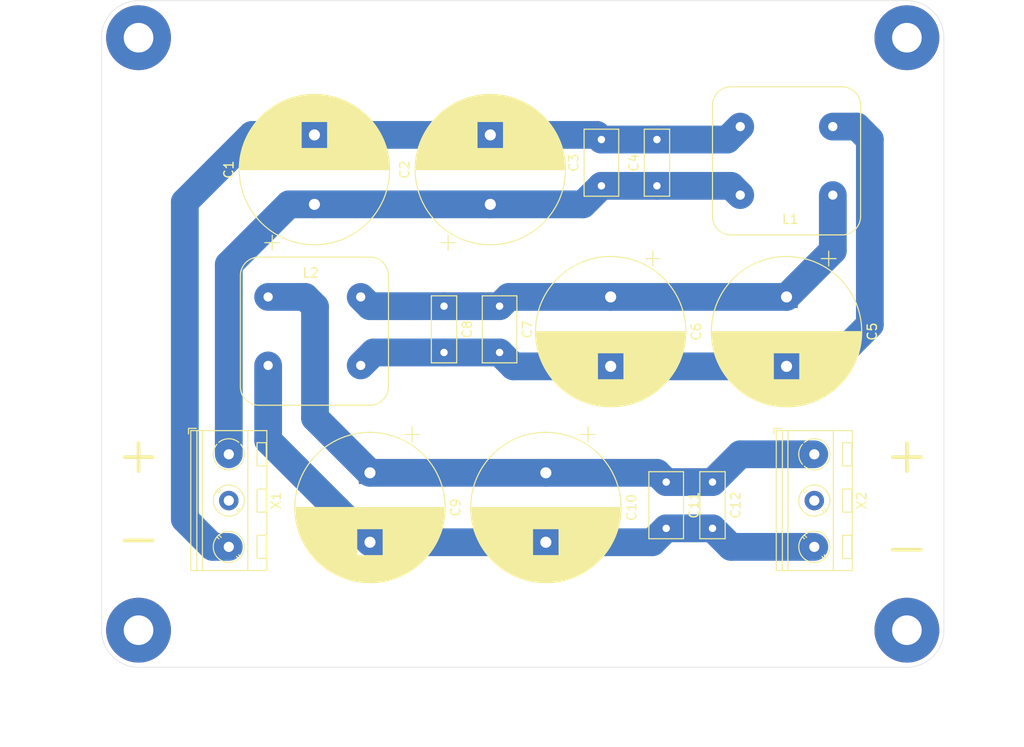
<source format=kicad_pcb>
(kicad_pcb (version 20171130) (host pcbnew "(5.1.6)-1")

  (general
    (thickness 1.6)
    (drawings 19)
    (tracks 62)
    (zones 0)
    (modules 16)
    (nets 7)
  )

  (page A4)
  (layers
    (0 F.Cu signal)
    (31 B.Cu signal)
    (32 B.Adhes user)
    (33 F.Adhes user)
    (34 B.Paste user)
    (35 F.Paste user)
    (36 B.SilkS user)
    (37 F.SilkS user)
    (38 B.Mask user)
    (39 F.Mask user)
    (40 Dwgs.User user)
    (41 Cmts.User user)
    (42 Eco1.User user)
    (43 Eco2.User user)
    (44 Edge.Cuts user)
    (45 Margin user)
    (46 B.CrtYd user)
    (47 F.CrtYd user)
    (48 B.Fab user)
    (49 F.Fab user)
  )

  (setup
    (last_trace_width 3)
    (user_trace_width 3)
    (trace_clearance 0.2)
    (zone_clearance 0.508)
    (zone_45_only no)
    (trace_min 0.2)
    (via_size 0.8)
    (via_drill 0.4)
    (via_min_size 0.4)
    (via_min_drill 0.3)
    (user_via 7 3.2)
    (uvia_size 0.3)
    (uvia_drill 0.1)
    (uvias_allowed no)
    (uvia_min_size 0.2)
    (uvia_min_drill 0.1)
    (edge_width 0.05)
    (segment_width 0.2)
    (pcb_text_width 0.3)
    (pcb_text_size 1.5 1.5)
    (mod_edge_width 0.12)
    (mod_text_size 1 1)
    (mod_text_width 0.15)
    (pad_size 1.524 1.524)
    (pad_drill 0.762)
    (pad_to_mask_clearance 0.05)
    (aux_axis_origin 0 0)
    (visible_elements FFFFFF7F)
    (pcbplotparams
      (layerselection 0x010fc_ffffffff)
      (usegerberextensions false)
      (usegerberattributes true)
      (usegerberadvancedattributes true)
      (creategerberjobfile true)
      (excludeedgelayer true)
      (linewidth 0.100000)
      (plotframeref false)
      (viasonmask false)
      (mode 1)
      (useauxorigin false)
      (hpglpennumber 1)
      (hpglpenspeed 20)
      (hpglpendiameter 15.000000)
      (psnegative false)
      (psa4output false)
      (plotreference true)
      (plotvalue true)
      (plotinvisibletext false)
      (padsonsilk false)
      (subtractmaskfromsilk false)
      (outputformat 1)
      (mirror false)
      (drillshape 1)
      (scaleselection 1)
      (outputdirectory ""))
  )

  (net 0 "")
  (net 1 "Net-(C1-Pad2)")
  (net 2 "Net-(C1-Pad1)")
  (net 3 "Net-(C5-Pad2)")
  (net 4 "Net-(C5-Pad1)")
  (net 5 "Net-(C10-Pad2)")
  (net 6 "Net-(C10-Pad1)")

  (net_class Default "This is the default net class."
    (clearance 0.2)
    (trace_width 0.25)
    (via_dia 0.8)
    (via_drill 0.4)
    (uvia_dia 0.3)
    (uvia_drill 0.1)
    (add_net "Net-(C1-Pad1)")
    (add_net "Net-(C1-Pad2)")
    (add_net "Net-(C10-Pad1)")
    (add_net "Net-(C10-Pad2)")
    (add_net "Net-(C5-Pad1)")
    (add_net "Net-(C5-Pad2)")
    (add_net "Net-(X1-Pad2)")
    (add_net "Net-(X2-Pad2)")
  )

  (module TerminalBlock_RND:TerminalBlock_RND_205-00046_1x03_P5.00mm_Horizontal (layer F.Cu) (tedit 5B294EE1) (tstamp 605001DA)
    (at 165 113 270)
    (descr "terminal block RND 205-00046, 3 pins, pitch 5mm, size 15x8.1mm^2, drill diamater 1.1mm, pad diameter 2.1mm, see http://cdn-reichelt.de/documents/datenblatt/C151/RND_205-00045_DB_EN.pdf, script-generated using https://github.com/pointhi/kicad-footprint-generator/scripts/TerminalBlock_RND")
    (tags "THT terminal block RND 205-00046 pitch 5mm size 15x8.1mm^2 drill 1.1mm pad 2.1mm")
    (path /6050DA68)
    (fp_text reference X2 (at 5 -5.11 90) (layer F.SilkS)
      (effects (font (size 1 1) (thickness 0.15)))
    )
    (fp_text value "Power Output" (at 5 5.11 90) (layer F.Fab)
      (effects (font (size 1 1) (thickness 0.15)))
    )
    (fp_text user %R (at 5 -5.11 90) (layer F.Fab)
      (effects (font (size 1 1) (thickness 0.15)))
    )
    (fp_arc (start 0 0) (end -1.081 1.287) (angle -41) (layer F.SilkS) (width 0.12))
    (fp_arc (start 0 0) (end -1.287 -1.081) (angle -80) (layer F.SilkS) (width 0.12))
    (fp_arc (start 0 0) (end 1.08 -1.287) (angle -80) (layer F.SilkS) (width 0.12))
    (fp_arc (start 0 0) (end 1.287 1.08) (angle -80) (layer F.SilkS) (width 0.12))
    (fp_arc (start 0 0) (end 0 1.68) (angle -40) (layer F.SilkS) (width 0.12))
    (fp_circle (center 0 0) (end 1.5 0) (layer F.Fab) (width 0.1))
    (fp_circle (center 5 0) (end 6.5 0) (layer F.Fab) (width 0.1))
    (fp_circle (center 5 0) (end 6.68 0) (layer F.SilkS) (width 0.12))
    (fp_circle (center 10 0) (end 11.5 0) (layer F.Fab) (width 0.1))
    (fp_circle (center 10 0) (end 11.68 0) (layer F.SilkS) (width 0.12))
    (fp_line (start -2.5 -4.05) (end 12.5 -4.05) (layer F.Fab) (width 0.1))
    (fp_line (start 12.5 -4.05) (end 12.5 4.05) (layer F.Fab) (width 0.1))
    (fp_line (start 12.5 4.05) (end -1.9 4.05) (layer F.Fab) (width 0.1))
    (fp_line (start -1.9 4.05) (end -2.5 3.45) (layer F.Fab) (width 0.1))
    (fp_line (start -2.5 3.45) (end -2.5 -4.05) (layer F.Fab) (width 0.1))
    (fp_line (start -2.5 3.45) (end 12.5 3.45) (layer F.Fab) (width 0.1))
    (fp_line (start -2.56 3.45) (end 12.56 3.45) (layer F.SilkS) (width 0.12))
    (fp_line (start -2.5 2.85) (end 12.5 2.85) (layer F.Fab) (width 0.1))
    (fp_line (start -2.56 2.85) (end 12.56 2.85) (layer F.SilkS) (width 0.12))
    (fp_line (start -2.5 -2.05) (end 12.5 -2.05) (layer F.Fab) (width 0.1))
    (fp_line (start -2.56 -2.05) (end 12.56 -2.05) (layer F.SilkS) (width 0.12))
    (fp_line (start -2.56 -4.11) (end 12.56 -4.11) (layer F.SilkS) (width 0.12))
    (fp_line (start -2.56 4.11) (end 12.56 4.11) (layer F.SilkS) (width 0.12))
    (fp_line (start -2.56 -4.11) (end -2.56 4.11) (layer F.SilkS) (width 0.12))
    (fp_line (start 12.56 -4.11) (end 12.56 4.11) (layer F.SilkS) (width 0.12))
    (fp_line (start 1.138 -0.955) (end -0.955 1.138) (layer F.Fab) (width 0.1))
    (fp_line (start 0.955 -1.138) (end -1.138 0.955) (layer F.Fab) (width 0.1))
    (fp_line (start -1.25 -4.05) (end -1.25 -3.05) (layer F.Fab) (width 0.1))
    (fp_line (start -1.25 -3.05) (end 1.25 -3.05) (layer F.Fab) (width 0.1))
    (fp_line (start 1.25 -3.05) (end 1.25 -4.05) (layer F.Fab) (width 0.1))
    (fp_line (start 1.25 -4.05) (end -1.25 -4.05) (layer F.Fab) (width 0.1))
    (fp_line (start -1.25 -4.05) (end 1.25 -4.05) (layer F.SilkS) (width 0.12))
    (fp_line (start -1.25 -3.05) (end 1.25 -3.05) (layer F.SilkS) (width 0.12))
    (fp_line (start -1.25 -4.05) (end -1.25 -3.05) (layer F.SilkS) (width 0.12))
    (fp_line (start 1.25 -4.05) (end 1.25 -3.05) (layer F.SilkS) (width 0.12))
    (fp_line (start 6.138 -0.955) (end 4.046 1.138) (layer F.Fab) (width 0.1))
    (fp_line (start 5.955 -1.138) (end 3.863 0.955) (layer F.Fab) (width 0.1))
    (fp_line (start 6.275 -1.069) (end 6.029 -0.823) (layer F.SilkS) (width 0.12))
    (fp_line (start 4.13 1.075) (end 3.931 1.274) (layer F.SilkS) (width 0.12))
    (fp_line (start 6.07 -1.275) (end 5.859 -1.064) (layer F.SilkS) (width 0.12))
    (fp_line (start 3.972 0.823) (end 3.726 1.069) (layer F.SilkS) (width 0.12))
    (fp_line (start 3.75 -4.05) (end 3.75 -3.05) (layer F.Fab) (width 0.1))
    (fp_line (start 3.75 -3.05) (end 6.25 -3.05) (layer F.Fab) (width 0.1))
    (fp_line (start 6.25 -3.05) (end 6.25 -4.05) (layer F.Fab) (width 0.1))
    (fp_line (start 6.25 -4.05) (end 3.75 -4.05) (layer F.Fab) (width 0.1))
    (fp_line (start 3.75 -4.05) (end 6.25 -4.05) (layer F.SilkS) (width 0.12))
    (fp_line (start 3.75 -3.05) (end 6.25 -3.05) (layer F.SilkS) (width 0.12))
    (fp_line (start 3.75 -4.05) (end 3.75 -3.05) (layer F.SilkS) (width 0.12))
    (fp_line (start 6.25 -4.05) (end 6.25 -3.05) (layer F.SilkS) (width 0.12))
    (fp_line (start 11.138 -0.955) (end 9.046 1.138) (layer F.Fab) (width 0.1))
    (fp_line (start 10.955 -1.138) (end 8.863 0.955) (layer F.Fab) (width 0.1))
    (fp_line (start 11.275 -1.069) (end 11.029 -0.823) (layer F.SilkS) (width 0.12))
    (fp_line (start 9.13 1.075) (end 8.931 1.274) (layer F.SilkS) (width 0.12))
    (fp_line (start 11.07 -1.275) (end 10.859 -1.064) (layer F.SilkS) (width 0.12))
    (fp_line (start 8.972 0.823) (end 8.726 1.069) (layer F.SilkS) (width 0.12))
    (fp_line (start 8.75 -4.05) (end 8.75 -3.05) (layer F.Fab) (width 0.1))
    (fp_line (start 8.75 -3.05) (end 11.25 -3.05) (layer F.Fab) (width 0.1))
    (fp_line (start 11.25 -3.05) (end 11.25 -4.05) (layer F.Fab) (width 0.1))
    (fp_line (start 11.25 -4.05) (end 8.75 -4.05) (layer F.Fab) (width 0.1))
    (fp_line (start 8.75 -4.05) (end 11.25 -4.05) (layer F.SilkS) (width 0.12))
    (fp_line (start 8.75 -3.05) (end 11.25 -3.05) (layer F.SilkS) (width 0.12))
    (fp_line (start 8.75 -4.05) (end 8.75 -3.05) (layer F.SilkS) (width 0.12))
    (fp_line (start 11.25 -4.05) (end 11.25 -3.05) (layer F.SilkS) (width 0.12))
    (fp_line (start -2.8 3.51) (end -2.8 4.35) (layer F.SilkS) (width 0.12))
    (fp_line (start -2.8 4.35) (end -2.2 4.35) (layer F.SilkS) (width 0.12))
    (fp_line (start -3 -4.55) (end -3 4.55) (layer F.CrtYd) (width 0.05))
    (fp_line (start -3 4.55) (end 13 4.55) (layer F.CrtYd) (width 0.05))
    (fp_line (start 13 4.55) (end 13 -4.55) (layer F.CrtYd) (width 0.05))
    (fp_line (start 13 -4.55) (end -3 -4.55) (layer F.CrtYd) (width 0.05))
    (pad 3 thru_hole circle (at 10 0 270) (size 2.1 2.1) (drill 1.1) (layers *.Cu *.Mask)
      (net 5 "Net-(C10-Pad2)"))
    (pad 2 thru_hole circle (at 5 0 270) (size 2.1 2.1) (drill 1.1) (layers *.Cu *.Mask))
    (pad 1 thru_hole rect (at 0 0 270) (size 2.1 2.1) (drill 1.1) (layers *.Cu *.Mask)
      (net 6 "Net-(C10-Pad1)"))
    (model ${KISYS3DMOD}/TerminalBlock_RND.3dshapes/TerminalBlock_RND_205-00046_1x03_P5.00mm_Horizontal.wrl
      (at (xyz 0 0 0))
      (scale (xyz 1 1 1))
      (rotate (xyz 0 0 0))
    )
  )

  (module TerminalBlock_RND:TerminalBlock_RND_205-00046_1x03_P5.00mm_Horizontal (layer F.Cu) (tedit 5B294EE1) (tstamp 6050018D)
    (at 101.75 113 270)
    (descr "terminal block RND 205-00046, 3 pins, pitch 5mm, size 15x8.1mm^2, drill diamater 1.1mm, pad diameter 2.1mm, see http://cdn-reichelt.de/documents/datenblatt/C151/RND_205-00045_DB_EN.pdf, script-generated using https://github.com/pointhi/kicad-footprint-generator/scripts/TerminalBlock_RND")
    (tags "THT terminal block RND 205-00046 pitch 5mm size 15x8.1mm^2 drill 1.1mm pad 2.1mm")
    (path /6050CA56)
    (fp_text reference X1 (at 5 -5.11 90) (layer F.SilkS)
      (effects (font (size 1 1) (thickness 0.15)))
    )
    (fp_text value "Power Input" (at 5 5.11 90) (layer F.Fab)
      (effects (font (size 1 1) (thickness 0.15)))
    )
    (fp_text user %R (at 5 -5.11 90) (layer F.Fab)
      (effects (font (size 1 1) (thickness 0.15)))
    )
    (fp_arc (start 0 0) (end -1.081 1.287) (angle -41) (layer F.SilkS) (width 0.12))
    (fp_arc (start 0 0) (end -1.287 -1.081) (angle -80) (layer F.SilkS) (width 0.12))
    (fp_arc (start 0 0) (end 1.08 -1.287) (angle -80) (layer F.SilkS) (width 0.12))
    (fp_arc (start 0 0) (end 1.287 1.08) (angle -80) (layer F.SilkS) (width 0.12))
    (fp_arc (start 0 0) (end 0 1.68) (angle -40) (layer F.SilkS) (width 0.12))
    (fp_circle (center 0 0) (end 1.5 0) (layer F.Fab) (width 0.1))
    (fp_circle (center 5 0) (end 6.5 0) (layer F.Fab) (width 0.1))
    (fp_circle (center 5 0) (end 6.68 0) (layer F.SilkS) (width 0.12))
    (fp_circle (center 10 0) (end 11.5 0) (layer F.Fab) (width 0.1))
    (fp_circle (center 10 0) (end 11.68 0) (layer F.SilkS) (width 0.12))
    (fp_line (start -2.5 -4.05) (end 12.5 -4.05) (layer F.Fab) (width 0.1))
    (fp_line (start 12.5 -4.05) (end 12.5 4.05) (layer F.Fab) (width 0.1))
    (fp_line (start 12.5 4.05) (end -1.9 4.05) (layer F.Fab) (width 0.1))
    (fp_line (start -1.9 4.05) (end -2.5 3.45) (layer F.Fab) (width 0.1))
    (fp_line (start -2.5 3.45) (end -2.5 -4.05) (layer F.Fab) (width 0.1))
    (fp_line (start -2.5 3.45) (end 12.5 3.45) (layer F.Fab) (width 0.1))
    (fp_line (start -2.56 3.45) (end 12.56 3.45) (layer F.SilkS) (width 0.12))
    (fp_line (start -2.5 2.85) (end 12.5 2.85) (layer F.Fab) (width 0.1))
    (fp_line (start -2.56 2.85) (end 12.56 2.85) (layer F.SilkS) (width 0.12))
    (fp_line (start -2.5 -2.05) (end 12.5 -2.05) (layer F.Fab) (width 0.1))
    (fp_line (start -2.56 -2.05) (end 12.56 -2.05) (layer F.SilkS) (width 0.12))
    (fp_line (start -2.56 -4.11) (end 12.56 -4.11) (layer F.SilkS) (width 0.12))
    (fp_line (start -2.56 4.11) (end 12.56 4.11) (layer F.SilkS) (width 0.12))
    (fp_line (start -2.56 -4.11) (end -2.56 4.11) (layer F.SilkS) (width 0.12))
    (fp_line (start 12.56 -4.11) (end 12.56 4.11) (layer F.SilkS) (width 0.12))
    (fp_line (start 1.138 -0.955) (end -0.955 1.138) (layer F.Fab) (width 0.1))
    (fp_line (start 0.955 -1.138) (end -1.138 0.955) (layer F.Fab) (width 0.1))
    (fp_line (start -1.25 -4.05) (end -1.25 -3.05) (layer F.Fab) (width 0.1))
    (fp_line (start -1.25 -3.05) (end 1.25 -3.05) (layer F.Fab) (width 0.1))
    (fp_line (start 1.25 -3.05) (end 1.25 -4.05) (layer F.Fab) (width 0.1))
    (fp_line (start 1.25 -4.05) (end -1.25 -4.05) (layer F.Fab) (width 0.1))
    (fp_line (start -1.25 -4.05) (end 1.25 -4.05) (layer F.SilkS) (width 0.12))
    (fp_line (start -1.25 -3.05) (end 1.25 -3.05) (layer F.SilkS) (width 0.12))
    (fp_line (start -1.25 -4.05) (end -1.25 -3.05) (layer F.SilkS) (width 0.12))
    (fp_line (start 1.25 -4.05) (end 1.25 -3.05) (layer F.SilkS) (width 0.12))
    (fp_line (start 6.138 -0.955) (end 4.046 1.138) (layer F.Fab) (width 0.1))
    (fp_line (start 5.955 -1.138) (end 3.863 0.955) (layer F.Fab) (width 0.1))
    (fp_line (start 6.275 -1.069) (end 6.029 -0.823) (layer F.SilkS) (width 0.12))
    (fp_line (start 4.13 1.075) (end 3.931 1.274) (layer F.SilkS) (width 0.12))
    (fp_line (start 6.07 -1.275) (end 5.859 -1.064) (layer F.SilkS) (width 0.12))
    (fp_line (start 3.972 0.823) (end 3.726 1.069) (layer F.SilkS) (width 0.12))
    (fp_line (start 3.75 -4.05) (end 3.75 -3.05) (layer F.Fab) (width 0.1))
    (fp_line (start 3.75 -3.05) (end 6.25 -3.05) (layer F.Fab) (width 0.1))
    (fp_line (start 6.25 -3.05) (end 6.25 -4.05) (layer F.Fab) (width 0.1))
    (fp_line (start 6.25 -4.05) (end 3.75 -4.05) (layer F.Fab) (width 0.1))
    (fp_line (start 3.75 -4.05) (end 6.25 -4.05) (layer F.SilkS) (width 0.12))
    (fp_line (start 3.75 -3.05) (end 6.25 -3.05) (layer F.SilkS) (width 0.12))
    (fp_line (start 3.75 -4.05) (end 3.75 -3.05) (layer F.SilkS) (width 0.12))
    (fp_line (start 6.25 -4.05) (end 6.25 -3.05) (layer F.SilkS) (width 0.12))
    (fp_line (start 11.138 -0.955) (end 9.046 1.138) (layer F.Fab) (width 0.1))
    (fp_line (start 10.955 -1.138) (end 8.863 0.955) (layer F.Fab) (width 0.1))
    (fp_line (start 11.275 -1.069) (end 11.029 -0.823) (layer F.SilkS) (width 0.12))
    (fp_line (start 9.13 1.075) (end 8.931 1.274) (layer F.SilkS) (width 0.12))
    (fp_line (start 11.07 -1.275) (end 10.859 -1.064) (layer F.SilkS) (width 0.12))
    (fp_line (start 8.972 0.823) (end 8.726 1.069) (layer F.SilkS) (width 0.12))
    (fp_line (start 8.75 -4.05) (end 8.75 -3.05) (layer F.Fab) (width 0.1))
    (fp_line (start 8.75 -3.05) (end 11.25 -3.05) (layer F.Fab) (width 0.1))
    (fp_line (start 11.25 -3.05) (end 11.25 -4.05) (layer F.Fab) (width 0.1))
    (fp_line (start 11.25 -4.05) (end 8.75 -4.05) (layer F.Fab) (width 0.1))
    (fp_line (start 8.75 -4.05) (end 11.25 -4.05) (layer F.SilkS) (width 0.12))
    (fp_line (start 8.75 -3.05) (end 11.25 -3.05) (layer F.SilkS) (width 0.12))
    (fp_line (start 8.75 -4.05) (end 8.75 -3.05) (layer F.SilkS) (width 0.12))
    (fp_line (start 11.25 -4.05) (end 11.25 -3.05) (layer F.SilkS) (width 0.12))
    (fp_line (start -2.8 3.51) (end -2.8 4.35) (layer F.SilkS) (width 0.12))
    (fp_line (start -2.8 4.35) (end -2.2 4.35) (layer F.SilkS) (width 0.12))
    (fp_line (start -3 -4.55) (end -3 4.55) (layer F.CrtYd) (width 0.05))
    (fp_line (start -3 4.55) (end 13 4.55) (layer F.CrtYd) (width 0.05))
    (fp_line (start 13 4.55) (end 13 -4.55) (layer F.CrtYd) (width 0.05))
    (fp_line (start 13 -4.55) (end -3 -4.55) (layer F.CrtYd) (width 0.05))
    (pad 3 thru_hole circle (at 10 0 270) (size 2.1 2.1) (drill 1.1) (layers *.Cu *.Mask)
      (net 1 "Net-(C1-Pad2)"))
    (pad 2 thru_hole circle (at 5 0 270) (size 2.1 2.1) (drill 1.1) (layers *.Cu *.Mask))
    (pad 1 thru_hole rect (at 0 0 270) (size 2.1 2.1) (drill 1.1) (layers *.Cu *.Mask)
      (net 2 "Net-(C1-Pad1)"))
    (model ${KISYS3DMOD}/TerminalBlock_RND.3dshapes/TerminalBlock_RND_205-00046_1x03_P5.00mm_Horizontal.wrl
      (at (xyz 0 0 0))
      (scale (xyz 1 1 1))
      (rotate (xyz 0 0 0))
    )
  )

  (module "Inductors_TH:TRACO TCK-073" (layer F.Cu) (tedit 604F2353) (tstamp 60500140)
    (at 116 96 180)
    (path /605015D2)
    (fp_text reference L2 (at 5.4 2.6) (layer F.SilkS)
      (effects (font (size 1 1) (thickness 0.15)))
    )
    (fp_text value TCK-073 (at 4.7 -3.6) (layer F.Fab)
      (effects (font (size 1 1) (thickness 0.15)))
    )
    (fp_arc (start -1 -9.7) (end -1 -11.7) (angle -90) (layer F.SilkS) (width 0.12))
    (fp_arc (start 11 -9.7) (end 13 -9.7) (angle -90) (layer F.SilkS) (width 0.12))
    (fp_arc (start 11 2.3) (end 11 4.3) (angle -90) (layer F.SilkS) (width 0.12))
    (fp_arc (start -1 2.3) (end -3 2.3) (angle -90) (layer F.SilkS) (width 0.12))
    (fp_line (start -3 4.3) (end 13 4.3) (layer F.Fab) (width 0.12))
    (fp_line (start 13 4.3) (end 13 -11.7) (layer F.Fab) (width 0.12))
    (fp_line (start 13 -11.7) (end -3 -11.7) (layer F.Fab) (width 0.12))
    (fp_line (start -3 -11.7) (end -3 4.3) (layer F.Fab) (width 0.12))
    (fp_line (start -1 -11.7) (end 11 -11.7) (layer F.SilkS) (width 0.12))
    (fp_line (start 13 -9.7) (end 13 2.3) (layer F.SilkS) (width 0.12))
    (fp_line (start 11 4.3) (end -1 4.3) (layer F.SilkS) (width 0.12))
    (fp_line (start -3 2.3) (end -3 -9.7) (layer F.SilkS) (width 0.12))
    (pad 4 thru_hole circle (at 0 -7.4 180) (size 2 2) (drill 1) (layers *.Cu *.Mask)
      (net 3 "Net-(C5-Pad2)"))
    (pad 3 thru_hole circle (at 10 -7.4 180) (size 2 2) (drill 1) (layers *.Cu *.Mask)
      (net 5 "Net-(C10-Pad2)"))
    (pad 2 thru_hole circle (at 10 0 180) (size 2 2) (drill 1) (layers *.Cu *.Mask)
      (net 6 "Net-(C10-Pad1)"))
    (pad 1 thru_hole roundrect (at 0 0 180) (size 2 2) (drill 1) (layers *.Cu *.Mask) (roundrect_rratio 0.25)
      (net 4 "Net-(C5-Pad1)"))
  )

  (module "Inductors_TH:TRACO TCK-073" (layer F.Cu) (tedit 604F2353) (tstamp 6050012C)
    (at 157 85)
    (path /604F60CE)
    (fp_text reference L1 (at 5.4 2.6) (layer F.SilkS)
      (effects (font (size 1 1) (thickness 0.15)))
    )
    (fp_text value TCK-073 (at 4.7 -3.6) (layer F.Fab)
      (effects (font (size 1 1) (thickness 0.15)))
    )
    (fp_arc (start -1 -9.7) (end -1 -11.7) (angle -90) (layer F.SilkS) (width 0.12))
    (fp_arc (start 11 -9.7) (end 13 -9.7) (angle -90) (layer F.SilkS) (width 0.12))
    (fp_arc (start 11 2.3) (end 11 4.3) (angle -90) (layer F.SilkS) (width 0.12))
    (fp_arc (start -1 2.3) (end -3 2.3) (angle -90) (layer F.SilkS) (width 0.12))
    (fp_line (start -3 4.3) (end 13 4.3) (layer F.Fab) (width 0.12))
    (fp_line (start 13 4.3) (end 13 -11.7) (layer F.Fab) (width 0.12))
    (fp_line (start 13 -11.7) (end -3 -11.7) (layer F.Fab) (width 0.12))
    (fp_line (start -3 -11.7) (end -3 4.3) (layer F.Fab) (width 0.12))
    (fp_line (start -1 -11.7) (end 11 -11.7) (layer F.SilkS) (width 0.12))
    (fp_line (start 13 -9.7) (end 13 2.3) (layer F.SilkS) (width 0.12))
    (fp_line (start 11 4.3) (end -1 4.3) (layer F.SilkS) (width 0.12))
    (fp_line (start -3 2.3) (end -3 -9.7) (layer F.SilkS) (width 0.12))
    (pad 4 thru_hole circle (at 0 -7.4) (size 2 2) (drill 1) (layers *.Cu *.Mask)
      (net 1 "Net-(C1-Pad2)"))
    (pad 3 thru_hole circle (at 10 -7.4) (size 2 2) (drill 1) (layers *.Cu *.Mask)
      (net 3 "Net-(C5-Pad2)"))
    (pad 2 thru_hole circle (at 10 0) (size 2 2) (drill 1) (layers *.Cu *.Mask)
      (net 4 "Net-(C5-Pad1)"))
    (pad 1 thru_hole roundrect (at 0 0) (size 2 2) (drill 1) (layers *.Cu *.Mask) (roundrect_rratio 0.25)
      (net 2 "Net-(C1-Pad1)"))
  )

  (module Capacitor_THT:C_Rect_L7.0mm_W2.5mm_P5.00mm (layer F.Cu) (tedit 5AE50EF0) (tstamp 60507559)
    (at 154 116 270)
    (descr "C, Rect series, Radial, pin pitch=5.00mm, , length*width=7*2.5mm^2, Capacitor")
    (tags "C Rect series Radial pin pitch 5.00mm  length 7mm width 2.5mm Capacitor")
    (path /605015E4)
    (fp_text reference C12 (at 2.5 -2.5 90) (layer F.SilkS)
      (effects (font (size 1 1) (thickness 0.15)))
    )
    (fp_text value RCER71H104K0M1H03A (at 2.5 2.5 90) (layer F.Fab)
      (effects (font (size 1 1) (thickness 0.15)))
    )
    (fp_text user %R (at 2.5 0 90) (layer F.Fab)
      (effects (font (size 1 1) (thickness 0.15)))
    )
    (fp_line (start -1 -1.25) (end -1 1.25) (layer F.Fab) (width 0.1))
    (fp_line (start -1 1.25) (end 6 1.25) (layer F.Fab) (width 0.1))
    (fp_line (start 6 1.25) (end 6 -1.25) (layer F.Fab) (width 0.1))
    (fp_line (start 6 -1.25) (end -1 -1.25) (layer F.Fab) (width 0.1))
    (fp_line (start -1.12 -1.37) (end 6.12 -1.37) (layer F.SilkS) (width 0.12))
    (fp_line (start -1.12 1.37) (end 6.12 1.37) (layer F.SilkS) (width 0.12))
    (fp_line (start -1.12 -1.37) (end -1.12 1.37) (layer F.SilkS) (width 0.12))
    (fp_line (start 6.12 -1.37) (end 6.12 1.37) (layer F.SilkS) (width 0.12))
    (fp_line (start -1.25 -1.5) (end -1.25 1.5) (layer F.CrtYd) (width 0.05))
    (fp_line (start -1.25 1.5) (end 6.25 1.5) (layer F.CrtYd) (width 0.05))
    (fp_line (start 6.25 1.5) (end 6.25 -1.5) (layer F.CrtYd) (width 0.05))
    (fp_line (start 6.25 -1.5) (end -1.25 -1.5) (layer F.CrtYd) (width 0.05))
    (pad 2 thru_hole circle (at 5 0 270) (size 1.6 1.6) (drill 0.8) (layers *.Cu *.Mask)
      (net 5 "Net-(C10-Pad2)"))
    (pad 1 thru_hole circle (at 0 0 270) (size 1.6 1.6) (drill 0.8) (layers *.Cu *.Mask)
      (net 6 "Net-(C10-Pad1)"))
    (model ${KISYS3DMOD}/Capacitor_THT.3dshapes/C_Rect_L7.0mm_W2.5mm_P5.00mm.wrl
      (at (xyz 0 0 0))
      (scale (xyz 1 1 1))
      (rotate (xyz 0 0 0))
    )
  )

  (module Capacitor_THT:C_Rect_L7.0mm_W3.5mm_P5.00mm (layer F.Cu) (tedit 5AE50EF0) (tstamp 60500105)
    (at 149 116 270)
    (descr "C, Rect series, Radial, pin pitch=5.00mm, , length*width=7*3.5mm^2, Capacitor")
    (tags "C Rect series Radial pin pitch 5.00mm  length 7mm width 3.5mm Capacitor")
    (path /605015DE)
    (fp_text reference C11 (at 2.5 -3 90) (layer F.SilkS)
      (effects (font (size 1 1) (thickness 0.15)))
    )
    (fp_text value "RDER71H225K2K1H03B " (at 2.5 3 90) (layer F.Fab)
      (effects (font (size 1 1) (thickness 0.15)))
    )
    (fp_text user %R (at 2.5 0 90) (layer F.Fab)
      (effects (font (size 1 1) (thickness 0.15)))
    )
    (fp_line (start -1 -1.75) (end -1 1.75) (layer F.Fab) (width 0.1))
    (fp_line (start -1 1.75) (end 6 1.75) (layer F.Fab) (width 0.1))
    (fp_line (start 6 1.75) (end 6 -1.75) (layer F.Fab) (width 0.1))
    (fp_line (start 6 -1.75) (end -1 -1.75) (layer F.Fab) (width 0.1))
    (fp_line (start -1.12 -1.87) (end 6.12 -1.87) (layer F.SilkS) (width 0.12))
    (fp_line (start -1.12 1.87) (end 6.12 1.87) (layer F.SilkS) (width 0.12))
    (fp_line (start -1.12 -1.87) (end -1.12 1.87) (layer F.SilkS) (width 0.12))
    (fp_line (start 6.12 -1.87) (end 6.12 1.87) (layer F.SilkS) (width 0.12))
    (fp_line (start -1.25 -2) (end -1.25 2) (layer F.CrtYd) (width 0.05))
    (fp_line (start -1.25 2) (end 6.25 2) (layer F.CrtYd) (width 0.05))
    (fp_line (start 6.25 2) (end 6.25 -2) (layer F.CrtYd) (width 0.05))
    (fp_line (start 6.25 -2) (end -1.25 -2) (layer F.CrtYd) (width 0.05))
    (pad 2 thru_hole circle (at 5 0 270) (size 1.6 1.6) (drill 0.8) (layers *.Cu *.Mask)
      (net 5 "Net-(C10-Pad2)"))
    (pad 1 thru_hole circle (at 0 0 270) (size 1.6 1.6) (drill 0.8) (layers *.Cu *.Mask)
      (net 6 "Net-(C10-Pad1)"))
    (model ${KISYS3DMOD}/Capacitor_THT.3dshapes/C_Rect_L7.0mm_W3.5mm_P5.00mm.wrl
      (at (xyz 0 0 0))
      (scale (xyz 1 1 1))
      (rotate (xyz 0 0 0))
    )
  )

  (module Capacitor_THT:CP_Radial_D16.0mm_P7.50mm (layer F.Cu) (tedit 5AE50EF1) (tstamp 605000F2)
    (at 136 115 270)
    (descr "CP, Radial series, Radial, pin pitch=7.50mm, , diameter=16mm, Electrolytic Capacitor")
    (tags "CP Radial series Radial pin pitch 7.50mm  diameter 16mm Electrolytic Capacitor")
    (path /605015EA)
    (fp_text reference C10 (at 3.75 -9.25 90) (layer F.SilkS)
      (effects (font (size 1 1) (thickness 0.15)))
    )
    (fp_text value SH050M2200B7F-1636 (at 3.75 9.25 90) (layer F.Fab)
      (effects (font (size 1 1) (thickness 0.15)))
    )
    (fp_text user %R (at 3.75 0 90) (layer F.Fab)
      (effects (font (size 1 1) (thickness 0.15)))
    )
    (fp_circle (center 3.75 0) (end 11.75 0) (layer F.Fab) (width 0.1))
    (fp_circle (center 3.75 0) (end 11.87 0) (layer F.SilkS) (width 0.12))
    (fp_circle (center 3.75 0) (end 12 0) (layer F.CrtYd) (width 0.05))
    (fp_line (start -3.125168 -3.5075) (end -1.525168 -3.5075) (layer F.Fab) (width 0.1))
    (fp_line (start -2.325168 -4.3075) (end -2.325168 -2.7075) (layer F.Fab) (width 0.1))
    (fp_line (start 3.75 -8.081) (end 3.75 8.081) (layer F.SilkS) (width 0.12))
    (fp_line (start 3.79 -8.08) (end 3.79 8.08) (layer F.SilkS) (width 0.12))
    (fp_line (start 3.83 -8.08) (end 3.83 8.08) (layer F.SilkS) (width 0.12))
    (fp_line (start 3.87 -8.08) (end 3.87 8.08) (layer F.SilkS) (width 0.12))
    (fp_line (start 3.91 -8.079) (end 3.91 8.079) (layer F.SilkS) (width 0.12))
    (fp_line (start 3.95 -8.078) (end 3.95 8.078) (layer F.SilkS) (width 0.12))
    (fp_line (start 3.99 -8.077) (end 3.99 8.077) (layer F.SilkS) (width 0.12))
    (fp_line (start 4.03 -8.076) (end 4.03 8.076) (layer F.SilkS) (width 0.12))
    (fp_line (start 4.07 -8.074) (end 4.07 8.074) (layer F.SilkS) (width 0.12))
    (fp_line (start 4.11 -8.073) (end 4.11 8.073) (layer F.SilkS) (width 0.12))
    (fp_line (start 4.15 -8.071) (end 4.15 8.071) (layer F.SilkS) (width 0.12))
    (fp_line (start 4.19 -8.069) (end 4.19 8.069) (layer F.SilkS) (width 0.12))
    (fp_line (start 4.23 -8.066) (end 4.23 8.066) (layer F.SilkS) (width 0.12))
    (fp_line (start 4.27 -8.064) (end 4.27 8.064) (layer F.SilkS) (width 0.12))
    (fp_line (start 4.31 -8.061) (end 4.31 8.061) (layer F.SilkS) (width 0.12))
    (fp_line (start 4.35 -8.058) (end 4.35 8.058) (layer F.SilkS) (width 0.12))
    (fp_line (start 4.39 -8.055) (end 4.39 8.055) (layer F.SilkS) (width 0.12))
    (fp_line (start 4.43 -8.052) (end 4.43 8.052) (layer F.SilkS) (width 0.12))
    (fp_line (start 4.471 -8.049) (end 4.471 8.049) (layer F.SilkS) (width 0.12))
    (fp_line (start 4.511 -8.045) (end 4.511 8.045) (layer F.SilkS) (width 0.12))
    (fp_line (start 4.551 -8.041) (end 4.551 8.041) (layer F.SilkS) (width 0.12))
    (fp_line (start 4.591 -8.037) (end 4.591 8.037) (layer F.SilkS) (width 0.12))
    (fp_line (start 4.631 -8.033) (end 4.631 8.033) (layer F.SilkS) (width 0.12))
    (fp_line (start 4.671 -8.028) (end 4.671 8.028) (layer F.SilkS) (width 0.12))
    (fp_line (start 4.711 -8.024) (end 4.711 8.024) (layer F.SilkS) (width 0.12))
    (fp_line (start 4.751 -8.019) (end 4.751 8.019) (layer F.SilkS) (width 0.12))
    (fp_line (start 4.791 -8.014) (end 4.791 8.014) (layer F.SilkS) (width 0.12))
    (fp_line (start 4.831 -8.008) (end 4.831 8.008) (layer F.SilkS) (width 0.12))
    (fp_line (start 4.871 -8.003) (end 4.871 8.003) (layer F.SilkS) (width 0.12))
    (fp_line (start 4.911 -7.997) (end 4.911 7.997) (layer F.SilkS) (width 0.12))
    (fp_line (start 4.951 -7.991) (end 4.951 7.991) (layer F.SilkS) (width 0.12))
    (fp_line (start 4.991 -7.985) (end 4.991 7.985) (layer F.SilkS) (width 0.12))
    (fp_line (start 5.031 -7.979) (end 5.031 7.979) (layer F.SilkS) (width 0.12))
    (fp_line (start 5.071 -7.972) (end 5.071 7.972) (layer F.SilkS) (width 0.12))
    (fp_line (start 5.111 -7.966) (end 5.111 7.966) (layer F.SilkS) (width 0.12))
    (fp_line (start 5.151 -7.959) (end 5.151 7.959) (layer F.SilkS) (width 0.12))
    (fp_line (start 5.191 -7.952) (end 5.191 7.952) (layer F.SilkS) (width 0.12))
    (fp_line (start 5.231 -7.944) (end 5.231 7.944) (layer F.SilkS) (width 0.12))
    (fp_line (start 5.271 -7.937) (end 5.271 7.937) (layer F.SilkS) (width 0.12))
    (fp_line (start 5.311 -7.929) (end 5.311 7.929) (layer F.SilkS) (width 0.12))
    (fp_line (start 5.351 -7.921) (end 5.351 7.921) (layer F.SilkS) (width 0.12))
    (fp_line (start 5.391 -7.913) (end 5.391 7.913) (layer F.SilkS) (width 0.12))
    (fp_line (start 5.431 -7.905) (end 5.431 7.905) (layer F.SilkS) (width 0.12))
    (fp_line (start 5.471 -7.896) (end 5.471 7.896) (layer F.SilkS) (width 0.12))
    (fp_line (start 5.511 -7.887) (end 5.511 7.887) (layer F.SilkS) (width 0.12))
    (fp_line (start 5.551 -7.878) (end 5.551 7.878) (layer F.SilkS) (width 0.12))
    (fp_line (start 5.591 -7.869) (end 5.591 7.869) (layer F.SilkS) (width 0.12))
    (fp_line (start 5.631 -7.86) (end 5.631 7.86) (layer F.SilkS) (width 0.12))
    (fp_line (start 5.671 -7.85) (end 5.671 7.85) (layer F.SilkS) (width 0.12))
    (fp_line (start 5.711 -7.84) (end 5.711 7.84) (layer F.SilkS) (width 0.12))
    (fp_line (start 5.751 -7.83) (end 5.751 7.83) (layer F.SilkS) (width 0.12))
    (fp_line (start 5.791 -7.82) (end 5.791 7.82) (layer F.SilkS) (width 0.12))
    (fp_line (start 5.831 -7.81) (end 5.831 7.81) (layer F.SilkS) (width 0.12))
    (fp_line (start 5.871 -7.799) (end 5.871 7.799) (layer F.SilkS) (width 0.12))
    (fp_line (start 5.911 -7.788) (end 5.911 7.788) (layer F.SilkS) (width 0.12))
    (fp_line (start 5.951 -7.777) (end 5.951 7.777) (layer F.SilkS) (width 0.12))
    (fp_line (start 5.991 -7.765) (end 5.991 7.765) (layer F.SilkS) (width 0.12))
    (fp_line (start 6.031 -7.754) (end 6.031 7.754) (layer F.SilkS) (width 0.12))
    (fp_line (start 6.071 -7.742) (end 6.071 -1.44) (layer F.SilkS) (width 0.12))
    (fp_line (start 6.071 1.44) (end 6.071 7.742) (layer F.SilkS) (width 0.12))
    (fp_line (start 6.111 -7.73) (end 6.111 -1.44) (layer F.SilkS) (width 0.12))
    (fp_line (start 6.111 1.44) (end 6.111 7.73) (layer F.SilkS) (width 0.12))
    (fp_line (start 6.151 -7.718) (end 6.151 -1.44) (layer F.SilkS) (width 0.12))
    (fp_line (start 6.151 1.44) (end 6.151 7.718) (layer F.SilkS) (width 0.12))
    (fp_line (start 6.191 -7.705) (end 6.191 -1.44) (layer F.SilkS) (width 0.12))
    (fp_line (start 6.191 1.44) (end 6.191 7.705) (layer F.SilkS) (width 0.12))
    (fp_line (start 6.231 -7.693) (end 6.231 -1.44) (layer F.SilkS) (width 0.12))
    (fp_line (start 6.231 1.44) (end 6.231 7.693) (layer F.SilkS) (width 0.12))
    (fp_line (start 6.271 -7.68) (end 6.271 -1.44) (layer F.SilkS) (width 0.12))
    (fp_line (start 6.271 1.44) (end 6.271 7.68) (layer F.SilkS) (width 0.12))
    (fp_line (start 6.311 -7.666) (end 6.311 -1.44) (layer F.SilkS) (width 0.12))
    (fp_line (start 6.311 1.44) (end 6.311 7.666) (layer F.SilkS) (width 0.12))
    (fp_line (start 6.351 -7.653) (end 6.351 -1.44) (layer F.SilkS) (width 0.12))
    (fp_line (start 6.351 1.44) (end 6.351 7.653) (layer F.SilkS) (width 0.12))
    (fp_line (start 6.391 -7.639) (end 6.391 -1.44) (layer F.SilkS) (width 0.12))
    (fp_line (start 6.391 1.44) (end 6.391 7.639) (layer F.SilkS) (width 0.12))
    (fp_line (start 6.431 -7.625) (end 6.431 -1.44) (layer F.SilkS) (width 0.12))
    (fp_line (start 6.431 1.44) (end 6.431 7.625) (layer F.SilkS) (width 0.12))
    (fp_line (start 6.471 -7.611) (end 6.471 -1.44) (layer F.SilkS) (width 0.12))
    (fp_line (start 6.471 1.44) (end 6.471 7.611) (layer F.SilkS) (width 0.12))
    (fp_line (start 6.511 -7.597) (end 6.511 -1.44) (layer F.SilkS) (width 0.12))
    (fp_line (start 6.511 1.44) (end 6.511 7.597) (layer F.SilkS) (width 0.12))
    (fp_line (start 6.551 -7.582) (end 6.551 -1.44) (layer F.SilkS) (width 0.12))
    (fp_line (start 6.551 1.44) (end 6.551 7.582) (layer F.SilkS) (width 0.12))
    (fp_line (start 6.591 -7.568) (end 6.591 -1.44) (layer F.SilkS) (width 0.12))
    (fp_line (start 6.591 1.44) (end 6.591 7.568) (layer F.SilkS) (width 0.12))
    (fp_line (start 6.631 -7.553) (end 6.631 -1.44) (layer F.SilkS) (width 0.12))
    (fp_line (start 6.631 1.44) (end 6.631 7.553) (layer F.SilkS) (width 0.12))
    (fp_line (start 6.671 -7.537) (end 6.671 -1.44) (layer F.SilkS) (width 0.12))
    (fp_line (start 6.671 1.44) (end 6.671 7.537) (layer F.SilkS) (width 0.12))
    (fp_line (start 6.711 -7.522) (end 6.711 -1.44) (layer F.SilkS) (width 0.12))
    (fp_line (start 6.711 1.44) (end 6.711 7.522) (layer F.SilkS) (width 0.12))
    (fp_line (start 6.751 -7.506) (end 6.751 -1.44) (layer F.SilkS) (width 0.12))
    (fp_line (start 6.751 1.44) (end 6.751 7.506) (layer F.SilkS) (width 0.12))
    (fp_line (start 6.791 -7.49) (end 6.791 -1.44) (layer F.SilkS) (width 0.12))
    (fp_line (start 6.791 1.44) (end 6.791 7.49) (layer F.SilkS) (width 0.12))
    (fp_line (start 6.831 -7.474) (end 6.831 -1.44) (layer F.SilkS) (width 0.12))
    (fp_line (start 6.831 1.44) (end 6.831 7.474) (layer F.SilkS) (width 0.12))
    (fp_line (start 6.871 -7.457) (end 6.871 -1.44) (layer F.SilkS) (width 0.12))
    (fp_line (start 6.871 1.44) (end 6.871 7.457) (layer F.SilkS) (width 0.12))
    (fp_line (start 6.911 -7.44) (end 6.911 -1.44) (layer F.SilkS) (width 0.12))
    (fp_line (start 6.911 1.44) (end 6.911 7.44) (layer F.SilkS) (width 0.12))
    (fp_line (start 6.951 -7.423) (end 6.951 -1.44) (layer F.SilkS) (width 0.12))
    (fp_line (start 6.951 1.44) (end 6.951 7.423) (layer F.SilkS) (width 0.12))
    (fp_line (start 6.991 -7.406) (end 6.991 -1.44) (layer F.SilkS) (width 0.12))
    (fp_line (start 6.991 1.44) (end 6.991 7.406) (layer F.SilkS) (width 0.12))
    (fp_line (start 7.031 -7.389) (end 7.031 -1.44) (layer F.SilkS) (width 0.12))
    (fp_line (start 7.031 1.44) (end 7.031 7.389) (layer F.SilkS) (width 0.12))
    (fp_line (start 7.071 -7.371) (end 7.071 -1.44) (layer F.SilkS) (width 0.12))
    (fp_line (start 7.071 1.44) (end 7.071 7.371) (layer F.SilkS) (width 0.12))
    (fp_line (start 7.111 -7.353) (end 7.111 -1.44) (layer F.SilkS) (width 0.12))
    (fp_line (start 7.111 1.44) (end 7.111 7.353) (layer F.SilkS) (width 0.12))
    (fp_line (start 7.151 -7.334) (end 7.151 -1.44) (layer F.SilkS) (width 0.12))
    (fp_line (start 7.151 1.44) (end 7.151 7.334) (layer F.SilkS) (width 0.12))
    (fp_line (start 7.191 -7.316) (end 7.191 -1.44) (layer F.SilkS) (width 0.12))
    (fp_line (start 7.191 1.44) (end 7.191 7.316) (layer F.SilkS) (width 0.12))
    (fp_line (start 7.231 -7.297) (end 7.231 -1.44) (layer F.SilkS) (width 0.12))
    (fp_line (start 7.231 1.44) (end 7.231 7.297) (layer F.SilkS) (width 0.12))
    (fp_line (start 7.271 -7.278) (end 7.271 -1.44) (layer F.SilkS) (width 0.12))
    (fp_line (start 7.271 1.44) (end 7.271 7.278) (layer F.SilkS) (width 0.12))
    (fp_line (start 7.311 -7.258) (end 7.311 -1.44) (layer F.SilkS) (width 0.12))
    (fp_line (start 7.311 1.44) (end 7.311 7.258) (layer F.SilkS) (width 0.12))
    (fp_line (start 7.351 -7.239) (end 7.351 -1.44) (layer F.SilkS) (width 0.12))
    (fp_line (start 7.351 1.44) (end 7.351 7.239) (layer F.SilkS) (width 0.12))
    (fp_line (start 7.391 -7.219) (end 7.391 -1.44) (layer F.SilkS) (width 0.12))
    (fp_line (start 7.391 1.44) (end 7.391 7.219) (layer F.SilkS) (width 0.12))
    (fp_line (start 7.431 -7.199) (end 7.431 -1.44) (layer F.SilkS) (width 0.12))
    (fp_line (start 7.431 1.44) (end 7.431 7.199) (layer F.SilkS) (width 0.12))
    (fp_line (start 7.471 -7.178) (end 7.471 -1.44) (layer F.SilkS) (width 0.12))
    (fp_line (start 7.471 1.44) (end 7.471 7.178) (layer F.SilkS) (width 0.12))
    (fp_line (start 7.511 -7.157) (end 7.511 -1.44) (layer F.SilkS) (width 0.12))
    (fp_line (start 7.511 1.44) (end 7.511 7.157) (layer F.SilkS) (width 0.12))
    (fp_line (start 7.551 -7.136) (end 7.551 -1.44) (layer F.SilkS) (width 0.12))
    (fp_line (start 7.551 1.44) (end 7.551 7.136) (layer F.SilkS) (width 0.12))
    (fp_line (start 7.591 -7.115) (end 7.591 -1.44) (layer F.SilkS) (width 0.12))
    (fp_line (start 7.591 1.44) (end 7.591 7.115) (layer F.SilkS) (width 0.12))
    (fp_line (start 7.631 -7.094) (end 7.631 -1.44) (layer F.SilkS) (width 0.12))
    (fp_line (start 7.631 1.44) (end 7.631 7.094) (layer F.SilkS) (width 0.12))
    (fp_line (start 7.671 -7.072) (end 7.671 -1.44) (layer F.SilkS) (width 0.12))
    (fp_line (start 7.671 1.44) (end 7.671 7.072) (layer F.SilkS) (width 0.12))
    (fp_line (start 7.711 -7.049) (end 7.711 -1.44) (layer F.SilkS) (width 0.12))
    (fp_line (start 7.711 1.44) (end 7.711 7.049) (layer F.SilkS) (width 0.12))
    (fp_line (start 7.751 -7.027) (end 7.751 -1.44) (layer F.SilkS) (width 0.12))
    (fp_line (start 7.751 1.44) (end 7.751 7.027) (layer F.SilkS) (width 0.12))
    (fp_line (start 7.791 -7.004) (end 7.791 -1.44) (layer F.SilkS) (width 0.12))
    (fp_line (start 7.791 1.44) (end 7.791 7.004) (layer F.SilkS) (width 0.12))
    (fp_line (start 7.831 -6.981) (end 7.831 -1.44) (layer F.SilkS) (width 0.12))
    (fp_line (start 7.831 1.44) (end 7.831 6.981) (layer F.SilkS) (width 0.12))
    (fp_line (start 7.871 -6.958) (end 7.871 -1.44) (layer F.SilkS) (width 0.12))
    (fp_line (start 7.871 1.44) (end 7.871 6.958) (layer F.SilkS) (width 0.12))
    (fp_line (start 7.911 -6.934) (end 7.911 -1.44) (layer F.SilkS) (width 0.12))
    (fp_line (start 7.911 1.44) (end 7.911 6.934) (layer F.SilkS) (width 0.12))
    (fp_line (start 7.951 -6.91) (end 7.951 -1.44) (layer F.SilkS) (width 0.12))
    (fp_line (start 7.951 1.44) (end 7.951 6.91) (layer F.SilkS) (width 0.12))
    (fp_line (start 7.991 -6.886) (end 7.991 -1.44) (layer F.SilkS) (width 0.12))
    (fp_line (start 7.991 1.44) (end 7.991 6.886) (layer F.SilkS) (width 0.12))
    (fp_line (start 8.031 -6.861) (end 8.031 -1.44) (layer F.SilkS) (width 0.12))
    (fp_line (start 8.031 1.44) (end 8.031 6.861) (layer F.SilkS) (width 0.12))
    (fp_line (start 8.071 -6.836) (end 8.071 -1.44) (layer F.SilkS) (width 0.12))
    (fp_line (start 8.071 1.44) (end 8.071 6.836) (layer F.SilkS) (width 0.12))
    (fp_line (start 8.111 -6.811) (end 8.111 -1.44) (layer F.SilkS) (width 0.12))
    (fp_line (start 8.111 1.44) (end 8.111 6.811) (layer F.SilkS) (width 0.12))
    (fp_line (start 8.151 -6.785) (end 8.151 -1.44) (layer F.SilkS) (width 0.12))
    (fp_line (start 8.151 1.44) (end 8.151 6.785) (layer F.SilkS) (width 0.12))
    (fp_line (start 8.191 -6.759) (end 8.191 -1.44) (layer F.SilkS) (width 0.12))
    (fp_line (start 8.191 1.44) (end 8.191 6.759) (layer F.SilkS) (width 0.12))
    (fp_line (start 8.231 -6.733) (end 8.231 -1.44) (layer F.SilkS) (width 0.12))
    (fp_line (start 8.231 1.44) (end 8.231 6.733) (layer F.SilkS) (width 0.12))
    (fp_line (start 8.271 -6.706) (end 8.271 -1.44) (layer F.SilkS) (width 0.12))
    (fp_line (start 8.271 1.44) (end 8.271 6.706) (layer F.SilkS) (width 0.12))
    (fp_line (start 8.311 -6.679) (end 8.311 -1.44) (layer F.SilkS) (width 0.12))
    (fp_line (start 8.311 1.44) (end 8.311 6.679) (layer F.SilkS) (width 0.12))
    (fp_line (start 8.351 -6.652) (end 8.351 -1.44) (layer F.SilkS) (width 0.12))
    (fp_line (start 8.351 1.44) (end 8.351 6.652) (layer F.SilkS) (width 0.12))
    (fp_line (start 8.391 -6.624) (end 8.391 -1.44) (layer F.SilkS) (width 0.12))
    (fp_line (start 8.391 1.44) (end 8.391 6.624) (layer F.SilkS) (width 0.12))
    (fp_line (start 8.431 -6.596) (end 8.431 -1.44) (layer F.SilkS) (width 0.12))
    (fp_line (start 8.431 1.44) (end 8.431 6.596) (layer F.SilkS) (width 0.12))
    (fp_line (start 8.471 -6.568) (end 8.471 -1.44) (layer F.SilkS) (width 0.12))
    (fp_line (start 8.471 1.44) (end 8.471 6.568) (layer F.SilkS) (width 0.12))
    (fp_line (start 8.511 -6.539) (end 8.511 -1.44) (layer F.SilkS) (width 0.12))
    (fp_line (start 8.511 1.44) (end 8.511 6.539) (layer F.SilkS) (width 0.12))
    (fp_line (start 8.551 -6.51) (end 8.551 -1.44) (layer F.SilkS) (width 0.12))
    (fp_line (start 8.551 1.44) (end 8.551 6.51) (layer F.SilkS) (width 0.12))
    (fp_line (start 8.591 -6.48) (end 8.591 -1.44) (layer F.SilkS) (width 0.12))
    (fp_line (start 8.591 1.44) (end 8.591 6.48) (layer F.SilkS) (width 0.12))
    (fp_line (start 8.631 -6.45) (end 8.631 -1.44) (layer F.SilkS) (width 0.12))
    (fp_line (start 8.631 1.44) (end 8.631 6.45) (layer F.SilkS) (width 0.12))
    (fp_line (start 8.671 -6.42) (end 8.671 -1.44) (layer F.SilkS) (width 0.12))
    (fp_line (start 8.671 1.44) (end 8.671 6.42) (layer F.SilkS) (width 0.12))
    (fp_line (start 8.711 -6.39) (end 8.711 -1.44) (layer F.SilkS) (width 0.12))
    (fp_line (start 8.711 1.44) (end 8.711 6.39) (layer F.SilkS) (width 0.12))
    (fp_line (start 8.751 -6.358) (end 8.751 -1.44) (layer F.SilkS) (width 0.12))
    (fp_line (start 8.751 1.44) (end 8.751 6.358) (layer F.SilkS) (width 0.12))
    (fp_line (start 8.791 -6.327) (end 8.791 -1.44) (layer F.SilkS) (width 0.12))
    (fp_line (start 8.791 1.44) (end 8.791 6.327) (layer F.SilkS) (width 0.12))
    (fp_line (start 8.831 -6.295) (end 8.831 -1.44) (layer F.SilkS) (width 0.12))
    (fp_line (start 8.831 1.44) (end 8.831 6.295) (layer F.SilkS) (width 0.12))
    (fp_line (start 8.871 -6.263) (end 8.871 -1.44) (layer F.SilkS) (width 0.12))
    (fp_line (start 8.871 1.44) (end 8.871 6.263) (layer F.SilkS) (width 0.12))
    (fp_line (start 8.911 -6.23) (end 8.911 -1.44) (layer F.SilkS) (width 0.12))
    (fp_line (start 8.911 1.44) (end 8.911 6.23) (layer F.SilkS) (width 0.12))
    (fp_line (start 8.951 -6.197) (end 8.951 6.197) (layer F.SilkS) (width 0.12))
    (fp_line (start 8.991 -6.163) (end 8.991 6.163) (layer F.SilkS) (width 0.12))
    (fp_line (start 9.031 -6.129) (end 9.031 6.129) (layer F.SilkS) (width 0.12))
    (fp_line (start 9.071 -6.095) (end 9.071 6.095) (layer F.SilkS) (width 0.12))
    (fp_line (start 9.111 -6.06) (end 9.111 6.06) (layer F.SilkS) (width 0.12))
    (fp_line (start 9.151 -6.025) (end 9.151 6.025) (layer F.SilkS) (width 0.12))
    (fp_line (start 9.191 -5.989) (end 9.191 5.989) (layer F.SilkS) (width 0.12))
    (fp_line (start 9.231 -5.952) (end 9.231 5.952) (layer F.SilkS) (width 0.12))
    (fp_line (start 9.271 -5.916) (end 9.271 5.916) (layer F.SilkS) (width 0.12))
    (fp_line (start 9.311 -5.878) (end 9.311 5.878) (layer F.SilkS) (width 0.12))
    (fp_line (start 9.351 -5.84) (end 9.351 5.84) (layer F.SilkS) (width 0.12))
    (fp_line (start 9.391 -5.802) (end 9.391 5.802) (layer F.SilkS) (width 0.12))
    (fp_line (start 9.431 -5.763) (end 9.431 5.763) (layer F.SilkS) (width 0.12))
    (fp_line (start 9.471 -5.724) (end 9.471 5.724) (layer F.SilkS) (width 0.12))
    (fp_line (start 9.511 -5.684) (end 9.511 5.684) (layer F.SilkS) (width 0.12))
    (fp_line (start 9.551 -5.643) (end 9.551 5.643) (layer F.SilkS) (width 0.12))
    (fp_line (start 9.591 -5.602) (end 9.591 5.602) (layer F.SilkS) (width 0.12))
    (fp_line (start 9.631 -5.56) (end 9.631 5.56) (layer F.SilkS) (width 0.12))
    (fp_line (start 9.671 -5.518) (end 9.671 5.518) (layer F.SilkS) (width 0.12))
    (fp_line (start 9.711 -5.475) (end 9.711 5.475) (layer F.SilkS) (width 0.12))
    (fp_line (start 9.751 -5.432) (end 9.751 5.432) (layer F.SilkS) (width 0.12))
    (fp_line (start 9.791 -5.388) (end 9.791 5.388) (layer F.SilkS) (width 0.12))
    (fp_line (start 9.831 -5.343) (end 9.831 5.343) (layer F.SilkS) (width 0.12))
    (fp_line (start 9.871 -5.297) (end 9.871 5.297) (layer F.SilkS) (width 0.12))
    (fp_line (start 9.911 -5.251) (end 9.911 5.251) (layer F.SilkS) (width 0.12))
    (fp_line (start 9.951 -5.204) (end 9.951 5.204) (layer F.SilkS) (width 0.12))
    (fp_line (start 9.991 -5.156) (end 9.991 5.156) (layer F.SilkS) (width 0.12))
    (fp_line (start 10.031 -5.108) (end 10.031 5.108) (layer F.SilkS) (width 0.12))
    (fp_line (start 10.071 -5.059) (end 10.071 5.059) (layer F.SilkS) (width 0.12))
    (fp_line (start 10.111 -5.009) (end 10.111 5.009) (layer F.SilkS) (width 0.12))
    (fp_line (start 10.151 -4.958) (end 10.151 4.958) (layer F.SilkS) (width 0.12))
    (fp_line (start 10.191 -4.906) (end 10.191 4.906) (layer F.SilkS) (width 0.12))
    (fp_line (start 10.231 -4.854) (end 10.231 4.854) (layer F.SilkS) (width 0.12))
    (fp_line (start 10.271 -4.8) (end 10.271 4.8) (layer F.SilkS) (width 0.12))
    (fp_line (start 10.311 -4.746) (end 10.311 4.746) (layer F.SilkS) (width 0.12))
    (fp_line (start 10.351 -4.691) (end 10.351 4.691) (layer F.SilkS) (width 0.12))
    (fp_line (start 10.391 -4.634) (end 10.391 4.634) (layer F.SilkS) (width 0.12))
    (fp_line (start 10.431 -4.577) (end 10.431 4.577) (layer F.SilkS) (width 0.12))
    (fp_line (start 10.471 -4.519) (end 10.471 4.519) (layer F.SilkS) (width 0.12))
    (fp_line (start 10.511 -4.459) (end 10.511 4.459) (layer F.SilkS) (width 0.12))
    (fp_line (start 10.551 -4.398) (end 10.551 4.398) (layer F.SilkS) (width 0.12))
    (fp_line (start 10.591 -4.336) (end 10.591 4.336) (layer F.SilkS) (width 0.12))
    (fp_line (start 10.631 -4.273) (end 10.631 4.273) (layer F.SilkS) (width 0.12))
    (fp_line (start 10.671 -4.209) (end 10.671 4.209) (layer F.SilkS) (width 0.12))
    (fp_line (start 10.711 -4.143) (end 10.711 4.143) (layer F.SilkS) (width 0.12))
    (fp_line (start 10.751 -4.076) (end 10.751 4.076) (layer F.SilkS) (width 0.12))
    (fp_line (start 10.791 -4.007) (end 10.791 4.007) (layer F.SilkS) (width 0.12))
    (fp_line (start 10.831 -3.936) (end 10.831 3.936) (layer F.SilkS) (width 0.12))
    (fp_line (start 10.871 -3.864) (end 10.871 3.864) (layer F.SilkS) (width 0.12))
    (fp_line (start 10.911 -3.79) (end 10.911 3.79) (layer F.SilkS) (width 0.12))
    (fp_line (start 10.951 -3.715) (end 10.951 3.715) (layer F.SilkS) (width 0.12))
    (fp_line (start 10.991 -3.637) (end 10.991 3.637) (layer F.SilkS) (width 0.12))
    (fp_line (start 11.031 -3.557) (end 11.031 3.557) (layer F.SilkS) (width 0.12))
    (fp_line (start 11.071 -3.475) (end 11.071 3.475) (layer F.SilkS) (width 0.12))
    (fp_line (start 11.111 -3.39) (end 11.111 3.39) (layer F.SilkS) (width 0.12))
    (fp_line (start 11.151 -3.303) (end 11.151 3.303) (layer F.SilkS) (width 0.12))
    (fp_line (start 11.191 -3.213) (end 11.191 3.213) (layer F.SilkS) (width 0.12))
    (fp_line (start 11.231 -3.12) (end 11.231 3.12) (layer F.SilkS) (width 0.12))
    (fp_line (start 11.271 -3.024) (end 11.271 3.024) (layer F.SilkS) (width 0.12))
    (fp_line (start 11.311 -2.924) (end 11.311 2.924) (layer F.SilkS) (width 0.12))
    (fp_line (start 11.351 -2.82) (end 11.351 2.82) (layer F.SilkS) (width 0.12))
    (fp_line (start 11.391 -2.711) (end 11.391 2.711) (layer F.SilkS) (width 0.12))
    (fp_line (start 11.431 -2.597) (end 11.431 2.597) (layer F.SilkS) (width 0.12))
    (fp_line (start 11.471 -2.478) (end 11.471 2.478) (layer F.SilkS) (width 0.12))
    (fp_line (start 11.511 -2.351) (end 11.511 2.351) (layer F.SilkS) (width 0.12))
    (fp_line (start 11.551 -2.218) (end 11.551 2.218) (layer F.SilkS) (width 0.12))
    (fp_line (start 11.591 -2.074) (end 11.591 2.074) (layer F.SilkS) (width 0.12))
    (fp_line (start 11.631 -1.92) (end 11.631 1.92) (layer F.SilkS) (width 0.12))
    (fp_line (start 11.671 -1.752) (end 11.671 1.752) (layer F.SilkS) (width 0.12))
    (fp_line (start 11.711 -1.564) (end 11.711 1.564) (layer F.SilkS) (width 0.12))
    (fp_line (start 11.751 -1.351) (end 11.751 1.351) (layer F.SilkS) (width 0.12))
    (fp_line (start 11.791 -1.098) (end 11.791 1.098) (layer F.SilkS) (width 0.12))
    (fp_line (start 11.831 -0.765) (end 11.831 0.765) (layer F.SilkS) (width 0.12))
    (fp_line (start -4.939491 -4.555) (end -3.339491 -4.555) (layer F.SilkS) (width 0.12))
    (fp_line (start -4.139491 -5.355) (end -4.139491 -3.755) (layer F.SilkS) (width 0.12))
    (pad 2 thru_hole circle (at 7.5 0 270) (size 2.4 2.4) (drill 1.2) (layers *.Cu *.Mask)
      (net 5 "Net-(C10-Pad2)"))
    (pad 1 thru_hole rect (at 0 0 270) (size 2.4 2.4) (drill 1.2) (layers *.Cu *.Mask)
      (net 6 "Net-(C10-Pad1)"))
    (model ${KISYS3DMOD}/Capacitor_THT.3dshapes/CP_Radial_D16.0mm_P7.50mm.wrl
      (at (xyz 0 0 0))
      (scale (xyz 1 1 1))
      (rotate (xyz 0 0 0))
    )
  )

  (module Capacitor_THT:CP_Radial_D16.0mm_P7.50mm (layer F.Cu) (tedit 5AE50EF1) (tstamp 604FFFD1)
    (at 117 115 270)
    (descr "CP, Radial series, Radial, pin pitch=7.50mm, , diameter=16mm, Electrolytic Capacitor")
    (tags "CP Radial series Radial pin pitch 7.50mm  diameter 16mm Electrolytic Capacitor")
    (path /605015D8)
    (fp_text reference C9 (at 3.75 -9.25 90) (layer F.SilkS)
      (effects (font (size 1 1) (thickness 0.15)))
    )
    (fp_text value SH050M2200B7F-1636 (at 3.75 9.25 90) (layer F.Fab)
      (effects (font (size 1 1) (thickness 0.15)))
    )
    (fp_text user %R (at 3.75 0 90) (layer F.Fab)
      (effects (font (size 1 1) (thickness 0.15)))
    )
    (fp_circle (center 3.75 0) (end 11.75 0) (layer F.Fab) (width 0.1))
    (fp_circle (center 3.75 0) (end 11.87 0) (layer F.SilkS) (width 0.12))
    (fp_circle (center 3.75 0) (end 12 0) (layer F.CrtYd) (width 0.05))
    (fp_line (start -3.125168 -3.5075) (end -1.525168 -3.5075) (layer F.Fab) (width 0.1))
    (fp_line (start -2.325168 -4.3075) (end -2.325168 -2.7075) (layer F.Fab) (width 0.1))
    (fp_line (start 3.75 -8.081) (end 3.75 8.081) (layer F.SilkS) (width 0.12))
    (fp_line (start 3.79 -8.08) (end 3.79 8.08) (layer F.SilkS) (width 0.12))
    (fp_line (start 3.83 -8.08) (end 3.83 8.08) (layer F.SilkS) (width 0.12))
    (fp_line (start 3.87 -8.08) (end 3.87 8.08) (layer F.SilkS) (width 0.12))
    (fp_line (start 3.91 -8.079) (end 3.91 8.079) (layer F.SilkS) (width 0.12))
    (fp_line (start 3.95 -8.078) (end 3.95 8.078) (layer F.SilkS) (width 0.12))
    (fp_line (start 3.99 -8.077) (end 3.99 8.077) (layer F.SilkS) (width 0.12))
    (fp_line (start 4.03 -8.076) (end 4.03 8.076) (layer F.SilkS) (width 0.12))
    (fp_line (start 4.07 -8.074) (end 4.07 8.074) (layer F.SilkS) (width 0.12))
    (fp_line (start 4.11 -8.073) (end 4.11 8.073) (layer F.SilkS) (width 0.12))
    (fp_line (start 4.15 -8.071) (end 4.15 8.071) (layer F.SilkS) (width 0.12))
    (fp_line (start 4.19 -8.069) (end 4.19 8.069) (layer F.SilkS) (width 0.12))
    (fp_line (start 4.23 -8.066) (end 4.23 8.066) (layer F.SilkS) (width 0.12))
    (fp_line (start 4.27 -8.064) (end 4.27 8.064) (layer F.SilkS) (width 0.12))
    (fp_line (start 4.31 -8.061) (end 4.31 8.061) (layer F.SilkS) (width 0.12))
    (fp_line (start 4.35 -8.058) (end 4.35 8.058) (layer F.SilkS) (width 0.12))
    (fp_line (start 4.39 -8.055) (end 4.39 8.055) (layer F.SilkS) (width 0.12))
    (fp_line (start 4.43 -8.052) (end 4.43 8.052) (layer F.SilkS) (width 0.12))
    (fp_line (start 4.471 -8.049) (end 4.471 8.049) (layer F.SilkS) (width 0.12))
    (fp_line (start 4.511 -8.045) (end 4.511 8.045) (layer F.SilkS) (width 0.12))
    (fp_line (start 4.551 -8.041) (end 4.551 8.041) (layer F.SilkS) (width 0.12))
    (fp_line (start 4.591 -8.037) (end 4.591 8.037) (layer F.SilkS) (width 0.12))
    (fp_line (start 4.631 -8.033) (end 4.631 8.033) (layer F.SilkS) (width 0.12))
    (fp_line (start 4.671 -8.028) (end 4.671 8.028) (layer F.SilkS) (width 0.12))
    (fp_line (start 4.711 -8.024) (end 4.711 8.024) (layer F.SilkS) (width 0.12))
    (fp_line (start 4.751 -8.019) (end 4.751 8.019) (layer F.SilkS) (width 0.12))
    (fp_line (start 4.791 -8.014) (end 4.791 8.014) (layer F.SilkS) (width 0.12))
    (fp_line (start 4.831 -8.008) (end 4.831 8.008) (layer F.SilkS) (width 0.12))
    (fp_line (start 4.871 -8.003) (end 4.871 8.003) (layer F.SilkS) (width 0.12))
    (fp_line (start 4.911 -7.997) (end 4.911 7.997) (layer F.SilkS) (width 0.12))
    (fp_line (start 4.951 -7.991) (end 4.951 7.991) (layer F.SilkS) (width 0.12))
    (fp_line (start 4.991 -7.985) (end 4.991 7.985) (layer F.SilkS) (width 0.12))
    (fp_line (start 5.031 -7.979) (end 5.031 7.979) (layer F.SilkS) (width 0.12))
    (fp_line (start 5.071 -7.972) (end 5.071 7.972) (layer F.SilkS) (width 0.12))
    (fp_line (start 5.111 -7.966) (end 5.111 7.966) (layer F.SilkS) (width 0.12))
    (fp_line (start 5.151 -7.959) (end 5.151 7.959) (layer F.SilkS) (width 0.12))
    (fp_line (start 5.191 -7.952) (end 5.191 7.952) (layer F.SilkS) (width 0.12))
    (fp_line (start 5.231 -7.944) (end 5.231 7.944) (layer F.SilkS) (width 0.12))
    (fp_line (start 5.271 -7.937) (end 5.271 7.937) (layer F.SilkS) (width 0.12))
    (fp_line (start 5.311 -7.929) (end 5.311 7.929) (layer F.SilkS) (width 0.12))
    (fp_line (start 5.351 -7.921) (end 5.351 7.921) (layer F.SilkS) (width 0.12))
    (fp_line (start 5.391 -7.913) (end 5.391 7.913) (layer F.SilkS) (width 0.12))
    (fp_line (start 5.431 -7.905) (end 5.431 7.905) (layer F.SilkS) (width 0.12))
    (fp_line (start 5.471 -7.896) (end 5.471 7.896) (layer F.SilkS) (width 0.12))
    (fp_line (start 5.511 -7.887) (end 5.511 7.887) (layer F.SilkS) (width 0.12))
    (fp_line (start 5.551 -7.878) (end 5.551 7.878) (layer F.SilkS) (width 0.12))
    (fp_line (start 5.591 -7.869) (end 5.591 7.869) (layer F.SilkS) (width 0.12))
    (fp_line (start 5.631 -7.86) (end 5.631 7.86) (layer F.SilkS) (width 0.12))
    (fp_line (start 5.671 -7.85) (end 5.671 7.85) (layer F.SilkS) (width 0.12))
    (fp_line (start 5.711 -7.84) (end 5.711 7.84) (layer F.SilkS) (width 0.12))
    (fp_line (start 5.751 -7.83) (end 5.751 7.83) (layer F.SilkS) (width 0.12))
    (fp_line (start 5.791 -7.82) (end 5.791 7.82) (layer F.SilkS) (width 0.12))
    (fp_line (start 5.831 -7.81) (end 5.831 7.81) (layer F.SilkS) (width 0.12))
    (fp_line (start 5.871 -7.799) (end 5.871 7.799) (layer F.SilkS) (width 0.12))
    (fp_line (start 5.911 -7.788) (end 5.911 7.788) (layer F.SilkS) (width 0.12))
    (fp_line (start 5.951 -7.777) (end 5.951 7.777) (layer F.SilkS) (width 0.12))
    (fp_line (start 5.991 -7.765) (end 5.991 7.765) (layer F.SilkS) (width 0.12))
    (fp_line (start 6.031 -7.754) (end 6.031 7.754) (layer F.SilkS) (width 0.12))
    (fp_line (start 6.071 -7.742) (end 6.071 -1.44) (layer F.SilkS) (width 0.12))
    (fp_line (start 6.071 1.44) (end 6.071 7.742) (layer F.SilkS) (width 0.12))
    (fp_line (start 6.111 -7.73) (end 6.111 -1.44) (layer F.SilkS) (width 0.12))
    (fp_line (start 6.111 1.44) (end 6.111 7.73) (layer F.SilkS) (width 0.12))
    (fp_line (start 6.151 -7.718) (end 6.151 -1.44) (layer F.SilkS) (width 0.12))
    (fp_line (start 6.151 1.44) (end 6.151 7.718) (layer F.SilkS) (width 0.12))
    (fp_line (start 6.191 -7.705) (end 6.191 -1.44) (layer F.SilkS) (width 0.12))
    (fp_line (start 6.191 1.44) (end 6.191 7.705) (layer F.SilkS) (width 0.12))
    (fp_line (start 6.231 -7.693) (end 6.231 -1.44) (layer F.SilkS) (width 0.12))
    (fp_line (start 6.231 1.44) (end 6.231 7.693) (layer F.SilkS) (width 0.12))
    (fp_line (start 6.271 -7.68) (end 6.271 -1.44) (layer F.SilkS) (width 0.12))
    (fp_line (start 6.271 1.44) (end 6.271 7.68) (layer F.SilkS) (width 0.12))
    (fp_line (start 6.311 -7.666) (end 6.311 -1.44) (layer F.SilkS) (width 0.12))
    (fp_line (start 6.311 1.44) (end 6.311 7.666) (layer F.SilkS) (width 0.12))
    (fp_line (start 6.351 -7.653) (end 6.351 -1.44) (layer F.SilkS) (width 0.12))
    (fp_line (start 6.351 1.44) (end 6.351 7.653) (layer F.SilkS) (width 0.12))
    (fp_line (start 6.391 -7.639) (end 6.391 -1.44) (layer F.SilkS) (width 0.12))
    (fp_line (start 6.391 1.44) (end 6.391 7.639) (layer F.SilkS) (width 0.12))
    (fp_line (start 6.431 -7.625) (end 6.431 -1.44) (layer F.SilkS) (width 0.12))
    (fp_line (start 6.431 1.44) (end 6.431 7.625) (layer F.SilkS) (width 0.12))
    (fp_line (start 6.471 -7.611) (end 6.471 -1.44) (layer F.SilkS) (width 0.12))
    (fp_line (start 6.471 1.44) (end 6.471 7.611) (layer F.SilkS) (width 0.12))
    (fp_line (start 6.511 -7.597) (end 6.511 -1.44) (layer F.SilkS) (width 0.12))
    (fp_line (start 6.511 1.44) (end 6.511 7.597) (layer F.SilkS) (width 0.12))
    (fp_line (start 6.551 -7.582) (end 6.551 -1.44) (layer F.SilkS) (width 0.12))
    (fp_line (start 6.551 1.44) (end 6.551 7.582) (layer F.SilkS) (width 0.12))
    (fp_line (start 6.591 -7.568) (end 6.591 -1.44) (layer F.SilkS) (width 0.12))
    (fp_line (start 6.591 1.44) (end 6.591 7.568) (layer F.SilkS) (width 0.12))
    (fp_line (start 6.631 -7.553) (end 6.631 -1.44) (layer F.SilkS) (width 0.12))
    (fp_line (start 6.631 1.44) (end 6.631 7.553) (layer F.SilkS) (width 0.12))
    (fp_line (start 6.671 -7.537) (end 6.671 -1.44) (layer F.SilkS) (width 0.12))
    (fp_line (start 6.671 1.44) (end 6.671 7.537) (layer F.SilkS) (width 0.12))
    (fp_line (start 6.711 -7.522) (end 6.711 -1.44) (layer F.SilkS) (width 0.12))
    (fp_line (start 6.711 1.44) (end 6.711 7.522) (layer F.SilkS) (width 0.12))
    (fp_line (start 6.751 -7.506) (end 6.751 -1.44) (layer F.SilkS) (width 0.12))
    (fp_line (start 6.751 1.44) (end 6.751 7.506) (layer F.SilkS) (width 0.12))
    (fp_line (start 6.791 -7.49) (end 6.791 -1.44) (layer F.SilkS) (width 0.12))
    (fp_line (start 6.791 1.44) (end 6.791 7.49) (layer F.SilkS) (width 0.12))
    (fp_line (start 6.831 -7.474) (end 6.831 -1.44) (layer F.SilkS) (width 0.12))
    (fp_line (start 6.831 1.44) (end 6.831 7.474) (layer F.SilkS) (width 0.12))
    (fp_line (start 6.871 -7.457) (end 6.871 -1.44) (layer F.SilkS) (width 0.12))
    (fp_line (start 6.871 1.44) (end 6.871 7.457) (layer F.SilkS) (width 0.12))
    (fp_line (start 6.911 -7.44) (end 6.911 -1.44) (layer F.SilkS) (width 0.12))
    (fp_line (start 6.911 1.44) (end 6.911 7.44) (layer F.SilkS) (width 0.12))
    (fp_line (start 6.951 -7.423) (end 6.951 -1.44) (layer F.SilkS) (width 0.12))
    (fp_line (start 6.951 1.44) (end 6.951 7.423) (layer F.SilkS) (width 0.12))
    (fp_line (start 6.991 -7.406) (end 6.991 -1.44) (layer F.SilkS) (width 0.12))
    (fp_line (start 6.991 1.44) (end 6.991 7.406) (layer F.SilkS) (width 0.12))
    (fp_line (start 7.031 -7.389) (end 7.031 -1.44) (layer F.SilkS) (width 0.12))
    (fp_line (start 7.031 1.44) (end 7.031 7.389) (layer F.SilkS) (width 0.12))
    (fp_line (start 7.071 -7.371) (end 7.071 -1.44) (layer F.SilkS) (width 0.12))
    (fp_line (start 7.071 1.44) (end 7.071 7.371) (layer F.SilkS) (width 0.12))
    (fp_line (start 7.111 -7.353) (end 7.111 -1.44) (layer F.SilkS) (width 0.12))
    (fp_line (start 7.111 1.44) (end 7.111 7.353) (layer F.SilkS) (width 0.12))
    (fp_line (start 7.151 -7.334) (end 7.151 -1.44) (layer F.SilkS) (width 0.12))
    (fp_line (start 7.151 1.44) (end 7.151 7.334) (layer F.SilkS) (width 0.12))
    (fp_line (start 7.191 -7.316) (end 7.191 -1.44) (layer F.SilkS) (width 0.12))
    (fp_line (start 7.191 1.44) (end 7.191 7.316) (layer F.SilkS) (width 0.12))
    (fp_line (start 7.231 -7.297) (end 7.231 -1.44) (layer F.SilkS) (width 0.12))
    (fp_line (start 7.231 1.44) (end 7.231 7.297) (layer F.SilkS) (width 0.12))
    (fp_line (start 7.271 -7.278) (end 7.271 -1.44) (layer F.SilkS) (width 0.12))
    (fp_line (start 7.271 1.44) (end 7.271 7.278) (layer F.SilkS) (width 0.12))
    (fp_line (start 7.311 -7.258) (end 7.311 -1.44) (layer F.SilkS) (width 0.12))
    (fp_line (start 7.311 1.44) (end 7.311 7.258) (layer F.SilkS) (width 0.12))
    (fp_line (start 7.351 -7.239) (end 7.351 -1.44) (layer F.SilkS) (width 0.12))
    (fp_line (start 7.351 1.44) (end 7.351 7.239) (layer F.SilkS) (width 0.12))
    (fp_line (start 7.391 -7.219) (end 7.391 -1.44) (layer F.SilkS) (width 0.12))
    (fp_line (start 7.391 1.44) (end 7.391 7.219) (layer F.SilkS) (width 0.12))
    (fp_line (start 7.431 -7.199) (end 7.431 -1.44) (layer F.SilkS) (width 0.12))
    (fp_line (start 7.431 1.44) (end 7.431 7.199) (layer F.SilkS) (width 0.12))
    (fp_line (start 7.471 -7.178) (end 7.471 -1.44) (layer F.SilkS) (width 0.12))
    (fp_line (start 7.471 1.44) (end 7.471 7.178) (layer F.SilkS) (width 0.12))
    (fp_line (start 7.511 -7.157) (end 7.511 -1.44) (layer F.SilkS) (width 0.12))
    (fp_line (start 7.511 1.44) (end 7.511 7.157) (layer F.SilkS) (width 0.12))
    (fp_line (start 7.551 -7.136) (end 7.551 -1.44) (layer F.SilkS) (width 0.12))
    (fp_line (start 7.551 1.44) (end 7.551 7.136) (layer F.SilkS) (width 0.12))
    (fp_line (start 7.591 -7.115) (end 7.591 -1.44) (layer F.SilkS) (width 0.12))
    (fp_line (start 7.591 1.44) (end 7.591 7.115) (layer F.SilkS) (width 0.12))
    (fp_line (start 7.631 -7.094) (end 7.631 -1.44) (layer F.SilkS) (width 0.12))
    (fp_line (start 7.631 1.44) (end 7.631 7.094) (layer F.SilkS) (width 0.12))
    (fp_line (start 7.671 -7.072) (end 7.671 -1.44) (layer F.SilkS) (width 0.12))
    (fp_line (start 7.671 1.44) (end 7.671 7.072) (layer F.SilkS) (width 0.12))
    (fp_line (start 7.711 -7.049) (end 7.711 -1.44) (layer F.SilkS) (width 0.12))
    (fp_line (start 7.711 1.44) (end 7.711 7.049) (layer F.SilkS) (width 0.12))
    (fp_line (start 7.751 -7.027) (end 7.751 -1.44) (layer F.SilkS) (width 0.12))
    (fp_line (start 7.751 1.44) (end 7.751 7.027) (layer F.SilkS) (width 0.12))
    (fp_line (start 7.791 -7.004) (end 7.791 -1.44) (layer F.SilkS) (width 0.12))
    (fp_line (start 7.791 1.44) (end 7.791 7.004) (layer F.SilkS) (width 0.12))
    (fp_line (start 7.831 -6.981) (end 7.831 -1.44) (layer F.SilkS) (width 0.12))
    (fp_line (start 7.831 1.44) (end 7.831 6.981) (layer F.SilkS) (width 0.12))
    (fp_line (start 7.871 -6.958) (end 7.871 -1.44) (layer F.SilkS) (width 0.12))
    (fp_line (start 7.871 1.44) (end 7.871 6.958) (layer F.SilkS) (width 0.12))
    (fp_line (start 7.911 -6.934) (end 7.911 -1.44) (layer F.SilkS) (width 0.12))
    (fp_line (start 7.911 1.44) (end 7.911 6.934) (layer F.SilkS) (width 0.12))
    (fp_line (start 7.951 -6.91) (end 7.951 -1.44) (layer F.SilkS) (width 0.12))
    (fp_line (start 7.951 1.44) (end 7.951 6.91) (layer F.SilkS) (width 0.12))
    (fp_line (start 7.991 -6.886) (end 7.991 -1.44) (layer F.SilkS) (width 0.12))
    (fp_line (start 7.991 1.44) (end 7.991 6.886) (layer F.SilkS) (width 0.12))
    (fp_line (start 8.031 -6.861) (end 8.031 -1.44) (layer F.SilkS) (width 0.12))
    (fp_line (start 8.031 1.44) (end 8.031 6.861) (layer F.SilkS) (width 0.12))
    (fp_line (start 8.071 -6.836) (end 8.071 -1.44) (layer F.SilkS) (width 0.12))
    (fp_line (start 8.071 1.44) (end 8.071 6.836) (layer F.SilkS) (width 0.12))
    (fp_line (start 8.111 -6.811) (end 8.111 -1.44) (layer F.SilkS) (width 0.12))
    (fp_line (start 8.111 1.44) (end 8.111 6.811) (layer F.SilkS) (width 0.12))
    (fp_line (start 8.151 -6.785) (end 8.151 -1.44) (layer F.SilkS) (width 0.12))
    (fp_line (start 8.151 1.44) (end 8.151 6.785) (layer F.SilkS) (width 0.12))
    (fp_line (start 8.191 -6.759) (end 8.191 -1.44) (layer F.SilkS) (width 0.12))
    (fp_line (start 8.191 1.44) (end 8.191 6.759) (layer F.SilkS) (width 0.12))
    (fp_line (start 8.231 -6.733) (end 8.231 -1.44) (layer F.SilkS) (width 0.12))
    (fp_line (start 8.231 1.44) (end 8.231 6.733) (layer F.SilkS) (width 0.12))
    (fp_line (start 8.271 -6.706) (end 8.271 -1.44) (layer F.SilkS) (width 0.12))
    (fp_line (start 8.271 1.44) (end 8.271 6.706) (layer F.SilkS) (width 0.12))
    (fp_line (start 8.311 -6.679) (end 8.311 -1.44) (layer F.SilkS) (width 0.12))
    (fp_line (start 8.311 1.44) (end 8.311 6.679) (layer F.SilkS) (width 0.12))
    (fp_line (start 8.351 -6.652) (end 8.351 -1.44) (layer F.SilkS) (width 0.12))
    (fp_line (start 8.351 1.44) (end 8.351 6.652) (layer F.SilkS) (width 0.12))
    (fp_line (start 8.391 -6.624) (end 8.391 -1.44) (layer F.SilkS) (width 0.12))
    (fp_line (start 8.391 1.44) (end 8.391 6.624) (layer F.SilkS) (width 0.12))
    (fp_line (start 8.431 -6.596) (end 8.431 -1.44) (layer F.SilkS) (width 0.12))
    (fp_line (start 8.431 1.44) (end 8.431 6.596) (layer F.SilkS) (width 0.12))
    (fp_line (start 8.471 -6.568) (end 8.471 -1.44) (layer F.SilkS) (width 0.12))
    (fp_line (start 8.471 1.44) (end 8.471 6.568) (layer F.SilkS) (width 0.12))
    (fp_line (start 8.511 -6.539) (end 8.511 -1.44) (layer F.SilkS) (width 0.12))
    (fp_line (start 8.511 1.44) (end 8.511 6.539) (layer F.SilkS) (width 0.12))
    (fp_line (start 8.551 -6.51) (end 8.551 -1.44) (layer F.SilkS) (width 0.12))
    (fp_line (start 8.551 1.44) (end 8.551 6.51) (layer F.SilkS) (width 0.12))
    (fp_line (start 8.591 -6.48) (end 8.591 -1.44) (layer F.SilkS) (width 0.12))
    (fp_line (start 8.591 1.44) (end 8.591 6.48) (layer F.SilkS) (width 0.12))
    (fp_line (start 8.631 -6.45) (end 8.631 -1.44) (layer F.SilkS) (width 0.12))
    (fp_line (start 8.631 1.44) (end 8.631 6.45) (layer F.SilkS) (width 0.12))
    (fp_line (start 8.671 -6.42) (end 8.671 -1.44) (layer F.SilkS) (width 0.12))
    (fp_line (start 8.671 1.44) (end 8.671 6.42) (layer F.SilkS) (width 0.12))
    (fp_line (start 8.711 -6.39) (end 8.711 -1.44) (layer F.SilkS) (width 0.12))
    (fp_line (start 8.711 1.44) (end 8.711 6.39) (layer F.SilkS) (width 0.12))
    (fp_line (start 8.751 -6.358) (end 8.751 -1.44) (layer F.SilkS) (width 0.12))
    (fp_line (start 8.751 1.44) (end 8.751 6.358) (layer F.SilkS) (width 0.12))
    (fp_line (start 8.791 -6.327) (end 8.791 -1.44) (layer F.SilkS) (width 0.12))
    (fp_line (start 8.791 1.44) (end 8.791 6.327) (layer F.SilkS) (width 0.12))
    (fp_line (start 8.831 -6.295) (end 8.831 -1.44) (layer F.SilkS) (width 0.12))
    (fp_line (start 8.831 1.44) (end 8.831 6.295) (layer F.SilkS) (width 0.12))
    (fp_line (start 8.871 -6.263) (end 8.871 -1.44) (layer F.SilkS) (width 0.12))
    (fp_line (start 8.871 1.44) (end 8.871 6.263) (layer F.SilkS) (width 0.12))
    (fp_line (start 8.911 -6.23) (end 8.911 -1.44) (layer F.SilkS) (width 0.12))
    (fp_line (start 8.911 1.44) (end 8.911 6.23) (layer F.SilkS) (width 0.12))
    (fp_line (start 8.951 -6.197) (end 8.951 6.197) (layer F.SilkS) (width 0.12))
    (fp_line (start 8.991 -6.163) (end 8.991 6.163) (layer F.SilkS) (width 0.12))
    (fp_line (start 9.031 -6.129) (end 9.031 6.129) (layer F.SilkS) (width 0.12))
    (fp_line (start 9.071 -6.095) (end 9.071 6.095) (layer F.SilkS) (width 0.12))
    (fp_line (start 9.111 -6.06) (end 9.111 6.06) (layer F.SilkS) (width 0.12))
    (fp_line (start 9.151 -6.025) (end 9.151 6.025) (layer F.SilkS) (width 0.12))
    (fp_line (start 9.191 -5.989) (end 9.191 5.989) (layer F.SilkS) (width 0.12))
    (fp_line (start 9.231 -5.952) (end 9.231 5.952) (layer F.SilkS) (width 0.12))
    (fp_line (start 9.271 -5.916) (end 9.271 5.916) (layer F.SilkS) (width 0.12))
    (fp_line (start 9.311 -5.878) (end 9.311 5.878) (layer F.SilkS) (width 0.12))
    (fp_line (start 9.351 -5.84) (end 9.351 5.84) (layer F.SilkS) (width 0.12))
    (fp_line (start 9.391 -5.802) (end 9.391 5.802) (layer F.SilkS) (width 0.12))
    (fp_line (start 9.431 -5.763) (end 9.431 5.763) (layer F.SilkS) (width 0.12))
    (fp_line (start 9.471 -5.724) (end 9.471 5.724) (layer F.SilkS) (width 0.12))
    (fp_line (start 9.511 -5.684) (end 9.511 5.684) (layer F.SilkS) (width 0.12))
    (fp_line (start 9.551 -5.643) (end 9.551 5.643) (layer F.SilkS) (width 0.12))
    (fp_line (start 9.591 -5.602) (end 9.591 5.602) (layer F.SilkS) (width 0.12))
    (fp_line (start 9.631 -5.56) (end 9.631 5.56) (layer F.SilkS) (width 0.12))
    (fp_line (start 9.671 -5.518) (end 9.671 5.518) (layer F.SilkS) (width 0.12))
    (fp_line (start 9.711 -5.475) (end 9.711 5.475) (layer F.SilkS) (width 0.12))
    (fp_line (start 9.751 -5.432) (end 9.751 5.432) (layer F.SilkS) (width 0.12))
    (fp_line (start 9.791 -5.388) (end 9.791 5.388) (layer F.SilkS) (width 0.12))
    (fp_line (start 9.831 -5.343) (end 9.831 5.343) (layer F.SilkS) (width 0.12))
    (fp_line (start 9.871 -5.297) (end 9.871 5.297) (layer F.SilkS) (width 0.12))
    (fp_line (start 9.911 -5.251) (end 9.911 5.251) (layer F.SilkS) (width 0.12))
    (fp_line (start 9.951 -5.204) (end 9.951 5.204) (layer F.SilkS) (width 0.12))
    (fp_line (start 9.991 -5.156) (end 9.991 5.156) (layer F.SilkS) (width 0.12))
    (fp_line (start 10.031 -5.108) (end 10.031 5.108) (layer F.SilkS) (width 0.12))
    (fp_line (start 10.071 -5.059) (end 10.071 5.059) (layer F.SilkS) (width 0.12))
    (fp_line (start 10.111 -5.009) (end 10.111 5.009) (layer F.SilkS) (width 0.12))
    (fp_line (start 10.151 -4.958) (end 10.151 4.958) (layer F.SilkS) (width 0.12))
    (fp_line (start 10.191 -4.906) (end 10.191 4.906) (layer F.SilkS) (width 0.12))
    (fp_line (start 10.231 -4.854) (end 10.231 4.854) (layer F.SilkS) (width 0.12))
    (fp_line (start 10.271 -4.8) (end 10.271 4.8) (layer F.SilkS) (width 0.12))
    (fp_line (start 10.311 -4.746) (end 10.311 4.746) (layer F.SilkS) (width 0.12))
    (fp_line (start 10.351 -4.691) (end 10.351 4.691) (layer F.SilkS) (width 0.12))
    (fp_line (start 10.391 -4.634) (end 10.391 4.634) (layer F.SilkS) (width 0.12))
    (fp_line (start 10.431 -4.577) (end 10.431 4.577) (layer F.SilkS) (width 0.12))
    (fp_line (start 10.471 -4.519) (end 10.471 4.519) (layer F.SilkS) (width 0.12))
    (fp_line (start 10.511 -4.459) (end 10.511 4.459) (layer F.SilkS) (width 0.12))
    (fp_line (start 10.551 -4.398) (end 10.551 4.398) (layer F.SilkS) (width 0.12))
    (fp_line (start 10.591 -4.336) (end 10.591 4.336) (layer F.SilkS) (width 0.12))
    (fp_line (start 10.631 -4.273) (end 10.631 4.273) (layer F.SilkS) (width 0.12))
    (fp_line (start 10.671 -4.209) (end 10.671 4.209) (layer F.SilkS) (width 0.12))
    (fp_line (start 10.711 -4.143) (end 10.711 4.143) (layer F.SilkS) (width 0.12))
    (fp_line (start 10.751 -4.076) (end 10.751 4.076) (layer F.SilkS) (width 0.12))
    (fp_line (start 10.791 -4.007) (end 10.791 4.007) (layer F.SilkS) (width 0.12))
    (fp_line (start 10.831 -3.936) (end 10.831 3.936) (layer F.SilkS) (width 0.12))
    (fp_line (start 10.871 -3.864) (end 10.871 3.864) (layer F.SilkS) (width 0.12))
    (fp_line (start 10.911 -3.79) (end 10.911 3.79) (layer F.SilkS) (width 0.12))
    (fp_line (start 10.951 -3.715) (end 10.951 3.715) (layer F.SilkS) (width 0.12))
    (fp_line (start 10.991 -3.637) (end 10.991 3.637) (layer F.SilkS) (width 0.12))
    (fp_line (start 11.031 -3.557) (end 11.031 3.557) (layer F.SilkS) (width 0.12))
    (fp_line (start 11.071 -3.475) (end 11.071 3.475) (layer F.SilkS) (width 0.12))
    (fp_line (start 11.111 -3.39) (end 11.111 3.39) (layer F.SilkS) (width 0.12))
    (fp_line (start 11.151 -3.303) (end 11.151 3.303) (layer F.SilkS) (width 0.12))
    (fp_line (start 11.191 -3.213) (end 11.191 3.213) (layer F.SilkS) (width 0.12))
    (fp_line (start 11.231 -3.12) (end 11.231 3.12) (layer F.SilkS) (width 0.12))
    (fp_line (start 11.271 -3.024) (end 11.271 3.024) (layer F.SilkS) (width 0.12))
    (fp_line (start 11.311 -2.924) (end 11.311 2.924) (layer F.SilkS) (width 0.12))
    (fp_line (start 11.351 -2.82) (end 11.351 2.82) (layer F.SilkS) (width 0.12))
    (fp_line (start 11.391 -2.711) (end 11.391 2.711) (layer F.SilkS) (width 0.12))
    (fp_line (start 11.431 -2.597) (end 11.431 2.597) (layer F.SilkS) (width 0.12))
    (fp_line (start 11.471 -2.478) (end 11.471 2.478) (layer F.SilkS) (width 0.12))
    (fp_line (start 11.511 -2.351) (end 11.511 2.351) (layer F.SilkS) (width 0.12))
    (fp_line (start 11.551 -2.218) (end 11.551 2.218) (layer F.SilkS) (width 0.12))
    (fp_line (start 11.591 -2.074) (end 11.591 2.074) (layer F.SilkS) (width 0.12))
    (fp_line (start 11.631 -1.92) (end 11.631 1.92) (layer F.SilkS) (width 0.12))
    (fp_line (start 11.671 -1.752) (end 11.671 1.752) (layer F.SilkS) (width 0.12))
    (fp_line (start 11.711 -1.564) (end 11.711 1.564) (layer F.SilkS) (width 0.12))
    (fp_line (start 11.751 -1.351) (end 11.751 1.351) (layer F.SilkS) (width 0.12))
    (fp_line (start 11.791 -1.098) (end 11.791 1.098) (layer F.SilkS) (width 0.12))
    (fp_line (start 11.831 -0.765) (end 11.831 0.765) (layer F.SilkS) (width 0.12))
    (fp_line (start -4.939491 -4.555) (end -3.339491 -4.555) (layer F.SilkS) (width 0.12))
    (fp_line (start -4.139491 -5.355) (end -4.139491 -3.755) (layer F.SilkS) (width 0.12))
    (pad 2 thru_hole circle (at 7.5 0 270) (size 2.4 2.4) (drill 1.2) (layers *.Cu *.Mask)
      (net 5 "Net-(C10-Pad2)"))
    (pad 1 thru_hole rect (at 0 0 270) (size 2.4 2.4) (drill 1.2) (layers *.Cu *.Mask)
      (net 6 "Net-(C10-Pad1)"))
    (model ${KISYS3DMOD}/Capacitor_THT.3dshapes/CP_Radial_D16.0mm_P7.50mm.wrl
      (at (xyz 0 0 0))
      (scale (xyz 1 1 1))
      (rotate (xyz 0 0 0))
    )
  )

  (module Capacitor_THT:C_Rect_L7.0mm_W2.5mm_P5.00mm (layer F.Cu) (tedit 5AE50EF0) (tstamp 604FFEB0)
    (at 125 97 270)
    (descr "C, Rect series, Radial, pin pitch=5.00mm, , length*width=7*2.5mm^2, Capacitor")
    (tags "C Rect series Radial pin pitch 5.00mm  length 7mm width 2.5mm Capacitor")
    (path /604FEC38)
    (fp_text reference C8 (at 2.5 -2.5 90) (layer F.SilkS)
      (effects (font (size 1 1) (thickness 0.15)))
    )
    (fp_text value RCER71H104K0M1H03A (at 2.5 2.5 90) (layer F.Fab)
      (effects (font (size 1 1) (thickness 0.15)))
    )
    (fp_text user %R (at 2.5 0 90) (layer F.Fab)
      (effects (font (size 1 1) (thickness 0.15)))
    )
    (fp_line (start -1 -1.25) (end -1 1.25) (layer F.Fab) (width 0.1))
    (fp_line (start -1 1.25) (end 6 1.25) (layer F.Fab) (width 0.1))
    (fp_line (start 6 1.25) (end 6 -1.25) (layer F.Fab) (width 0.1))
    (fp_line (start 6 -1.25) (end -1 -1.25) (layer F.Fab) (width 0.1))
    (fp_line (start -1.12 -1.37) (end 6.12 -1.37) (layer F.SilkS) (width 0.12))
    (fp_line (start -1.12 1.37) (end 6.12 1.37) (layer F.SilkS) (width 0.12))
    (fp_line (start -1.12 -1.37) (end -1.12 1.37) (layer F.SilkS) (width 0.12))
    (fp_line (start 6.12 -1.37) (end 6.12 1.37) (layer F.SilkS) (width 0.12))
    (fp_line (start -1.25 -1.5) (end -1.25 1.5) (layer F.CrtYd) (width 0.05))
    (fp_line (start -1.25 1.5) (end 6.25 1.5) (layer F.CrtYd) (width 0.05))
    (fp_line (start 6.25 1.5) (end 6.25 -1.5) (layer F.CrtYd) (width 0.05))
    (fp_line (start 6.25 -1.5) (end -1.25 -1.5) (layer F.CrtYd) (width 0.05))
    (pad 2 thru_hole circle (at 5 0 270) (size 1.6 1.6) (drill 0.8) (layers *.Cu *.Mask)
      (net 3 "Net-(C5-Pad2)"))
    (pad 1 thru_hole circle (at 0 0 270) (size 1.6 1.6) (drill 0.8) (layers *.Cu *.Mask)
      (net 4 "Net-(C5-Pad1)"))
    (model ${KISYS3DMOD}/Capacitor_THT.3dshapes/C_Rect_L7.0mm_W2.5mm_P5.00mm.wrl
      (at (xyz 0 0 0))
      (scale (xyz 1 1 1))
      (rotate (xyz 0 0 0))
    )
  )

  (module Capacitor_THT:C_Rect_L7.0mm_W3.5mm_P5.00mm (layer F.Cu) (tedit 5AE50EF0) (tstamp 605032ED)
    (at 131 97 270)
    (descr "C, Rect series, Radial, pin pitch=5.00mm, , length*width=7*3.5mm^2, Capacitor")
    (tags "C Rect series Radial pin pitch 5.00mm  length 7mm width 3.5mm Capacitor")
    (path /604FEC32)
    (fp_text reference C7 (at 2.5 -3 90) (layer F.SilkS)
      (effects (font (size 1 1) (thickness 0.15)))
    )
    (fp_text value "RDER71H225K2K1H03B " (at 2.5 3 90) (layer F.Fab)
      (effects (font (size 1 1) (thickness 0.15)))
    )
    (fp_text user %R (at 2.5 0 90) (layer F.Fab)
      (effects (font (size 1 1) (thickness 0.15)))
    )
    (fp_line (start -1 -1.75) (end -1 1.75) (layer F.Fab) (width 0.1))
    (fp_line (start -1 1.75) (end 6 1.75) (layer F.Fab) (width 0.1))
    (fp_line (start 6 1.75) (end 6 -1.75) (layer F.Fab) (width 0.1))
    (fp_line (start 6 -1.75) (end -1 -1.75) (layer F.Fab) (width 0.1))
    (fp_line (start -1.12 -1.87) (end 6.12 -1.87) (layer F.SilkS) (width 0.12))
    (fp_line (start -1.12 1.87) (end 6.12 1.87) (layer F.SilkS) (width 0.12))
    (fp_line (start -1.12 -1.87) (end -1.12 1.87) (layer F.SilkS) (width 0.12))
    (fp_line (start 6.12 -1.87) (end 6.12 1.87) (layer F.SilkS) (width 0.12))
    (fp_line (start -1.25 -2) (end -1.25 2) (layer F.CrtYd) (width 0.05))
    (fp_line (start -1.25 2) (end 6.25 2) (layer F.CrtYd) (width 0.05))
    (fp_line (start 6.25 2) (end 6.25 -2) (layer F.CrtYd) (width 0.05))
    (fp_line (start 6.25 -2) (end -1.25 -2) (layer F.CrtYd) (width 0.05))
    (pad 2 thru_hole circle (at 5 0 270) (size 1.6 1.6) (drill 0.8) (layers *.Cu *.Mask)
      (net 3 "Net-(C5-Pad2)"))
    (pad 1 thru_hole circle (at 0 0 270) (size 1.6 1.6) (drill 0.8) (layers *.Cu *.Mask)
      (net 4 "Net-(C5-Pad1)"))
    (model ${KISYS3DMOD}/Capacitor_THT.3dshapes/C_Rect_L7.0mm_W3.5mm_P5.00mm.wrl
      (at (xyz 0 0 0))
      (scale (xyz 1 1 1))
      (rotate (xyz 0 0 0))
    )
  )

  (module Capacitor_THT:CP_Radial_D16.0mm_P7.50mm (layer F.Cu) (tedit 5AE50EF1) (tstamp 604FFE8A)
    (at 143 96 270)
    (descr "CP, Radial series, Radial, pin pitch=7.50mm, , diameter=16mm, Electrolytic Capacitor")
    (tags "CP Radial series Radial pin pitch 7.50mm  diameter 16mm Electrolytic Capacitor")
    (path /604FEC3E)
    (fp_text reference C6 (at 3.75 -9.25 90) (layer F.SilkS)
      (effects (font (size 1 1) (thickness 0.15)))
    )
    (fp_text value SH050M2200B7F-1636 (at 3.75 9.25 90) (layer F.Fab)
      (effects (font (size 1 1) (thickness 0.15)))
    )
    (fp_text user %R (at 3.75 0 90) (layer F.Fab)
      (effects (font (size 1 1) (thickness 0.15)))
    )
    (fp_circle (center 3.75 0) (end 11.75 0) (layer F.Fab) (width 0.1))
    (fp_circle (center 3.75 0) (end 11.87 0) (layer F.SilkS) (width 0.12))
    (fp_circle (center 3.75 0) (end 12 0) (layer F.CrtYd) (width 0.05))
    (fp_line (start -3.125168 -3.5075) (end -1.525168 -3.5075) (layer F.Fab) (width 0.1))
    (fp_line (start -2.325168 -4.3075) (end -2.325168 -2.7075) (layer F.Fab) (width 0.1))
    (fp_line (start 3.75 -8.081) (end 3.75 8.081) (layer F.SilkS) (width 0.12))
    (fp_line (start 3.79 -8.08) (end 3.79 8.08) (layer F.SilkS) (width 0.12))
    (fp_line (start 3.83 -8.08) (end 3.83 8.08) (layer F.SilkS) (width 0.12))
    (fp_line (start 3.87 -8.08) (end 3.87 8.08) (layer F.SilkS) (width 0.12))
    (fp_line (start 3.91 -8.079) (end 3.91 8.079) (layer F.SilkS) (width 0.12))
    (fp_line (start 3.95 -8.078) (end 3.95 8.078) (layer F.SilkS) (width 0.12))
    (fp_line (start 3.99 -8.077) (end 3.99 8.077) (layer F.SilkS) (width 0.12))
    (fp_line (start 4.03 -8.076) (end 4.03 8.076) (layer F.SilkS) (width 0.12))
    (fp_line (start 4.07 -8.074) (end 4.07 8.074) (layer F.SilkS) (width 0.12))
    (fp_line (start 4.11 -8.073) (end 4.11 8.073) (layer F.SilkS) (width 0.12))
    (fp_line (start 4.15 -8.071) (end 4.15 8.071) (layer F.SilkS) (width 0.12))
    (fp_line (start 4.19 -8.069) (end 4.19 8.069) (layer F.SilkS) (width 0.12))
    (fp_line (start 4.23 -8.066) (end 4.23 8.066) (layer F.SilkS) (width 0.12))
    (fp_line (start 4.27 -8.064) (end 4.27 8.064) (layer F.SilkS) (width 0.12))
    (fp_line (start 4.31 -8.061) (end 4.31 8.061) (layer F.SilkS) (width 0.12))
    (fp_line (start 4.35 -8.058) (end 4.35 8.058) (layer F.SilkS) (width 0.12))
    (fp_line (start 4.39 -8.055) (end 4.39 8.055) (layer F.SilkS) (width 0.12))
    (fp_line (start 4.43 -8.052) (end 4.43 8.052) (layer F.SilkS) (width 0.12))
    (fp_line (start 4.471 -8.049) (end 4.471 8.049) (layer F.SilkS) (width 0.12))
    (fp_line (start 4.511 -8.045) (end 4.511 8.045) (layer F.SilkS) (width 0.12))
    (fp_line (start 4.551 -8.041) (end 4.551 8.041) (layer F.SilkS) (width 0.12))
    (fp_line (start 4.591 -8.037) (end 4.591 8.037) (layer F.SilkS) (width 0.12))
    (fp_line (start 4.631 -8.033) (end 4.631 8.033) (layer F.SilkS) (width 0.12))
    (fp_line (start 4.671 -8.028) (end 4.671 8.028) (layer F.SilkS) (width 0.12))
    (fp_line (start 4.711 -8.024) (end 4.711 8.024) (layer F.SilkS) (width 0.12))
    (fp_line (start 4.751 -8.019) (end 4.751 8.019) (layer F.SilkS) (width 0.12))
    (fp_line (start 4.791 -8.014) (end 4.791 8.014) (layer F.SilkS) (width 0.12))
    (fp_line (start 4.831 -8.008) (end 4.831 8.008) (layer F.SilkS) (width 0.12))
    (fp_line (start 4.871 -8.003) (end 4.871 8.003) (layer F.SilkS) (width 0.12))
    (fp_line (start 4.911 -7.997) (end 4.911 7.997) (layer F.SilkS) (width 0.12))
    (fp_line (start 4.951 -7.991) (end 4.951 7.991) (layer F.SilkS) (width 0.12))
    (fp_line (start 4.991 -7.985) (end 4.991 7.985) (layer F.SilkS) (width 0.12))
    (fp_line (start 5.031 -7.979) (end 5.031 7.979) (layer F.SilkS) (width 0.12))
    (fp_line (start 5.071 -7.972) (end 5.071 7.972) (layer F.SilkS) (width 0.12))
    (fp_line (start 5.111 -7.966) (end 5.111 7.966) (layer F.SilkS) (width 0.12))
    (fp_line (start 5.151 -7.959) (end 5.151 7.959) (layer F.SilkS) (width 0.12))
    (fp_line (start 5.191 -7.952) (end 5.191 7.952) (layer F.SilkS) (width 0.12))
    (fp_line (start 5.231 -7.944) (end 5.231 7.944) (layer F.SilkS) (width 0.12))
    (fp_line (start 5.271 -7.937) (end 5.271 7.937) (layer F.SilkS) (width 0.12))
    (fp_line (start 5.311 -7.929) (end 5.311 7.929) (layer F.SilkS) (width 0.12))
    (fp_line (start 5.351 -7.921) (end 5.351 7.921) (layer F.SilkS) (width 0.12))
    (fp_line (start 5.391 -7.913) (end 5.391 7.913) (layer F.SilkS) (width 0.12))
    (fp_line (start 5.431 -7.905) (end 5.431 7.905) (layer F.SilkS) (width 0.12))
    (fp_line (start 5.471 -7.896) (end 5.471 7.896) (layer F.SilkS) (width 0.12))
    (fp_line (start 5.511 -7.887) (end 5.511 7.887) (layer F.SilkS) (width 0.12))
    (fp_line (start 5.551 -7.878) (end 5.551 7.878) (layer F.SilkS) (width 0.12))
    (fp_line (start 5.591 -7.869) (end 5.591 7.869) (layer F.SilkS) (width 0.12))
    (fp_line (start 5.631 -7.86) (end 5.631 7.86) (layer F.SilkS) (width 0.12))
    (fp_line (start 5.671 -7.85) (end 5.671 7.85) (layer F.SilkS) (width 0.12))
    (fp_line (start 5.711 -7.84) (end 5.711 7.84) (layer F.SilkS) (width 0.12))
    (fp_line (start 5.751 -7.83) (end 5.751 7.83) (layer F.SilkS) (width 0.12))
    (fp_line (start 5.791 -7.82) (end 5.791 7.82) (layer F.SilkS) (width 0.12))
    (fp_line (start 5.831 -7.81) (end 5.831 7.81) (layer F.SilkS) (width 0.12))
    (fp_line (start 5.871 -7.799) (end 5.871 7.799) (layer F.SilkS) (width 0.12))
    (fp_line (start 5.911 -7.788) (end 5.911 7.788) (layer F.SilkS) (width 0.12))
    (fp_line (start 5.951 -7.777) (end 5.951 7.777) (layer F.SilkS) (width 0.12))
    (fp_line (start 5.991 -7.765) (end 5.991 7.765) (layer F.SilkS) (width 0.12))
    (fp_line (start 6.031 -7.754) (end 6.031 7.754) (layer F.SilkS) (width 0.12))
    (fp_line (start 6.071 -7.742) (end 6.071 -1.44) (layer F.SilkS) (width 0.12))
    (fp_line (start 6.071 1.44) (end 6.071 7.742) (layer F.SilkS) (width 0.12))
    (fp_line (start 6.111 -7.73) (end 6.111 -1.44) (layer F.SilkS) (width 0.12))
    (fp_line (start 6.111 1.44) (end 6.111 7.73) (layer F.SilkS) (width 0.12))
    (fp_line (start 6.151 -7.718) (end 6.151 -1.44) (layer F.SilkS) (width 0.12))
    (fp_line (start 6.151 1.44) (end 6.151 7.718) (layer F.SilkS) (width 0.12))
    (fp_line (start 6.191 -7.705) (end 6.191 -1.44) (layer F.SilkS) (width 0.12))
    (fp_line (start 6.191 1.44) (end 6.191 7.705) (layer F.SilkS) (width 0.12))
    (fp_line (start 6.231 -7.693) (end 6.231 -1.44) (layer F.SilkS) (width 0.12))
    (fp_line (start 6.231 1.44) (end 6.231 7.693) (layer F.SilkS) (width 0.12))
    (fp_line (start 6.271 -7.68) (end 6.271 -1.44) (layer F.SilkS) (width 0.12))
    (fp_line (start 6.271 1.44) (end 6.271 7.68) (layer F.SilkS) (width 0.12))
    (fp_line (start 6.311 -7.666) (end 6.311 -1.44) (layer F.SilkS) (width 0.12))
    (fp_line (start 6.311 1.44) (end 6.311 7.666) (layer F.SilkS) (width 0.12))
    (fp_line (start 6.351 -7.653) (end 6.351 -1.44) (layer F.SilkS) (width 0.12))
    (fp_line (start 6.351 1.44) (end 6.351 7.653) (layer F.SilkS) (width 0.12))
    (fp_line (start 6.391 -7.639) (end 6.391 -1.44) (layer F.SilkS) (width 0.12))
    (fp_line (start 6.391 1.44) (end 6.391 7.639) (layer F.SilkS) (width 0.12))
    (fp_line (start 6.431 -7.625) (end 6.431 -1.44) (layer F.SilkS) (width 0.12))
    (fp_line (start 6.431 1.44) (end 6.431 7.625) (layer F.SilkS) (width 0.12))
    (fp_line (start 6.471 -7.611) (end 6.471 -1.44) (layer F.SilkS) (width 0.12))
    (fp_line (start 6.471 1.44) (end 6.471 7.611) (layer F.SilkS) (width 0.12))
    (fp_line (start 6.511 -7.597) (end 6.511 -1.44) (layer F.SilkS) (width 0.12))
    (fp_line (start 6.511 1.44) (end 6.511 7.597) (layer F.SilkS) (width 0.12))
    (fp_line (start 6.551 -7.582) (end 6.551 -1.44) (layer F.SilkS) (width 0.12))
    (fp_line (start 6.551 1.44) (end 6.551 7.582) (layer F.SilkS) (width 0.12))
    (fp_line (start 6.591 -7.568) (end 6.591 -1.44) (layer F.SilkS) (width 0.12))
    (fp_line (start 6.591 1.44) (end 6.591 7.568) (layer F.SilkS) (width 0.12))
    (fp_line (start 6.631 -7.553) (end 6.631 -1.44) (layer F.SilkS) (width 0.12))
    (fp_line (start 6.631 1.44) (end 6.631 7.553) (layer F.SilkS) (width 0.12))
    (fp_line (start 6.671 -7.537) (end 6.671 -1.44) (layer F.SilkS) (width 0.12))
    (fp_line (start 6.671 1.44) (end 6.671 7.537) (layer F.SilkS) (width 0.12))
    (fp_line (start 6.711 -7.522) (end 6.711 -1.44) (layer F.SilkS) (width 0.12))
    (fp_line (start 6.711 1.44) (end 6.711 7.522) (layer F.SilkS) (width 0.12))
    (fp_line (start 6.751 -7.506) (end 6.751 -1.44) (layer F.SilkS) (width 0.12))
    (fp_line (start 6.751 1.44) (end 6.751 7.506) (layer F.SilkS) (width 0.12))
    (fp_line (start 6.791 -7.49) (end 6.791 -1.44) (layer F.SilkS) (width 0.12))
    (fp_line (start 6.791 1.44) (end 6.791 7.49) (layer F.SilkS) (width 0.12))
    (fp_line (start 6.831 -7.474) (end 6.831 -1.44) (layer F.SilkS) (width 0.12))
    (fp_line (start 6.831 1.44) (end 6.831 7.474) (layer F.SilkS) (width 0.12))
    (fp_line (start 6.871 -7.457) (end 6.871 -1.44) (layer F.SilkS) (width 0.12))
    (fp_line (start 6.871 1.44) (end 6.871 7.457) (layer F.SilkS) (width 0.12))
    (fp_line (start 6.911 -7.44) (end 6.911 -1.44) (layer F.SilkS) (width 0.12))
    (fp_line (start 6.911 1.44) (end 6.911 7.44) (layer F.SilkS) (width 0.12))
    (fp_line (start 6.951 -7.423) (end 6.951 -1.44) (layer F.SilkS) (width 0.12))
    (fp_line (start 6.951 1.44) (end 6.951 7.423) (layer F.SilkS) (width 0.12))
    (fp_line (start 6.991 -7.406) (end 6.991 -1.44) (layer F.SilkS) (width 0.12))
    (fp_line (start 6.991 1.44) (end 6.991 7.406) (layer F.SilkS) (width 0.12))
    (fp_line (start 7.031 -7.389) (end 7.031 -1.44) (layer F.SilkS) (width 0.12))
    (fp_line (start 7.031 1.44) (end 7.031 7.389) (layer F.SilkS) (width 0.12))
    (fp_line (start 7.071 -7.371) (end 7.071 -1.44) (layer F.SilkS) (width 0.12))
    (fp_line (start 7.071 1.44) (end 7.071 7.371) (layer F.SilkS) (width 0.12))
    (fp_line (start 7.111 -7.353) (end 7.111 -1.44) (layer F.SilkS) (width 0.12))
    (fp_line (start 7.111 1.44) (end 7.111 7.353) (layer F.SilkS) (width 0.12))
    (fp_line (start 7.151 -7.334) (end 7.151 -1.44) (layer F.SilkS) (width 0.12))
    (fp_line (start 7.151 1.44) (end 7.151 7.334) (layer F.SilkS) (width 0.12))
    (fp_line (start 7.191 -7.316) (end 7.191 -1.44) (layer F.SilkS) (width 0.12))
    (fp_line (start 7.191 1.44) (end 7.191 7.316) (layer F.SilkS) (width 0.12))
    (fp_line (start 7.231 -7.297) (end 7.231 -1.44) (layer F.SilkS) (width 0.12))
    (fp_line (start 7.231 1.44) (end 7.231 7.297) (layer F.SilkS) (width 0.12))
    (fp_line (start 7.271 -7.278) (end 7.271 -1.44) (layer F.SilkS) (width 0.12))
    (fp_line (start 7.271 1.44) (end 7.271 7.278) (layer F.SilkS) (width 0.12))
    (fp_line (start 7.311 -7.258) (end 7.311 -1.44) (layer F.SilkS) (width 0.12))
    (fp_line (start 7.311 1.44) (end 7.311 7.258) (layer F.SilkS) (width 0.12))
    (fp_line (start 7.351 -7.239) (end 7.351 -1.44) (layer F.SilkS) (width 0.12))
    (fp_line (start 7.351 1.44) (end 7.351 7.239) (layer F.SilkS) (width 0.12))
    (fp_line (start 7.391 -7.219) (end 7.391 -1.44) (layer F.SilkS) (width 0.12))
    (fp_line (start 7.391 1.44) (end 7.391 7.219) (layer F.SilkS) (width 0.12))
    (fp_line (start 7.431 -7.199) (end 7.431 -1.44) (layer F.SilkS) (width 0.12))
    (fp_line (start 7.431 1.44) (end 7.431 7.199) (layer F.SilkS) (width 0.12))
    (fp_line (start 7.471 -7.178) (end 7.471 -1.44) (layer F.SilkS) (width 0.12))
    (fp_line (start 7.471 1.44) (end 7.471 7.178) (layer F.SilkS) (width 0.12))
    (fp_line (start 7.511 -7.157) (end 7.511 -1.44) (layer F.SilkS) (width 0.12))
    (fp_line (start 7.511 1.44) (end 7.511 7.157) (layer F.SilkS) (width 0.12))
    (fp_line (start 7.551 -7.136) (end 7.551 -1.44) (layer F.SilkS) (width 0.12))
    (fp_line (start 7.551 1.44) (end 7.551 7.136) (layer F.SilkS) (width 0.12))
    (fp_line (start 7.591 -7.115) (end 7.591 -1.44) (layer F.SilkS) (width 0.12))
    (fp_line (start 7.591 1.44) (end 7.591 7.115) (layer F.SilkS) (width 0.12))
    (fp_line (start 7.631 -7.094) (end 7.631 -1.44) (layer F.SilkS) (width 0.12))
    (fp_line (start 7.631 1.44) (end 7.631 7.094) (layer F.SilkS) (width 0.12))
    (fp_line (start 7.671 -7.072) (end 7.671 -1.44) (layer F.SilkS) (width 0.12))
    (fp_line (start 7.671 1.44) (end 7.671 7.072) (layer F.SilkS) (width 0.12))
    (fp_line (start 7.711 -7.049) (end 7.711 -1.44) (layer F.SilkS) (width 0.12))
    (fp_line (start 7.711 1.44) (end 7.711 7.049) (layer F.SilkS) (width 0.12))
    (fp_line (start 7.751 -7.027) (end 7.751 -1.44) (layer F.SilkS) (width 0.12))
    (fp_line (start 7.751 1.44) (end 7.751 7.027) (layer F.SilkS) (width 0.12))
    (fp_line (start 7.791 -7.004) (end 7.791 -1.44) (layer F.SilkS) (width 0.12))
    (fp_line (start 7.791 1.44) (end 7.791 7.004) (layer F.SilkS) (width 0.12))
    (fp_line (start 7.831 -6.981) (end 7.831 -1.44) (layer F.SilkS) (width 0.12))
    (fp_line (start 7.831 1.44) (end 7.831 6.981) (layer F.SilkS) (width 0.12))
    (fp_line (start 7.871 -6.958) (end 7.871 -1.44) (layer F.SilkS) (width 0.12))
    (fp_line (start 7.871 1.44) (end 7.871 6.958) (layer F.SilkS) (width 0.12))
    (fp_line (start 7.911 -6.934) (end 7.911 -1.44) (layer F.SilkS) (width 0.12))
    (fp_line (start 7.911 1.44) (end 7.911 6.934) (layer F.SilkS) (width 0.12))
    (fp_line (start 7.951 -6.91) (end 7.951 -1.44) (layer F.SilkS) (width 0.12))
    (fp_line (start 7.951 1.44) (end 7.951 6.91) (layer F.SilkS) (width 0.12))
    (fp_line (start 7.991 -6.886) (end 7.991 -1.44) (layer F.SilkS) (width 0.12))
    (fp_line (start 7.991 1.44) (end 7.991 6.886) (layer F.SilkS) (width 0.12))
    (fp_line (start 8.031 -6.861) (end 8.031 -1.44) (layer F.SilkS) (width 0.12))
    (fp_line (start 8.031 1.44) (end 8.031 6.861) (layer F.SilkS) (width 0.12))
    (fp_line (start 8.071 -6.836) (end 8.071 -1.44) (layer F.SilkS) (width 0.12))
    (fp_line (start 8.071 1.44) (end 8.071 6.836) (layer F.SilkS) (width 0.12))
    (fp_line (start 8.111 -6.811) (end 8.111 -1.44) (layer F.SilkS) (width 0.12))
    (fp_line (start 8.111 1.44) (end 8.111 6.811) (layer F.SilkS) (width 0.12))
    (fp_line (start 8.151 -6.785) (end 8.151 -1.44) (layer F.SilkS) (width 0.12))
    (fp_line (start 8.151 1.44) (end 8.151 6.785) (layer F.SilkS) (width 0.12))
    (fp_line (start 8.191 -6.759) (end 8.191 -1.44) (layer F.SilkS) (width 0.12))
    (fp_line (start 8.191 1.44) (end 8.191 6.759) (layer F.SilkS) (width 0.12))
    (fp_line (start 8.231 -6.733) (end 8.231 -1.44) (layer F.SilkS) (width 0.12))
    (fp_line (start 8.231 1.44) (end 8.231 6.733) (layer F.SilkS) (width 0.12))
    (fp_line (start 8.271 -6.706) (end 8.271 -1.44) (layer F.SilkS) (width 0.12))
    (fp_line (start 8.271 1.44) (end 8.271 6.706) (layer F.SilkS) (width 0.12))
    (fp_line (start 8.311 -6.679) (end 8.311 -1.44) (layer F.SilkS) (width 0.12))
    (fp_line (start 8.311 1.44) (end 8.311 6.679) (layer F.SilkS) (width 0.12))
    (fp_line (start 8.351 -6.652) (end 8.351 -1.44) (layer F.SilkS) (width 0.12))
    (fp_line (start 8.351 1.44) (end 8.351 6.652) (layer F.SilkS) (width 0.12))
    (fp_line (start 8.391 -6.624) (end 8.391 -1.44) (layer F.SilkS) (width 0.12))
    (fp_line (start 8.391 1.44) (end 8.391 6.624) (layer F.SilkS) (width 0.12))
    (fp_line (start 8.431 -6.596) (end 8.431 -1.44) (layer F.SilkS) (width 0.12))
    (fp_line (start 8.431 1.44) (end 8.431 6.596) (layer F.SilkS) (width 0.12))
    (fp_line (start 8.471 -6.568) (end 8.471 -1.44) (layer F.SilkS) (width 0.12))
    (fp_line (start 8.471 1.44) (end 8.471 6.568) (layer F.SilkS) (width 0.12))
    (fp_line (start 8.511 -6.539) (end 8.511 -1.44) (layer F.SilkS) (width 0.12))
    (fp_line (start 8.511 1.44) (end 8.511 6.539) (layer F.SilkS) (width 0.12))
    (fp_line (start 8.551 -6.51) (end 8.551 -1.44) (layer F.SilkS) (width 0.12))
    (fp_line (start 8.551 1.44) (end 8.551 6.51) (layer F.SilkS) (width 0.12))
    (fp_line (start 8.591 -6.48) (end 8.591 -1.44) (layer F.SilkS) (width 0.12))
    (fp_line (start 8.591 1.44) (end 8.591 6.48) (layer F.SilkS) (width 0.12))
    (fp_line (start 8.631 -6.45) (end 8.631 -1.44) (layer F.SilkS) (width 0.12))
    (fp_line (start 8.631 1.44) (end 8.631 6.45) (layer F.SilkS) (width 0.12))
    (fp_line (start 8.671 -6.42) (end 8.671 -1.44) (layer F.SilkS) (width 0.12))
    (fp_line (start 8.671 1.44) (end 8.671 6.42) (layer F.SilkS) (width 0.12))
    (fp_line (start 8.711 -6.39) (end 8.711 -1.44) (layer F.SilkS) (width 0.12))
    (fp_line (start 8.711 1.44) (end 8.711 6.39) (layer F.SilkS) (width 0.12))
    (fp_line (start 8.751 -6.358) (end 8.751 -1.44) (layer F.SilkS) (width 0.12))
    (fp_line (start 8.751 1.44) (end 8.751 6.358) (layer F.SilkS) (width 0.12))
    (fp_line (start 8.791 -6.327) (end 8.791 -1.44) (layer F.SilkS) (width 0.12))
    (fp_line (start 8.791 1.44) (end 8.791 6.327) (layer F.SilkS) (width 0.12))
    (fp_line (start 8.831 -6.295) (end 8.831 -1.44) (layer F.SilkS) (width 0.12))
    (fp_line (start 8.831 1.44) (end 8.831 6.295) (layer F.SilkS) (width 0.12))
    (fp_line (start 8.871 -6.263) (end 8.871 -1.44) (layer F.SilkS) (width 0.12))
    (fp_line (start 8.871 1.44) (end 8.871 6.263) (layer F.SilkS) (width 0.12))
    (fp_line (start 8.911 -6.23) (end 8.911 -1.44) (layer F.SilkS) (width 0.12))
    (fp_line (start 8.911 1.44) (end 8.911 6.23) (layer F.SilkS) (width 0.12))
    (fp_line (start 8.951 -6.197) (end 8.951 6.197) (layer F.SilkS) (width 0.12))
    (fp_line (start 8.991 -6.163) (end 8.991 6.163) (layer F.SilkS) (width 0.12))
    (fp_line (start 9.031 -6.129) (end 9.031 6.129) (layer F.SilkS) (width 0.12))
    (fp_line (start 9.071 -6.095) (end 9.071 6.095) (layer F.SilkS) (width 0.12))
    (fp_line (start 9.111 -6.06) (end 9.111 6.06) (layer F.SilkS) (width 0.12))
    (fp_line (start 9.151 -6.025) (end 9.151 6.025) (layer F.SilkS) (width 0.12))
    (fp_line (start 9.191 -5.989) (end 9.191 5.989) (layer F.SilkS) (width 0.12))
    (fp_line (start 9.231 -5.952) (end 9.231 5.952) (layer F.SilkS) (width 0.12))
    (fp_line (start 9.271 -5.916) (end 9.271 5.916) (layer F.SilkS) (width 0.12))
    (fp_line (start 9.311 -5.878) (end 9.311 5.878) (layer F.SilkS) (width 0.12))
    (fp_line (start 9.351 -5.84) (end 9.351 5.84) (layer F.SilkS) (width 0.12))
    (fp_line (start 9.391 -5.802) (end 9.391 5.802) (layer F.SilkS) (width 0.12))
    (fp_line (start 9.431 -5.763) (end 9.431 5.763) (layer F.SilkS) (width 0.12))
    (fp_line (start 9.471 -5.724) (end 9.471 5.724) (layer F.SilkS) (width 0.12))
    (fp_line (start 9.511 -5.684) (end 9.511 5.684) (layer F.SilkS) (width 0.12))
    (fp_line (start 9.551 -5.643) (end 9.551 5.643) (layer F.SilkS) (width 0.12))
    (fp_line (start 9.591 -5.602) (end 9.591 5.602) (layer F.SilkS) (width 0.12))
    (fp_line (start 9.631 -5.56) (end 9.631 5.56) (layer F.SilkS) (width 0.12))
    (fp_line (start 9.671 -5.518) (end 9.671 5.518) (layer F.SilkS) (width 0.12))
    (fp_line (start 9.711 -5.475) (end 9.711 5.475) (layer F.SilkS) (width 0.12))
    (fp_line (start 9.751 -5.432) (end 9.751 5.432) (layer F.SilkS) (width 0.12))
    (fp_line (start 9.791 -5.388) (end 9.791 5.388) (layer F.SilkS) (width 0.12))
    (fp_line (start 9.831 -5.343) (end 9.831 5.343) (layer F.SilkS) (width 0.12))
    (fp_line (start 9.871 -5.297) (end 9.871 5.297) (layer F.SilkS) (width 0.12))
    (fp_line (start 9.911 -5.251) (end 9.911 5.251) (layer F.SilkS) (width 0.12))
    (fp_line (start 9.951 -5.204) (end 9.951 5.204) (layer F.SilkS) (width 0.12))
    (fp_line (start 9.991 -5.156) (end 9.991 5.156) (layer F.SilkS) (width 0.12))
    (fp_line (start 10.031 -5.108) (end 10.031 5.108) (layer F.SilkS) (width 0.12))
    (fp_line (start 10.071 -5.059) (end 10.071 5.059) (layer F.SilkS) (width 0.12))
    (fp_line (start 10.111 -5.009) (end 10.111 5.009) (layer F.SilkS) (width 0.12))
    (fp_line (start 10.151 -4.958) (end 10.151 4.958) (layer F.SilkS) (width 0.12))
    (fp_line (start 10.191 -4.906) (end 10.191 4.906) (layer F.SilkS) (width 0.12))
    (fp_line (start 10.231 -4.854) (end 10.231 4.854) (layer F.SilkS) (width 0.12))
    (fp_line (start 10.271 -4.8) (end 10.271 4.8) (layer F.SilkS) (width 0.12))
    (fp_line (start 10.311 -4.746) (end 10.311 4.746) (layer F.SilkS) (width 0.12))
    (fp_line (start 10.351 -4.691) (end 10.351 4.691) (layer F.SilkS) (width 0.12))
    (fp_line (start 10.391 -4.634) (end 10.391 4.634) (layer F.SilkS) (width 0.12))
    (fp_line (start 10.431 -4.577) (end 10.431 4.577) (layer F.SilkS) (width 0.12))
    (fp_line (start 10.471 -4.519) (end 10.471 4.519) (layer F.SilkS) (width 0.12))
    (fp_line (start 10.511 -4.459) (end 10.511 4.459) (layer F.SilkS) (width 0.12))
    (fp_line (start 10.551 -4.398) (end 10.551 4.398) (layer F.SilkS) (width 0.12))
    (fp_line (start 10.591 -4.336) (end 10.591 4.336) (layer F.SilkS) (width 0.12))
    (fp_line (start 10.631 -4.273) (end 10.631 4.273) (layer F.SilkS) (width 0.12))
    (fp_line (start 10.671 -4.209) (end 10.671 4.209) (layer F.SilkS) (width 0.12))
    (fp_line (start 10.711 -4.143) (end 10.711 4.143) (layer F.SilkS) (width 0.12))
    (fp_line (start 10.751 -4.076) (end 10.751 4.076) (layer F.SilkS) (width 0.12))
    (fp_line (start 10.791 -4.007) (end 10.791 4.007) (layer F.SilkS) (width 0.12))
    (fp_line (start 10.831 -3.936) (end 10.831 3.936) (layer F.SilkS) (width 0.12))
    (fp_line (start 10.871 -3.864) (end 10.871 3.864) (layer F.SilkS) (width 0.12))
    (fp_line (start 10.911 -3.79) (end 10.911 3.79) (layer F.SilkS) (width 0.12))
    (fp_line (start 10.951 -3.715) (end 10.951 3.715) (layer F.SilkS) (width 0.12))
    (fp_line (start 10.991 -3.637) (end 10.991 3.637) (layer F.SilkS) (width 0.12))
    (fp_line (start 11.031 -3.557) (end 11.031 3.557) (layer F.SilkS) (width 0.12))
    (fp_line (start 11.071 -3.475) (end 11.071 3.475) (layer F.SilkS) (width 0.12))
    (fp_line (start 11.111 -3.39) (end 11.111 3.39) (layer F.SilkS) (width 0.12))
    (fp_line (start 11.151 -3.303) (end 11.151 3.303) (layer F.SilkS) (width 0.12))
    (fp_line (start 11.191 -3.213) (end 11.191 3.213) (layer F.SilkS) (width 0.12))
    (fp_line (start 11.231 -3.12) (end 11.231 3.12) (layer F.SilkS) (width 0.12))
    (fp_line (start 11.271 -3.024) (end 11.271 3.024) (layer F.SilkS) (width 0.12))
    (fp_line (start 11.311 -2.924) (end 11.311 2.924) (layer F.SilkS) (width 0.12))
    (fp_line (start 11.351 -2.82) (end 11.351 2.82) (layer F.SilkS) (width 0.12))
    (fp_line (start 11.391 -2.711) (end 11.391 2.711) (layer F.SilkS) (width 0.12))
    (fp_line (start 11.431 -2.597) (end 11.431 2.597) (layer F.SilkS) (width 0.12))
    (fp_line (start 11.471 -2.478) (end 11.471 2.478) (layer F.SilkS) (width 0.12))
    (fp_line (start 11.511 -2.351) (end 11.511 2.351) (layer F.SilkS) (width 0.12))
    (fp_line (start 11.551 -2.218) (end 11.551 2.218) (layer F.SilkS) (width 0.12))
    (fp_line (start 11.591 -2.074) (end 11.591 2.074) (layer F.SilkS) (width 0.12))
    (fp_line (start 11.631 -1.92) (end 11.631 1.92) (layer F.SilkS) (width 0.12))
    (fp_line (start 11.671 -1.752) (end 11.671 1.752) (layer F.SilkS) (width 0.12))
    (fp_line (start 11.711 -1.564) (end 11.711 1.564) (layer F.SilkS) (width 0.12))
    (fp_line (start 11.751 -1.351) (end 11.751 1.351) (layer F.SilkS) (width 0.12))
    (fp_line (start 11.791 -1.098) (end 11.791 1.098) (layer F.SilkS) (width 0.12))
    (fp_line (start 11.831 -0.765) (end 11.831 0.765) (layer F.SilkS) (width 0.12))
    (fp_line (start -4.939491 -4.555) (end -3.339491 -4.555) (layer F.SilkS) (width 0.12))
    (fp_line (start -4.139491 -5.355) (end -4.139491 -3.755) (layer F.SilkS) (width 0.12))
    (pad 2 thru_hole circle (at 7.5 0 270) (size 2.4 2.4) (drill 1.2) (layers *.Cu *.Mask)
      (net 3 "Net-(C5-Pad2)"))
    (pad 1 thru_hole rect (at 0 0 270) (size 2.4 2.4) (drill 1.2) (layers *.Cu *.Mask)
      (net 4 "Net-(C5-Pad1)"))
    (model ${KISYS3DMOD}/Capacitor_THT.3dshapes/CP_Radial_D16.0mm_P7.50mm.wrl
      (at (xyz 0 0 0))
      (scale (xyz 1 1 1))
      (rotate (xyz 0 0 0))
    )
  )

  (module Capacitor_THT:CP_Radial_D16.0mm_P7.50mm (layer F.Cu) (tedit 5AE50EF1) (tstamp 604FFD69)
    (at 162 96 270)
    (descr "CP, Radial series, Radial, pin pitch=7.50mm, , diameter=16mm, Electrolytic Capacitor")
    (tags "CP Radial series Radial pin pitch 7.50mm  diameter 16mm Electrolytic Capacitor")
    (path /604FEC2C)
    (fp_text reference C5 (at 3.75 -9.25 90) (layer F.SilkS)
      (effects (font (size 1 1) (thickness 0.15)))
    )
    (fp_text value SH050M2200B7F-1636 (at 3.75 9.25 90) (layer F.Fab)
      (effects (font (size 1 1) (thickness 0.15)))
    )
    (fp_text user %R (at 3.75 0 90) (layer F.Fab)
      (effects (font (size 1 1) (thickness 0.15)))
    )
    (fp_circle (center 3.75 0) (end 11.75 0) (layer F.Fab) (width 0.1))
    (fp_circle (center 3.75 0) (end 11.87 0) (layer F.SilkS) (width 0.12))
    (fp_circle (center 3.75 0) (end 12 0) (layer F.CrtYd) (width 0.05))
    (fp_line (start -3.125168 -3.5075) (end -1.525168 -3.5075) (layer F.Fab) (width 0.1))
    (fp_line (start -2.325168 -4.3075) (end -2.325168 -2.7075) (layer F.Fab) (width 0.1))
    (fp_line (start 3.75 -8.081) (end 3.75 8.081) (layer F.SilkS) (width 0.12))
    (fp_line (start 3.79 -8.08) (end 3.79 8.08) (layer F.SilkS) (width 0.12))
    (fp_line (start 3.83 -8.08) (end 3.83 8.08) (layer F.SilkS) (width 0.12))
    (fp_line (start 3.87 -8.08) (end 3.87 8.08) (layer F.SilkS) (width 0.12))
    (fp_line (start 3.91 -8.079) (end 3.91 8.079) (layer F.SilkS) (width 0.12))
    (fp_line (start 3.95 -8.078) (end 3.95 8.078) (layer F.SilkS) (width 0.12))
    (fp_line (start 3.99 -8.077) (end 3.99 8.077) (layer F.SilkS) (width 0.12))
    (fp_line (start 4.03 -8.076) (end 4.03 8.076) (layer F.SilkS) (width 0.12))
    (fp_line (start 4.07 -8.074) (end 4.07 8.074) (layer F.SilkS) (width 0.12))
    (fp_line (start 4.11 -8.073) (end 4.11 8.073) (layer F.SilkS) (width 0.12))
    (fp_line (start 4.15 -8.071) (end 4.15 8.071) (layer F.SilkS) (width 0.12))
    (fp_line (start 4.19 -8.069) (end 4.19 8.069) (layer F.SilkS) (width 0.12))
    (fp_line (start 4.23 -8.066) (end 4.23 8.066) (layer F.SilkS) (width 0.12))
    (fp_line (start 4.27 -8.064) (end 4.27 8.064) (layer F.SilkS) (width 0.12))
    (fp_line (start 4.31 -8.061) (end 4.31 8.061) (layer F.SilkS) (width 0.12))
    (fp_line (start 4.35 -8.058) (end 4.35 8.058) (layer F.SilkS) (width 0.12))
    (fp_line (start 4.39 -8.055) (end 4.39 8.055) (layer F.SilkS) (width 0.12))
    (fp_line (start 4.43 -8.052) (end 4.43 8.052) (layer F.SilkS) (width 0.12))
    (fp_line (start 4.471 -8.049) (end 4.471 8.049) (layer F.SilkS) (width 0.12))
    (fp_line (start 4.511 -8.045) (end 4.511 8.045) (layer F.SilkS) (width 0.12))
    (fp_line (start 4.551 -8.041) (end 4.551 8.041) (layer F.SilkS) (width 0.12))
    (fp_line (start 4.591 -8.037) (end 4.591 8.037) (layer F.SilkS) (width 0.12))
    (fp_line (start 4.631 -8.033) (end 4.631 8.033) (layer F.SilkS) (width 0.12))
    (fp_line (start 4.671 -8.028) (end 4.671 8.028) (layer F.SilkS) (width 0.12))
    (fp_line (start 4.711 -8.024) (end 4.711 8.024) (layer F.SilkS) (width 0.12))
    (fp_line (start 4.751 -8.019) (end 4.751 8.019) (layer F.SilkS) (width 0.12))
    (fp_line (start 4.791 -8.014) (end 4.791 8.014) (layer F.SilkS) (width 0.12))
    (fp_line (start 4.831 -8.008) (end 4.831 8.008) (layer F.SilkS) (width 0.12))
    (fp_line (start 4.871 -8.003) (end 4.871 8.003) (layer F.SilkS) (width 0.12))
    (fp_line (start 4.911 -7.997) (end 4.911 7.997) (layer F.SilkS) (width 0.12))
    (fp_line (start 4.951 -7.991) (end 4.951 7.991) (layer F.SilkS) (width 0.12))
    (fp_line (start 4.991 -7.985) (end 4.991 7.985) (layer F.SilkS) (width 0.12))
    (fp_line (start 5.031 -7.979) (end 5.031 7.979) (layer F.SilkS) (width 0.12))
    (fp_line (start 5.071 -7.972) (end 5.071 7.972) (layer F.SilkS) (width 0.12))
    (fp_line (start 5.111 -7.966) (end 5.111 7.966) (layer F.SilkS) (width 0.12))
    (fp_line (start 5.151 -7.959) (end 5.151 7.959) (layer F.SilkS) (width 0.12))
    (fp_line (start 5.191 -7.952) (end 5.191 7.952) (layer F.SilkS) (width 0.12))
    (fp_line (start 5.231 -7.944) (end 5.231 7.944) (layer F.SilkS) (width 0.12))
    (fp_line (start 5.271 -7.937) (end 5.271 7.937) (layer F.SilkS) (width 0.12))
    (fp_line (start 5.311 -7.929) (end 5.311 7.929) (layer F.SilkS) (width 0.12))
    (fp_line (start 5.351 -7.921) (end 5.351 7.921) (layer F.SilkS) (width 0.12))
    (fp_line (start 5.391 -7.913) (end 5.391 7.913) (layer F.SilkS) (width 0.12))
    (fp_line (start 5.431 -7.905) (end 5.431 7.905) (layer F.SilkS) (width 0.12))
    (fp_line (start 5.471 -7.896) (end 5.471 7.896) (layer F.SilkS) (width 0.12))
    (fp_line (start 5.511 -7.887) (end 5.511 7.887) (layer F.SilkS) (width 0.12))
    (fp_line (start 5.551 -7.878) (end 5.551 7.878) (layer F.SilkS) (width 0.12))
    (fp_line (start 5.591 -7.869) (end 5.591 7.869) (layer F.SilkS) (width 0.12))
    (fp_line (start 5.631 -7.86) (end 5.631 7.86) (layer F.SilkS) (width 0.12))
    (fp_line (start 5.671 -7.85) (end 5.671 7.85) (layer F.SilkS) (width 0.12))
    (fp_line (start 5.711 -7.84) (end 5.711 7.84) (layer F.SilkS) (width 0.12))
    (fp_line (start 5.751 -7.83) (end 5.751 7.83) (layer F.SilkS) (width 0.12))
    (fp_line (start 5.791 -7.82) (end 5.791 7.82) (layer F.SilkS) (width 0.12))
    (fp_line (start 5.831 -7.81) (end 5.831 7.81) (layer F.SilkS) (width 0.12))
    (fp_line (start 5.871 -7.799) (end 5.871 7.799) (layer F.SilkS) (width 0.12))
    (fp_line (start 5.911 -7.788) (end 5.911 7.788) (layer F.SilkS) (width 0.12))
    (fp_line (start 5.951 -7.777) (end 5.951 7.777) (layer F.SilkS) (width 0.12))
    (fp_line (start 5.991 -7.765) (end 5.991 7.765) (layer F.SilkS) (width 0.12))
    (fp_line (start 6.031 -7.754) (end 6.031 7.754) (layer F.SilkS) (width 0.12))
    (fp_line (start 6.071 -7.742) (end 6.071 -1.44) (layer F.SilkS) (width 0.12))
    (fp_line (start 6.071 1.44) (end 6.071 7.742) (layer F.SilkS) (width 0.12))
    (fp_line (start 6.111 -7.73) (end 6.111 -1.44) (layer F.SilkS) (width 0.12))
    (fp_line (start 6.111 1.44) (end 6.111 7.73) (layer F.SilkS) (width 0.12))
    (fp_line (start 6.151 -7.718) (end 6.151 -1.44) (layer F.SilkS) (width 0.12))
    (fp_line (start 6.151 1.44) (end 6.151 7.718) (layer F.SilkS) (width 0.12))
    (fp_line (start 6.191 -7.705) (end 6.191 -1.44) (layer F.SilkS) (width 0.12))
    (fp_line (start 6.191 1.44) (end 6.191 7.705) (layer F.SilkS) (width 0.12))
    (fp_line (start 6.231 -7.693) (end 6.231 -1.44) (layer F.SilkS) (width 0.12))
    (fp_line (start 6.231 1.44) (end 6.231 7.693) (layer F.SilkS) (width 0.12))
    (fp_line (start 6.271 -7.68) (end 6.271 -1.44) (layer F.SilkS) (width 0.12))
    (fp_line (start 6.271 1.44) (end 6.271 7.68) (layer F.SilkS) (width 0.12))
    (fp_line (start 6.311 -7.666) (end 6.311 -1.44) (layer F.SilkS) (width 0.12))
    (fp_line (start 6.311 1.44) (end 6.311 7.666) (layer F.SilkS) (width 0.12))
    (fp_line (start 6.351 -7.653) (end 6.351 -1.44) (layer F.SilkS) (width 0.12))
    (fp_line (start 6.351 1.44) (end 6.351 7.653) (layer F.SilkS) (width 0.12))
    (fp_line (start 6.391 -7.639) (end 6.391 -1.44) (layer F.SilkS) (width 0.12))
    (fp_line (start 6.391 1.44) (end 6.391 7.639) (layer F.SilkS) (width 0.12))
    (fp_line (start 6.431 -7.625) (end 6.431 -1.44) (layer F.SilkS) (width 0.12))
    (fp_line (start 6.431 1.44) (end 6.431 7.625) (layer F.SilkS) (width 0.12))
    (fp_line (start 6.471 -7.611) (end 6.471 -1.44) (layer F.SilkS) (width 0.12))
    (fp_line (start 6.471 1.44) (end 6.471 7.611) (layer F.SilkS) (width 0.12))
    (fp_line (start 6.511 -7.597) (end 6.511 -1.44) (layer F.SilkS) (width 0.12))
    (fp_line (start 6.511 1.44) (end 6.511 7.597) (layer F.SilkS) (width 0.12))
    (fp_line (start 6.551 -7.582) (end 6.551 -1.44) (layer F.SilkS) (width 0.12))
    (fp_line (start 6.551 1.44) (end 6.551 7.582) (layer F.SilkS) (width 0.12))
    (fp_line (start 6.591 -7.568) (end 6.591 -1.44) (layer F.SilkS) (width 0.12))
    (fp_line (start 6.591 1.44) (end 6.591 7.568) (layer F.SilkS) (width 0.12))
    (fp_line (start 6.631 -7.553) (end 6.631 -1.44) (layer F.SilkS) (width 0.12))
    (fp_line (start 6.631 1.44) (end 6.631 7.553) (layer F.SilkS) (width 0.12))
    (fp_line (start 6.671 -7.537) (end 6.671 -1.44) (layer F.SilkS) (width 0.12))
    (fp_line (start 6.671 1.44) (end 6.671 7.537) (layer F.SilkS) (width 0.12))
    (fp_line (start 6.711 -7.522) (end 6.711 -1.44) (layer F.SilkS) (width 0.12))
    (fp_line (start 6.711 1.44) (end 6.711 7.522) (layer F.SilkS) (width 0.12))
    (fp_line (start 6.751 -7.506) (end 6.751 -1.44) (layer F.SilkS) (width 0.12))
    (fp_line (start 6.751 1.44) (end 6.751 7.506) (layer F.SilkS) (width 0.12))
    (fp_line (start 6.791 -7.49) (end 6.791 -1.44) (layer F.SilkS) (width 0.12))
    (fp_line (start 6.791 1.44) (end 6.791 7.49) (layer F.SilkS) (width 0.12))
    (fp_line (start 6.831 -7.474) (end 6.831 -1.44) (layer F.SilkS) (width 0.12))
    (fp_line (start 6.831 1.44) (end 6.831 7.474) (layer F.SilkS) (width 0.12))
    (fp_line (start 6.871 -7.457) (end 6.871 -1.44) (layer F.SilkS) (width 0.12))
    (fp_line (start 6.871 1.44) (end 6.871 7.457) (layer F.SilkS) (width 0.12))
    (fp_line (start 6.911 -7.44) (end 6.911 -1.44) (layer F.SilkS) (width 0.12))
    (fp_line (start 6.911 1.44) (end 6.911 7.44) (layer F.SilkS) (width 0.12))
    (fp_line (start 6.951 -7.423) (end 6.951 -1.44) (layer F.SilkS) (width 0.12))
    (fp_line (start 6.951 1.44) (end 6.951 7.423) (layer F.SilkS) (width 0.12))
    (fp_line (start 6.991 -7.406) (end 6.991 -1.44) (layer F.SilkS) (width 0.12))
    (fp_line (start 6.991 1.44) (end 6.991 7.406) (layer F.SilkS) (width 0.12))
    (fp_line (start 7.031 -7.389) (end 7.031 -1.44) (layer F.SilkS) (width 0.12))
    (fp_line (start 7.031 1.44) (end 7.031 7.389) (layer F.SilkS) (width 0.12))
    (fp_line (start 7.071 -7.371) (end 7.071 -1.44) (layer F.SilkS) (width 0.12))
    (fp_line (start 7.071 1.44) (end 7.071 7.371) (layer F.SilkS) (width 0.12))
    (fp_line (start 7.111 -7.353) (end 7.111 -1.44) (layer F.SilkS) (width 0.12))
    (fp_line (start 7.111 1.44) (end 7.111 7.353) (layer F.SilkS) (width 0.12))
    (fp_line (start 7.151 -7.334) (end 7.151 -1.44) (layer F.SilkS) (width 0.12))
    (fp_line (start 7.151 1.44) (end 7.151 7.334) (layer F.SilkS) (width 0.12))
    (fp_line (start 7.191 -7.316) (end 7.191 -1.44) (layer F.SilkS) (width 0.12))
    (fp_line (start 7.191 1.44) (end 7.191 7.316) (layer F.SilkS) (width 0.12))
    (fp_line (start 7.231 -7.297) (end 7.231 -1.44) (layer F.SilkS) (width 0.12))
    (fp_line (start 7.231 1.44) (end 7.231 7.297) (layer F.SilkS) (width 0.12))
    (fp_line (start 7.271 -7.278) (end 7.271 -1.44) (layer F.SilkS) (width 0.12))
    (fp_line (start 7.271 1.44) (end 7.271 7.278) (layer F.SilkS) (width 0.12))
    (fp_line (start 7.311 -7.258) (end 7.311 -1.44) (layer F.SilkS) (width 0.12))
    (fp_line (start 7.311 1.44) (end 7.311 7.258) (layer F.SilkS) (width 0.12))
    (fp_line (start 7.351 -7.239) (end 7.351 -1.44) (layer F.SilkS) (width 0.12))
    (fp_line (start 7.351 1.44) (end 7.351 7.239) (layer F.SilkS) (width 0.12))
    (fp_line (start 7.391 -7.219) (end 7.391 -1.44) (layer F.SilkS) (width 0.12))
    (fp_line (start 7.391 1.44) (end 7.391 7.219) (layer F.SilkS) (width 0.12))
    (fp_line (start 7.431 -7.199) (end 7.431 -1.44) (layer F.SilkS) (width 0.12))
    (fp_line (start 7.431 1.44) (end 7.431 7.199) (layer F.SilkS) (width 0.12))
    (fp_line (start 7.471 -7.178) (end 7.471 -1.44) (layer F.SilkS) (width 0.12))
    (fp_line (start 7.471 1.44) (end 7.471 7.178) (layer F.SilkS) (width 0.12))
    (fp_line (start 7.511 -7.157) (end 7.511 -1.44) (layer F.SilkS) (width 0.12))
    (fp_line (start 7.511 1.44) (end 7.511 7.157) (layer F.SilkS) (width 0.12))
    (fp_line (start 7.551 -7.136) (end 7.551 -1.44) (layer F.SilkS) (width 0.12))
    (fp_line (start 7.551 1.44) (end 7.551 7.136) (layer F.SilkS) (width 0.12))
    (fp_line (start 7.591 -7.115) (end 7.591 -1.44) (layer F.SilkS) (width 0.12))
    (fp_line (start 7.591 1.44) (end 7.591 7.115) (layer F.SilkS) (width 0.12))
    (fp_line (start 7.631 -7.094) (end 7.631 -1.44) (layer F.SilkS) (width 0.12))
    (fp_line (start 7.631 1.44) (end 7.631 7.094) (layer F.SilkS) (width 0.12))
    (fp_line (start 7.671 -7.072) (end 7.671 -1.44) (layer F.SilkS) (width 0.12))
    (fp_line (start 7.671 1.44) (end 7.671 7.072) (layer F.SilkS) (width 0.12))
    (fp_line (start 7.711 -7.049) (end 7.711 -1.44) (layer F.SilkS) (width 0.12))
    (fp_line (start 7.711 1.44) (end 7.711 7.049) (layer F.SilkS) (width 0.12))
    (fp_line (start 7.751 -7.027) (end 7.751 -1.44) (layer F.SilkS) (width 0.12))
    (fp_line (start 7.751 1.44) (end 7.751 7.027) (layer F.SilkS) (width 0.12))
    (fp_line (start 7.791 -7.004) (end 7.791 -1.44) (layer F.SilkS) (width 0.12))
    (fp_line (start 7.791 1.44) (end 7.791 7.004) (layer F.SilkS) (width 0.12))
    (fp_line (start 7.831 -6.981) (end 7.831 -1.44) (layer F.SilkS) (width 0.12))
    (fp_line (start 7.831 1.44) (end 7.831 6.981) (layer F.SilkS) (width 0.12))
    (fp_line (start 7.871 -6.958) (end 7.871 -1.44) (layer F.SilkS) (width 0.12))
    (fp_line (start 7.871 1.44) (end 7.871 6.958) (layer F.SilkS) (width 0.12))
    (fp_line (start 7.911 -6.934) (end 7.911 -1.44) (layer F.SilkS) (width 0.12))
    (fp_line (start 7.911 1.44) (end 7.911 6.934) (layer F.SilkS) (width 0.12))
    (fp_line (start 7.951 -6.91) (end 7.951 -1.44) (layer F.SilkS) (width 0.12))
    (fp_line (start 7.951 1.44) (end 7.951 6.91) (layer F.SilkS) (width 0.12))
    (fp_line (start 7.991 -6.886) (end 7.991 -1.44) (layer F.SilkS) (width 0.12))
    (fp_line (start 7.991 1.44) (end 7.991 6.886) (layer F.SilkS) (width 0.12))
    (fp_line (start 8.031 -6.861) (end 8.031 -1.44) (layer F.SilkS) (width 0.12))
    (fp_line (start 8.031 1.44) (end 8.031 6.861) (layer F.SilkS) (width 0.12))
    (fp_line (start 8.071 -6.836) (end 8.071 -1.44) (layer F.SilkS) (width 0.12))
    (fp_line (start 8.071 1.44) (end 8.071 6.836) (layer F.SilkS) (width 0.12))
    (fp_line (start 8.111 -6.811) (end 8.111 -1.44) (layer F.SilkS) (width 0.12))
    (fp_line (start 8.111 1.44) (end 8.111 6.811) (layer F.SilkS) (width 0.12))
    (fp_line (start 8.151 -6.785) (end 8.151 -1.44) (layer F.SilkS) (width 0.12))
    (fp_line (start 8.151 1.44) (end 8.151 6.785) (layer F.SilkS) (width 0.12))
    (fp_line (start 8.191 -6.759) (end 8.191 -1.44) (layer F.SilkS) (width 0.12))
    (fp_line (start 8.191 1.44) (end 8.191 6.759) (layer F.SilkS) (width 0.12))
    (fp_line (start 8.231 -6.733) (end 8.231 -1.44) (layer F.SilkS) (width 0.12))
    (fp_line (start 8.231 1.44) (end 8.231 6.733) (layer F.SilkS) (width 0.12))
    (fp_line (start 8.271 -6.706) (end 8.271 -1.44) (layer F.SilkS) (width 0.12))
    (fp_line (start 8.271 1.44) (end 8.271 6.706) (layer F.SilkS) (width 0.12))
    (fp_line (start 8.311 -6.679) (end 8.311 -1.44) (layer F.SilkS) (width 0.12))
    (fp_line (start 8.311 1.44) (end 8.311 6.679) (layer F.SilkS) (width 0.12))
    (fp_line (start 8.351 -6.652) (end 8.351 -1.44) (layer F.SilkS) (width 0.12))
    (fp_line (start 8.351 1.44) (end 8.351 6.652) (layer F.SilkS) (width 0.12))
    (fp_line (start 8.391 -6.624) (end 8.391 -1.44) (layer F.SilkS) (width 0.12))
    (fp_line (start 8.391 1.44) (end 8.391 6.624) (layer F.SilkS) (width 0.12))
    (fp_line (start 8.431 -6.596) (end 8.431 -1.44) (layer F.SilkS) (width 0.12))
    (fp_line (start 8.431 1.44) (end 8.431 6.596) (layer F.SilkS) (width 0.12))
    (fp_line (start 8.471 -6.568) (end 8.471 -1.44) (layer F.SilkS) (width 0.12))
    (fp_line (start 8.471 1.44) (end 8.471 6.568) (layer F.SilkS) (width 0.12))
    (fp_line (start 8.511 -6.539) (end 8.511 -1.44) (layer F.SilkS) (width 0.12))
    (fp_line (start 8.511 1.44) (end 8.511 6.539) (layer F.SilkS) (width 0.12))
    (fp_line (start 8.551 -6.51) (end 8.551 -1.44) (layer F.SilkS) (width 0.12))
    (fp_line (start 8.551 1.44) (end 8.551 6.51) (layer F.SilkS) (width 0.12))
    (fp_line (start 8.591 -6.48) (end 8.591 -1.44) (layer F.SilkS) (width 0.12))
    (fp_line (start 8.591 1.44) (end 8.591 6.48) (layer F.SilkS) (width 0.12))
    (fp_line (start 8.631 -6.45) (end 8.631 -1.44) (layer F.SilkS) (width 0.12))
    (fp_line (start 8.631 1.44) (end 8.631 6.45) (layer F.SilkS) (width 0.12))
    (fp_line (start 8.671 -6.42) (end 8.671 -1.44) (layer F.SilkS) (width 0.12))
    (fp_line (start 8.671 1.44) (end 8.671 6.42) (layer F.SilkS) (width 0.12))
    (fp_line (start 8.711 -6.39) (end 8.711 -1.44) (layer F.SilkS) (width 0.12))
    (fp_line (start 8.711 1.44) (end 8.711 6.39) (layer F.SilkS) (width 0.12))
    (fp_line (start 8.751 -6.358) (end 8.751 -1.44) (layer F.SilkS) (width 0.12))
    (fp_line (start 8.751 1.44) (end 8.751 6.358) (layer F.SilkS) (width 0.12))
    (fp_line (start 8.791 -6.327) (end 8.791 -1.44) (layer F.SilkS) (width 0.12))
    (fp_line (start 8.791 1.44) (end 8.791 6.327) (layer F.SilkS) (width 0.12))
    (fp_line (start 8.831 -6.295) (end 8.831 -1.44) (layer F.SilkS) (width 0.12))
    (fp_line (start 8.831 1.44) (end 8.831 6.295) (layer F.SilkS) (width 0.12))
    (fp_line (start 8.871 -6.263) (end 8.871 -1.44) (layer F.SilkS) (width 0.12))
    (fp_line (start 8.871 1.44) (end 8.871 6.263) (layer F.SilkS) (width 0.12))
    (fp_line (start 8.911 -6.23) (end 8.911 -1.44) (layer F.SilkS) (width 0.12))
    (fp_line (start 8.911 1.44) (end 8.911 6.23) (layer F.SilkS) (width 0.12))
    (fp_line (start 8.951 -6.197) (end 8.951 6.197) (layer F.SilkS) (width 0.12))
    (fp_line (start 8.991 -6.163) (end 8.991 6.163) (layer F.SilkS) (width 0.12))
    (fp_line (start 9.031 -6.129) (end 9.031 6.129) (layer F.SilkS) (width 0.12))
    (fp_line (start 9.071 -6.095) (end 9.071 6.095) (layer F.SilkS) (width 0.12))
    (fp_line (start 9.111 -6.06) (end 9.111 6.06) (layer F.SilkS) (width 0.12))
    (fp_line (start 9.151 -6.025) (end 9.151 6.025) (layer F.SilkS) (width 0.12))
    (fp_line (start 9.191 -5.989) (end 9.191 5.989) (layer F.SilkS) (width 0.12))
    (fp_line (start 9.231 -5.952) (end 9.231 5.952) (layer F.SilkS) (width 0.12))
    (fp_line (start 9.271 -5.916) (end 9.271 5.916) (layer F.SilkS) (width 0.12))
    (fp_line (start 9.311 -5.878) (end 9.311 5.878) (layer F.SilkS) (width 0.12))
    (fp_line (start 9.351 -5.84) (end 9.351 5.84) (layer F.SilkS) (width 0.12))
    (fp_line (start 9.391 -5.802) (end 9.391 5.802) (layer F.SilkS) (width 0.12))
    (fp_line (start 9.431 -5.763) (end 9.431 5.763) (layer F.SilkS) (width 0.12))
    (fp_line (start 9.471 -5.724) (end 9.471 5.724) (layer F.SilkS) (width 0.12))
    (fp_line (start 9.511 -5.684) (end 9.511 5.684) (layer F.SilkS) (width 0.12))
    (fp_line (start 9.551 -5.643) (end 9.551 5.643) (layer F.SilkS) (width 0.12))
    (fp_line (start 9.591 -5.602) (end 9.591 5.602) (layer F.SilkS) (width 0.12))
    (fp_line (start 9.631 -5.56) (end 9.631 5.56) (layer F.SilkS) (width 0.12))
    (fp_line (start 9.671 -5.518) (end 9.671 5.518) (layer F.SilkS) (width 0.12))
    (fp_line (start 9.711 -5.475) (end 9.711 5.475) (layer F.SilkS) (width 0.12))
    (fp_line (start 9.751 -5.432) (end 9.751 5.432) (layer F.SilkS) (width 0.12))
    (fp_line (start 9.791 -5.388) (end 9.791 5.388) (layer F.SilkS) (width 0.12))
    (fp_line (start 9.831 -5.343) (end 9.831 5.343) (layer F.SilkS) (width 0.12))
    (fp_line (start 9.871 -5.297) (end 9.871 5.297) (layer F.SilkS) (width 0.12))
    (fp_line (start 9.911 -5.251) (end 9.911 5.251) (layer F.SilkS) (width 0.12))
    (fp_line (start 9.951 -5.204) (end 9.951 5.204) (layer F.SilkS) (width 0.12))
    (fp_line (start 9.991 -5.156) (end 9.991 5.156) (layer F.SilkS) (width 0.12))
    (fp_line (start 10.031 -5.108) (end 10.031 5.108) (layer F.SilkS) (width 0.12))
    (fp_line (start 10.071 -5.059) (end 10.071 5.059) (layer F.SilkS) (width 0.12))
    (fp_line (start 10.111 -5.009) (end 10.111 5.009) (layer F.SilkS) (width 0.12))
    (fp_line (start 10.151 -4.958) (end 10.151 4.958) (layer F.SilkS) (width 0.12))
    (fp_line (start 10.191 -4.906) (end 10.191 4.906) (layer F.SilkS) (width 0.12))
    (fp_line (start 10.231 -4.854) (end 10.231 4.854) (layer F.SilkS) (width 0.12))
    (fp_line (start 10.271 -4.8) (end 10.271 4.8) (layer F.SilkS) (width 0.12))
    (fp_line (start 10.311 -4.746) (end 10.311 4.746) (layer F.SilkS) (width 0.12))
    (fp_line (start 10.351 -4.691) (end 10.351 4.691) (layer F.SilkS) (width 0.12))
    (fp_line (start 10.391 -4.634) (end 10.391 4.634) (layer F.SilkS) (width 0.12))
    (fp_line (start 10.431 -4.577) (end 10.431 4.577) (layer F.SilkS) (width 0.12))
    (fp_line (start 10.471 -4.519) (end 10.471 4.519) (layer F.SilkS) (width 0.12))
    (fp_line (start 10.511 -4.459) (end 10.511 4.459) (layer F.SilkS) (width 0.12))
    (fp_line (start 10.551 -4.398) (end 10.551 4.398) (layer F.SilkS) (width 0.12))
    (fp_line (start 10.591 -4.336) (end 10.591 4.336) (layer F.SilkS) (width 0.12))
    (fp_line (start 10.631 -4.273) (end 10.631 4.273) (layer F.SilkS) (width 0.12))
    (fp_line (start 10.671 -4.209) (end 10.671 4.209) (layer F.SilkS) (width 0.12))
    (fp_line (start 10.711 -4.143) (end 10.711 4.143) (layer F.SilkS) (width 0.12))
    (fp_line (start 10.751 -4.076) (end 10.751 4.076) (layer F.SilkS) (width 0.12))
    (fp_line (start 10.791 -4.007) (end 10.791 4.007) (layer F.SilkS) (width 0.12))
    (fp_line (start 10.831 -3.936) (end 10.831 3.936) (layer F.SilkS) (width 0.12))
    (fp_line (start 10.871 -3.864) (end 10.871 3.864) (layer F.SilkS) (width 0.12))
    (fp_line (start 10.911 -3.79) (end 10.911 3.79) (layer F.SilkS) (width 0.12))
    (fp_line (start 10.951 -3.715) (end 10.951 3.715) (layer F.SilkS) (width 0.12))
    (fp_line (start 10.991 -3.637) (end 10.991 3.637) (layer F.SilkS) (width 0.12))
    (fp_line (start 11.031 -3.557) (end 11.031 3.557) (layer F.SilkS) (width 0.12))
    (fp_line (start 11.071 -3.475) (end 11.071 3.475) (layer F.SilkS) (width 0.12))
    (fp_line (start 11.111 -3.39) (end 11.111 3.39) (layer F.SilkS) (width 0.12))
    (fp_line (start 11.151 -3.303) (end 11.151 3.303) (layer F.SilkS) (width 0.12))
    (fp_line (start 11.191 -3.213) (end 11.191 3.213) (layer F.SilkS) (width 0.12))
    (fp_line (start 11.231 -3.12) (end 11.231 3.12) (layer F.SilkS) (width 0.12))
    (fp_line (start 11.271 -3.024) (end 11.271 3.024) (layer F.SilkS) (width 0.12))
    (fp_line (start 11.311 -2.924) (end 11.311 2.924) (layer F.SilkS) (width 0.12))
    (fp_line (start 11.351 -2.82) (end 11.351 2.82) (layer F.SilkS) (width 0.12))
    (fp_line (start 11.391 -2.711) (end 11.391 2.711) (layer F.SilkS) (width 0.12))
    (fp_line (start 11.431 -2.597) (end 11.431 2.597) (layer F.SilkS) (width 0.12))
    (fp_line (start 11.471 -2.478) (end 11.471 2.478) (layer F.SilkS) (width 0.12))
    (fp_line (start 11.511 -2.351) (end 11.511 2.351) (layer F.SilkS) (width 0.12))
    (fp_line (start 11.551 -2.218) (end 11.551 2.218) (layer F.SilkS) (width 0.12))
    (fp_line (start 11.591 -2.074) (end 11.591 2.074) (layer F.SilkS) (width 0.12))
    (fp_line (start 11.631 -1.92) (end 11.631 1.92) (layer F.SilkS) (width 0.12))
    (fp_line (start 11.671 -1.752) (end 11.671 1.752) (layer F.SilkS) (width 0.12))
    (fp_line (start 11.711 -1.564) (end 11.711 1.564) (layer F.SilkS) (width 0.12))
    (fp_line (start 11.751 -1.351) (end 11.751 1.351) (layer F.SilkS) (width 0.12))
    (fp_line (start 11.791 -1.098) (end 11.791 1.098) (layer F.SilkS) (width 0.12))
    (fp_line (start 11.831 -0.765) (end 11.831 0.765) (layer F.SilkS) (width 0.12))
    (fp_line (start -4.939491 -4.555) (end -3.339491 -4.555) (layer F.SilkS) (width 0.12))
    (fp_line (start -4.139491 -5.355) (end -4.139491 -3.755) (layer F.SilkS) (width 0.12))
    (pad 2 thru_hole circle (at 7.5 0 270) (size 2.4 2.4) (drill 1.2) (layers *.Cu *.Mask)
      (net 3 "Net-(C5-Pad2)"))
    (pad 1 thru_hole rect (at 0 0 270) (size 2.4 2.4) (drill 1.2) (layers *.Cu *.Mask)
      (net 4 "Net-(C5-Pad1)"))
    (model ${KISYS3DMOD}/Capacitor_THT.3dshapes/CP_Radial_D16.0mm_P7.50mm.wrl
      (at (xyz 0 0 0))
      (scale (xyz 1 1 1))
      (rotate (xyz 0 0 0))
    )
  )

  (module Capacitor_THT:C_Rect_L7.0mm_W2.5mm_P5.00mm (layer F.Cu) (tedit 5AE50EF0) (tstamp 604FFC48)
    (at 148 84 90)
    (descr "C, Rect series, Radial, pin pitch=5.00mm, , length*width=7*2.5mm^2, Capacitor")
    (tags "C Rect series Radial pin pitch 5.00mm  length 7mm width 2.5mm Capacitor")
    (path /604F89C1)
    (fp_text reference C4 (at 2.5 -2.5 90) (layer F.SilkS)
      (effects (font (size 1 1) (thickness 0.15)))
    )
    (fp_text value RCER71H104K0M1H03A (at 2.5 2.5 90) (layer F.Fab)
      (effects (font (size 1 1) (thickness 0.15)))
    )
    (fp_text user %R (at 2.5 0 90) (layer F.Fab)
      (effects (font (size 1 1) (thickness 0.15)))
    )
    (fp_line (start -1 -1.25) (end -1 1.25) (layer F.Fab) (width 0.1))
    (fp_line (start -1 1.25) (end 6 1.25) (layer F.Fab) (width 0.1))
    (fp_line (start 6 1.25) (end 6 -1.25) (layer F.Fab) (width 0.1))
    (fp_line (start 6 -1.25) (end -1 -1.25) (layer F.Fab) (width 0.1))
    (fp_line (start -1.12 -1.37) (end 6.12 -1.37) (layer F.SilkS) (width 0.12))
    (fp_line (start -1.12 1.37) (end 6.12 1.37) (layer F.SilkS) (width 0.12))
    (fp_line (start -1.12 -1.37) (end -1.12 1.37) (layer F.SilkS) (width 0.12))
    (fp_line (start 6.12 -1.37) (end 6.12 1.37) (layer F.SilkS) (width 0.12))
    (fp_line (start -1.25 -1.5) (end -1.25 1.5) (layer F.CrtYd) (width 0.05))
    (fp_line (start -1.25 1.5) (end 6.25 1.5) (layer F.CrtYd) (width 0.05))
    (fp_line (start 6.25 1.5) (end 6.25 -1.5) (layer F.CrtYd) (width 0.05))
    (fp_line (start 6.25 -1.5) (end -1.25 -1.5) (layer F.CrtYd) (width 0.05))
    (pad 2 thru_hole circle (at 5 0 90) (size 1.6 1.6) (drill 0.8) (layers *.Cu *.Mask)
      (net 1 "Net-(C1-Pad2)"))
    (pad 1 thru_hole circle (at 0 0 90) (size 1.6 1.6) (drill 0.8) (layers *.Cu *.Mask)
      (net 2 "Net-(C1-Pad1)"))
    (model ${KISYS3DMOD}/Capacitor_THT.3dshapes/C_Rect_L7.0mm_W2.5mm_P5.00mm.wrl
      (at (xyz 0 0 0))
      (scale (xyz 1 1 1))
      (rotate (xyz 0 0 0))
    )
  )

  (module Capacitor_THT:C_Rect_L7.0mm_W3.5mm_P5.00mm (layer F.Cu) (tedit 5AE50EF0) (tstamp 604FFC35)
    (at 142 84 90)
    (descr "C, Rect series, Radial, pin pitch=5.00mm, , length*width=7*3.5mm^2, Capacitor")
    (tags "C Rect series Radial pin pitch 5.00mm  length 7mm width 3.5mm Capacitor")
    (path /604F2D0C)
    (fp_text reference C3 (at 2.5 -3 90) (layer F.SilkS)
      (effects (font (size 1 1) (thickness 0.15)))
    )
    (fp_text value "RDER71H225K2K1H03B " (at 2.5 3 90) (layer F.Fab)
      (effects (font (size 1 1) (thickness 0.15)))
    )
    (fp_text user %R (at 2.5 0 90) (layer F.Fab)
      (effects (font (size 1 1) (thickness 0.15)))
    )
    (fp_line (start -1 -1.75) (end -1 1.75) (layer F.Fab) (width 0.1))
    (fp_line (start -1 1.75) (end 6 1.75) (layer F.Fab) (width 0.1))
    (fp_line (start 6 1.75) (end 6 -1.75) (layer F.Fab) (width 0.1))
    (fp_line (start 6 -1.75) (end -1 -1.75) (layer F.Fab) (width 0.1))
    (fp_line (start -1.12 -1.87) (end 6.12 -1.87) (layer F.SilkS) (width 0.12))
    (fp_line (start -1.12 1.87) (end 6.12 1.87) (layer F.SilkS) (width 0.12))
    (fp_line (start -1.12 -1.87) (end -1.12 1.87) (layer F.SilkS) (width 0.12))
    (fp_line (start 6.12 -1.87) (end 6.12 1.87) (layer F.SilkS) (width 0.12))
    (fp_line (start -1.25 -2) (end -1.25 2) (layer F.CrtYd) (width 0.05))
    (fp_line (start -1.25 2) (end 6.25 2) (layer F.CrtYd) (width 0.05))
    (fp_line (start 6.25 2) (end 6.25 -2) (layer F.CrtYd) (width 0.05))
    (fp_line (start 6.25 -2) (end -1.25 -2) (layer F.CrtYd) (width 0.05))
    (pad 2 thru_hole circle (at 5 0 90) (size 1.6 1.6) (drill 0.8) (layers *.Cu *.Mask)
      (net 1 "Net-(C1-Pad2)"))
    (pad 1 thru_hole circle (at 0 0 90) (size 1.6 1.6) (drill 0.8) (layers *.Cu *.Mask)
      (net 2 "Net-(C1-Pad1)"))
    (model ${KISYS3DMOD}/Capacitor_THT.3dshapes/C_Rect_L7.0mm_W3.5mm_P5.00mm.wrl
      (at (xyz 0 0 0))
      (scale (xyz 1 1 1))
      (rotate (xyz 0 0 0))
    )
  )

  (module Capacitor_THT:CP_Radial_D16.0mm_P7.50mm (layer F.Cu) (tedit 5AE50EF1) (tstamp 604FFC22)
    (at 130 86 90)
    (descr "CP, Radial series, Radial, pin pitch=7.50mm, , diameter=16mm, Electrolytic Capacitor")
    (tags "CP Radial series Radial pin pitch 7.50mm  diameter 16mm Electrolytic Capacitor")
    (path /604F930A)
    (fp_text reference C2 (at 3.75 -9.25 90) (layer F.SilkS)
      (effects (font (size 1 1) (thickness 0.15)))
    )
    (fp_text value SH050M2200B7F-1636 (at 3.75 9.25 90) (layer F.Fab)
      (effects (font (size 1 1) (thickness 0.15)))
    )
    (fp_text user %R (at 3.75 0 90) (layer F.Fab)
      (effects (font (size 1 1) (thickness 0.15)))
    )
    (fp_circle (center 3.75 0) (end 11.75 0) (layer F.Fab) (width 0.1))
    (fp_circle (center 3.75 0) (end 11.87 0) (layer F.SilkS) (width 0.12))
    (fp_circle (center 3.75 0) (end 12 0) (layer F.CrtYd) (width 0.05))
    (fp_line (start -3.125168 -3.5075) (end -1.525168 -3.5075) (layer F.Fab) (width 0.1))
    (fp_line (start -2.325168 -4.3075) (end -2.325168 -2.7075) (layer F.Fab) (width 0.1))
    (fp_line (start 3.75 -8.081) (end 3.75 8.081) (layer F.SilkS) (width 0.12))
    (fp_line (start 3.79 -8.08) (end 3.79 8.08) (layer F.SilkS) (width 0.12))
    (fp_line (start 3.83 -8.08) (end 3.83 8.08) (layer F.SilkS) (width 0.12))
    (fp_line (start 3.87 -8.08) (end 3.87 8.08) (layer F.SilkS) (width 0.12))
    (fp_line (start 3.91 -8.079) (end 3.91 8.079) (layer F.SilkS) (width 0.12))
    (fp_line (start 3.95 -8.078) (end 3.95 8.078) (layer F.SilkS) (width 0.12))
    (fp_line (start 3.99 -8.077) (end 3.99 8.077) (layer F.SilkS) (width 0.12))
    (fp_line (start 4.03 -8.076) (end 4.03 8.076) (layer F.SilkS) (width 0.12))
    (fp_line (start 4.07 -8.074) (end 4.07 8.074) (layer F.SilkS) (width 0.12))
    (fp_line (start 4.11 -8.073) (end 4.11 8.073) (layer F.SilkS) (width 0.12))
    (fp_line (start 4.15 -8.071) (end 4.15 8.071) (layer F.SilkS) (width 0.12))
    (fp_line (start 4.19 -8.069) (end 4.19 8.069) (layer F.SilkS) (width 0.12))
    (fp_line (start 4.23 -8.066) (end 4.23 8.066) (layer F.SilkS) (width 0.12))
    (fp_line (start 4.27 -8.064) (end 4.27 8.064) (layer F.SilkS) (width 0.12))
    (fp_line (start 4.31 -8.061) (end 4.31 8.061) (layer F.SilkS) (width 0.12))
    (fp_line (start 4.35 -8.058) (end 4.35 8.058) (layer F.SilkS) (width 0.12))
    (fp_line (start 4.39 -8.055) (end 4.39 8.055) (layer F.SilkS) (width 0.12))
    (fp_line (start 4.43 -8.052) (end 4.43 8.052) (layer F.SilkS) (width 0.12))
    (fp_line (start 4.471 -8.049) (end 4.471 8.049) (layer F.SilkS) (width 0.12))
    (fp_line (start 4.511 -8.045) (end 4.511 8.045) (layer F.SilkS) (width 0.12))
    (fp_line (start 4.551 -8.041) (end 4.551 8.041) (layer F.SilkS) (width 0.12))
    (fp_line (start 4.591 -8.037) (end 4.591 8.037) (layer F.SilkS) (width 0.12))
    (fp_line (start 4.631 -8.033) (end 4.631 8.033) (layer F.SilkS) (width 0.12))
    (fp_line (start 4.671 -8.028) (end 4.671 8.028) (layer F.SilkS) (width 0.12))
    (fp_line (start 4.711 -8.024) (end 4.711 8.024) (layer F.SilkS) (width 0.12))
    (fp_line (start 4.751 -8.019) (end 4.751 8.019) (layer F.SilkS) (width 0.12))
    (fp_line (start 4.791 -8.014) (end 4.791 8.014) (layer F.SilkS) (width 0.12))
    (fp_line (start 4.831 -8.008) (end 4.831 8.008) (layer F.SilkS) (width 0.12))
    (fp_line (start 4.871 -8.003) (end 4.871 8.003) (layer F.SilkS) (width 0.12))
    (fp_line (start 4.911 -7.997) (end 4.911 7.997) (layer F.SilkS) (width 0.12))
    (fp_line (start 4.951 -7.991) (end 4.951 7.991) (layer F.SilkS) (width 0.12))
    (fp_line (start 4.991 -7.985) (end 4.991 7.985) (layer F.SilkS) (width 0.12))
    (fp_line (start 5.031 -7.979) (end 5.031 7.979) (layer F.SilkS) (width 0.12))
    (fp_line (start 5.071 -7.972) (end 5.071 7.972) (layer F.SilkS) (width 0.12))
    (fp_line (start 5.111 -7.966) (end 5.111 7.966) (layer F.SilkS) (width 0.12))
    (fp_line (start 5.151 -7.959) (end 5.151 7.959) (layer F.SilkS) (width 0.12))
    (fp_line (start 5.191 -7.952) (end 5.191 7.952) (layer F.SilkS) (width 0.12))
    (fp_line (start 5.231 -7.944) (end 5.231 7.944) (layer F.SilkS) (width 0.12))
    (fp_line (start 5.271 -7.937) (end 5.271 7.937) (layer F.SilkS) (width 0.12))
    (fp_line (start 5.311 -7.929) (end 5.311 7.929) (layer F.SilkS) (width 0.12))
    (fp_line (start 5.351 -7.921) (end 5.351 7.921) (layer F.SilkS) (width 0.12))
    (fp_line (start 5.391 -7.913) (end 5.391 7.913) (layer F.SilkS) (width 0.12))
    (fp_line (start 5.431 -7.905) (end 5.431 7.905) (layer F.SilkS) (width 0.12))
    (fp_line (start 5.471 -7.896) (end 5.471 7.896) (layer F.SilkS) (width 0.12))
    (fp_line (start 5.511 -7.887) (end 5.511 7.887) (layer F.SilkS) (width 0.12))
    (fp_line (start 5.551 -7.878) (end 5.551 7.878) (layer F.SilkS) (width 0.12))
    (fp_line (start 5.591 -7.869) (end 5.591 7.869) (layer F.SilkS) (width 0.12))
    (fp_line (start 5.631 -7.86) (end 5.631 7.86) (layer F.SilkS) (width 0.12))
    (fp_line (start 5.671 -7.85) (end 5.671 7.85) (layer F.SilkS) (width 0.12))
    (fp_line (start 5.711 -7.84) (end 5.711 7.84) (layer F.SilkS) (width 0.12))
    (fp_line (start 5.751 -7.83) (end 5.751 7.83) (layer F.SilkS) (width 0.12))
    (fp_line (start 5.791 -7.82) (end 5.791 7.82) (layer F.SilkS) (width 0.12))
    (fp_line (start 5.831 -7.81) (end 5.831 7.81) (layer F.SilkS) (width 0.12))
    (fp_line (start 5.871 -7.799) (end 5.871 7.799) (layer F.SilkS) (width 0.12))
    (fp_line (start 5.911 -7.788) (end 5.911 7.788) (layer F.SilkS) (width 0.12))
    (fp_line (start 5.951 -7.777) (end 5.951 7.777) (layer F.SilkS) (width 0.12))
    (fp_line (start 5.991 -7.765) (end 5.991 7.765) (layer F.SilkS) (width 0.12))
    (fp_line (start 6.031 -7.754) (end 6.031 7.754) (layer F.SilkS) (width 0.12))
    (fp_line (start 6.071 -7.742) (end 6.071 -1.44) (layer F.SilkS) (width 0.12))
    (fp_line (start 6.071 1.44) (end 6.071 7.742) (layer F.SilkS) (width 0.12))
    (fp_line (start 6.111 -7.73) (end 6.111 -1.44) (layer F.SilkS) (width 0.12))
    (fp_line (start 6.111 1.44) (end 6.111 7.73) (layer F.SilkS) (width 0.12))
    (fp_line (start 6.151 -7.718) (end 6.151 -1.44) (layer F.SilkS) (width 0.12))
    (fp_line (start 6.151 1.44) (end 6.151 7.718) (layer F.SilkS) (width 0.12))
    (fp_line (start 6.191 -7.705) (end 6.191 -1.44) (layer F.SilkS) (width 0.12))
    (fp_line (start 6.191 1.44) (end 6.191 7.705) (layer F.SilkS) (width 0.12))
    (fp_line (start 6.231 -7.693) (end 6.231 -1.44) (layer F.SilkS) (width 0.12))
    (fp_line (start 6.231 1.44) (end 6.231 7.693) (layer F.SilkS) (width 0.12))
    (fp_line (start 6.271 -7.68) (end 6.271 -1.44) (layer F.SilkS) (width 0.12))
    (fp_line (start 6.271 1.44) (end 6.271 7.68) (layer F.SilkS) (width 0.12))
    (fp_line (start 6.311 -7.666) (end 6.311 -1.44) (layer F.SilkS) (width 0.12))
    (fp_line (start 6.311 1.44) (end 6.311 7.666) (layer F.SilkS) (width 0.12))
    (fp_line (start 6.351 -7.653) (end 6.351 -1.44) (layer F.SilkS) (width 0.12))
    (fp_line (start 6.351 1.44) (end 6.351 7.653) (layer F.SilkS) (width 0.12))
    (fp_line (start 6.391 -7.639) (end 6.391 -1.44) (layer F.SilkS) (width 0.12))
    (fp_line (start 6.391 1.44) (end 6.391 7.639) (layer F.SilkS) (width 0.12))
    (fp_line (start 6.431 -7.625) (end 6.431 -1.44) (layer F.SilkS) (width 0.12))
    (fp_line (start 6.431 1.44) (end 6.431 7.625) (layer F.SilkS) (width 0.12))
    (fp_line (start 6.471 -7.611) (end 6.471 -1.44) (layer F.SilkS) (width 0.12))
    (fp_line (start 6.471 1.44) (end 6.471 7.611) (layer F.SilkS) (width 0.12))
    (fp_line (start 6.511 -7.597) (end 6.511 -1.44) (layer F.SilkS) (width 0.12))
    (fp_line (start 6.511 1.44) (end 6.511 7.597) (layer F.SilkS) (width 0.12))
    (fp_line (start 6.551 -7.582) (end 6.551 -1.44) (layer F.SilkS) (width 0.12))
    (fp_line (start 6.551 1.44) (end 6.551 7.582) (layer F.SilkS) (width 0.12))
    (fp_line (start 6.591 -7.568) (end 6.591 -1.44) (layer F.SilkS) (width 0.12))
    (fp_line (start 6.591 1.44) (end 6.591 7.568) (layer F.SilkS) (width 0.12))
    (fp_line (start 6.631 -7.553) (end 6.631 -1.44) (layer F.SilkS) (width 0.12))
    (fp_line (start 6.631 1.44) (end 6.631 7.553) (layer F.SilkS) (width 0.12))
    (fp_line (start 6.671 -7.537) (end 6.671 -1.44) (layer F.SilkS) (width 0.12))
    (fp_line (start 6.671 1.44) (end 6.671 7.537) (layer F.SilkS) (width 0.12))
    (fp_line (start 6.711 -7.522) (end 6.711 -1.44) (layer F.SilkS) (width 0.12))
    (fp_line (start 6.711 1.44) (end 6.711 7.522) (layer F.SilkS) (width 0.12))
    (fp_line (start 6.751 -7.506) (end 6.751 -1.44) (layer F.SilkS) (width 0.12))
    (fp_line (start 6.751 1.44) (end 6.751 7.506) (layer F.SilkS) (width 0.12))
    (fp_line (start 6.791 -7.49) (end 6.791 -1.44) (layer F.SilkS) (width 0.12))
    (fp_line (start 6.791 1.44) (end 6.791 7.49) (layer F.SilkS) (width 0.12))
    (fp_line (start 6.831 -7.474) (end 6.831 -1.44) (layer F.SilkS) (width 0.12))
    (fp_line (start 6.831 1.44) (end 6.831 7.474) (layer F.SilkS) (width 0.12))
    (fp_line (start 6.871 -7.457) (end 6.871 -1.44) (layer F.SilkS) (width 0.12))
    (fp_line (start 6.871 1.44) (end 6.871 7.457) (layer F.SilkS) (width 0.12))
    (fp_line (start 6.911 -7.44) (end 6.911 -1.44) (layer F.SilkS) (width 0.12))
    (fp_line (start 6.911 1.44) (end 6.911 7.44) (layer F.SilkS) (width 0.12))
    (fp_line (start 6.951 -7.423) (end 6.951 -1.44) (layer F.SilkS) (width 0.12))
    (fp_line (start 6.951 1.44) (end 6.951 7.423) (layer F.SilkS) (width 0.12))
    (fp_line (start 6.991 -7.406) (end 6.991 -1.44) (layer F.SilkS) (width 0.12))
    (fp_line (start 6.991 1.44) (end 6.991 7.406) (layer F.SilkS) (width 0.12))
    (fp_line (start 7.031 -7.389) (end 7.031 -1.44) (layer F.SilkS) (width 0.12))
    (fp_line (start 7.031 1.44) (end 7.031 7.389) (layer F.SilkS) (width 0.12))
    (fp_line (start 7.071 -7.371) (end 7.071 -1.44) (layer F.SilkS) (width 0.12))
    (fp_line (start 7.071 1.44) (end 7.071 7.371) (layer F.SilkS) (width 0.12))
    (fp_line (start 7.111 -7.353) (end 7.111 -1.44) (layer F.SilkS) (width 0.12))
    (fp_line (start 7.111 1.44) (end 7.111 7.353) (layer F.SilkS) (width 0.12))
    (fp_line (start 7.151 -7.334) (end 7.151 -1.44) (layer F.SilkS) (width 0.12))
    (fp_line (start 7.151 1.44) (end 7.151 7.334) (layer F.SilkS) (width 0.12))
    (fp_line (start 7.191 -7.316) (end 7.191 -1.44) (layer F.SilkS) (width 0.12))
    (fp_line (start 7.191 1.44) (end 7.191 7.316) (layer F.SilkS) (width 0.12))
    (fp_line (start 7.231 -7.297) (end 7.231 -1.44) (layer F.SilkS) (width 0.12))
    (fp_line (start 7.231 1.44) (end 7.231 7.297) (layer F.SilkS) (width 0.12))
    (fp_line (start 7.271 -7.278) (end 7.271 -1.44) (layer F.SilkS) (width 0.12))
    (fp_line (start 7.271 1.44) (end 7.271 7.278) (layer F.SilkS) (width 0.12))
    (fp_line (start 7.311 -7.258) (end 7.311 -1.44) (layer F.SilkS) (width 0.12))
    (fp_line (start 7.311 1.44) (end 7.311 7.258) (layer F.SilkS) (width 0.12))
    (fp_line (start 7.351 -7.239) (end 7.351 -1.44) (layer F.SilkS) (width 0.12))
    (fp_line (start 7.351 1.44) (end 7.351 7.239) (layer F.SilkS) (width 0.12))
    (fp_line (start 7.391 -7.219) (end 7.391 -1.44) (layer F.SilkS) (width 0.12))
    (fp_line (start 7.391 1.44) (end 7.391 7.219) (layer F.SilkS) (width 0.12))
    (fp_line (start 7.431 -7.199) (end 7.431 -1.44) (layer F.SilkS) (width 0.12))
    (fp_line (start 7.431 1.44) (end 7.431 7.199) (layer F.SilkS) (width 0.12))
    (fp_line (start 7.471 -7.178) (end 7.471 -1.44) (layer F.SilkS) (width 0.12))
    (fp_line (start 7.471 1.44) (end 7.471 7.178) (layer F.SilkS) (width 0.12))
    (fp_line (start 7.511 -7.157) (end 7.511 -1.44) (layer F.SilkS) (width 0.12))
    (fp_line (start 7.511 1.44) (end 7.511 7.157) (layer F.SilkS) (width 0.12))
    (fp_line (start 7.551 -7.136) (end 7.551 -1.44) (layer F.SilkS) (width 0.12))
    (fp_line (start 7.551 1.44) (end 7.551 7.136) (layer F.SilkS) (width 0.12))
    (fp_line (start 7.591 -7.115) (end 7.591 -1.44) (layer F.SilkS) (width 0.12))
    (fp_line (start 7.591 1.44) (end 7.591 7.115) (layer F.SilkS) (width 0.12))
    (fp_line (start 7.631 -7.094) (end 7.631 -1.44) (layer F.SilkS) (width 0.12))
    (fp_line (start 7.631 1.44) (end 7.631 7.094) (layer F.SilkS) (width 0.12))
    (fp_line (start 7.671 -7.072) (end 7.671 -1.44) (layer F.SilkS) (width 0.12))
    (fp_line (start 7.671 1.44) (end 7.671 7.072) (layer F.SilkS) (width 0.12))
    (fp_line (start 7.711 -7.049) (end 7.711 -1.44) (layer F.SilkS) (width 0.12))
    (fp_line (start 7.711 1.44) (end 7.711 7.049) (layer F.SilkS) (width 0.12))
    (fp_line (start 7.751 -7.027) (end 7.751 -1.44) (layer F.SilkS) (width 0.12))
    (fp_line (start 7.751 1.44) (end 7.751 7.027) (layer F.SilkS) (width 0.12))
    (fp_line (start 7.791 -7.004) (end 7.791 -1.44) (layer F.SilkS) (width 0.12))
    (fp_line (start 7.791 1.44) (end 7.791 7.004) (layer F.SilkS) (width 0.12))
    (fp_line (start 7.831 -6.981) (end 7.831 -1.44) (layer F.SilkS) (width 0.12))
    (fp_line (start 7.831 1.44) (end 7.831 6.981) (layer F.SilkS) (width 0.12))
    (fp_line (start 7.871 -6.958) (end 7.871 -1.44) (layer F.SilkS) (width 0.12))
    (fp_line (start 7.871 1.44) (end 7.871 6.958) (layer F.SilkS) (width 0.12))
    (fp_line (start 7.911 -6.934) (end 7.911 -1.44) (layer F.SilkS) (width 0.12))
    (fp_line (start 7.911 1.44) (end 7.911 6.934) (layer F.SilkS) (width 0.12))
    (fp_line (start 7.951 -6.91) (end 7.951 -1.44) (layer F.SilkS) (width 0.12))
    (fp_line (start 7.951 1.44) (end 7.951 6.91) (layer F.SilkS) (width 0.12))
    (fp_line (start 7.991 -6.886) (end 7.991 -1.44) (layer F.SilkS) (width 0.12))
    (fp_line (start 7.991 1.44) (end 7.991 6.886) (layer F.SilkS) (width 0.12))
    (fp_line (start 8.031 -6.861) (end 8.031 -1.44) (layer F.SilkS) (width 0.12))
    (fp_line (start 8.031 1.44) (end 8.031 6.861) (layer F.SilkS) (width 0.12))
    (fp_line (start 8.071 -6.836) (end 8.071 -1.44) (layer F.SilkS) (width 0.12))
    (fp_line (start 8.071 1.44) (end 8.071 6.836) (layer F.SilkS) (width 0.12))
    (fp_line (start 8.111 -6.811) (end 8.111 -1.44) (layer F.SilkS) (width 0.12))
    (fp_line (start 8.111 1.44) (end 8.111 6.811) (layer F.SilkS) (width 0.12))
    (fp_line (start 8.151 -6.785) (end 8.151 -1.44) (layer F.SilkS) (width 0.12))
    (fp_line (start 8.151 1.44) (end 8.151 6.785) (layer F.SilkS) (width 0.12))
    (fp_line (start 8.191 -6.759) (end 8.191 -1.44) (layer F.SilkS) (width 0.12))
    (fp_line (start 8.191 1.44) (end 8.191 6.759) (layer F.SilkS) (width 0.12))
    (fp_line (start 8.231 -6.733) (end 8.231 -1.44) (layer F.SilkS) (width 0.12))
    (fp_line (start 8.231 1.44) (end 8.231 6.733) (layer F.SilkS) (width 0.12))
    (fp_line (start 8.271 -6.706) (end 8.271 -1.44) (layer F.SilkS) (width 0.12))
    (fp_line (start 8.271 1.44) (end 8.271 6.706) (layer F.SilkS) (width 0.12))
    (fp_line (start 8.311 -6.679) (end 8.311 -1.44) (layer F.SilkS) (width 0.12))
    (fp_line (start 8.311 1.44) (end 8.311 6.679) (layer F.SilkS) (width 0.12))
    (fp_line (start 8.351 -6.652) (end 8.351 -1.44) (layer F.SilkS) (width 0.12))
    (fp_line (start 8.351 1.44) (end 8.351 6.652) (layer F.SilkS) (width 0.12))
    (fp_line (start 8.391 -6.624) (end 8.391 -1.44) (layer F.SilkS) (width 0.12))
    (fp_line (start 8.391 1.44) (end 8.391 6.624) (layer F.SilkS) (width 0.12))
    (fp_line (start 8.431 -6.596) (end 8.431 -1.44) (layer F.SilkS) (width 0.12))
    (fp_line (start 8.431 1.44) (end 8.431 6.596) (layer F.SilkS) (width 0.12))
    (fp_line (start 8.471 -6.568) (end 8.471 -1.44) (layer F.SilkS) (width 0.12))
    (fp_line (start 8.471 1.44) (end 8.471 6.568) (layer F.SilkS) (width 0.12))
    (fp_line (start 8.511 -6.539) (end 8.511 -1.44) (layer F.SilkS) (width 0.12))
    (fp_line (start 8.511 1.44) (end 8.511 6.539) (layer F.SilkS) (width 0.12))
    (fp_line (start 8.551 -6.51) (end 8.551 -1.44) (layer F.SilkS) (width 0.12))
    (fp_line (start 8.551 1.44) (end 8.551 6.51) (layer F.SilkS) (width 0.12))
    (fp_line (start 8.591 -6.48) (end 8.591 -1.44) (layer F.SilkS) (width 0.12))
    (fp_line (start 8.591 1.44) (end 8.591 6.48) (layer F.SilkS) (width 0.12))
    (fp_line (start 8.631 -6.45) (end 8.631 -1.44) (layer F.SilkS) (width 0.12))
    (fp_line (start 8.631 1.44) (end 8.631 6.45) (layer F.SilkS) (width 0.12))
    (fp_line (start 8.671 -6.42) (end 8.671 -1.44) (layer F.SilkS) (width 0.12))
    (fp_line (start 8.671 1.44) (end 8.671 6.42) (layer F.SilkS) (width 0.12))
    (fp_line (start 8.711 -6.39) (end 8.711 -1.44) (layer F.SilkS) (width 0.12))
    (fp_line (start 8.711 1.44) (end 8.711 6.39) (layer F.SilkS) (width 0.12))
    (fp_line (start 8.751 -6.358) (end 8.751 -1.44) (layer F.SilkS) (width 0.12))
    (fp_line (start 8.751 1.44) (end 8.751 6.358) (layer F.SilkS) (width 0.12))
    (fp_line (start 8.791 -6.327) (end 8.791 -1.44) (layer F.SilkS) (width 0.12))
    (fp_line (start 8.791 1.44) (end 8.791 6.327) (layer F.SilkS) (width 0.12))
    (fp_line (start 8.831 -6.295) (end 8.831 -1.44) (layer F.SilkS) (width 0.12))
    (fp_line (start 8.831 1.44) (end 8.831 6.295) (layer F.SilkS) (width 0.12))
    (fp_line (start 8.871 -6.263) (end 8.871 -1.44) (layer F.SilkS) (width 0.12))
    (fp_line (start 8.871 1.44) (end 8.871 6.263) (layer F.SilkS) (width 0.12))
    (fp_line (start 8.911 -6.23) (end 8.911 -1.44) (layer F.SilkS) (width 0.12))
    (fp_line (start 8.911 1.44) (end 8.911 6.23) (layer F.SilkS) (width 0.12))
    (fp_line (start 8.951 -6.197) (end 8.951 6.197) (layer F.SilkS) (width 0.12))
    (fp_line (start 8.991 -6.163) (end 8.991 6.163) (layer F.SilkS) (width 0.12))
    (fp_line (start 9.031 -6.129) (end 9.031 6.129) (layer F.SilkS) (width 0.12))
    (fp_line (start 9.071 -6.095) (end 9.071 6.095) (layer F.SilkS) (width 0.12))
    (fp_line (start 9.111 -6.06) (end 9.111 6.06) (layer F.SilkS) (width 0.12))
    (fp_line (start 9.151 -6.025) (end 9.151 6.025) (layer F.SilkS) (width 0.12))
    (fp_line (start 9.191 -5.989) (end 9.191 5.989) (layer F.SilkS) (width 0.12))
    (fp_line (start 9.231 -5.952) (end 9.231 5.952) (layer F.SilkS) (width 0.12))
    (fp_line (start 9.271 -5.916) (end 9.271 5.916) (layer F.SilkS) (width 0.12))
    (fp_line (start 9.311 -5.878) (end 9.311 5.878) (layer F.SilkS) (width 0.12))
    (fp_line (start 9.351 -5.84) (end 9.351 5.84) (layer F.SilkS) (width 0.12))
    (fp_line (start 9.391 -5.802) (end 9.391 5.802) (layer F.SilkS) (width 0.12))
    (fp_line (start 9.431 -5.763) (end 9.431 5.763) (layer F.SilkS) (width 0.12))
    (fp_line (start 9.471 -5.724) (end 9.471 5.724) (layer F.SilkS) (width 0.12))
    (fp_line (start 9.511 -5.684) (end 9.511 5.684) (layer F.SilkS) (width 0.12))
    (fp_line (start 9.551 -5.643) (end 9.551 5.643) (layer F.SilkS) (width 0.12))
    (fp_line (start 9.591 -5.602) (end 9.591 5.602) (layer F.SilkS) (width 0.12))
    (fp_line (start 9.631 -5.56) (end 9.631 5.56) (layer F.SilkS) (width 0.12))
    (fp_line (start 9.671 -5.518) (end 9.671 5.518) (layer F.SilkS) (width 0.12))
    (fp_line (start 9.711 -5.475) (end 9.711 5.475) (layer F.SilkS) (width 0.12))
    (fp_line (start 9.751 -5.432) (end 9.751 5.432) (layer F.SilkS) (width 0.12))
    (fp_line (start 9.791 -5.388) (end 9.791 5.388) (layer F.SilkS) (width 0.12))
    (fp_line (start 9.831 -5.343) (end 9.831 5.343) (layer F.SilkS) (width 0.12))
    (fp_line (start 9.871 -5.297) (end 9.871 5.297) (layer F.SilkS) (width 0.12))
    (fp_line (start 9.911 -5.251) (end 9.911 5.251) (layer F.SilkS) (width 0.12))
    (fp_line (start 9.951 -5.204) (end 9.951 5.204) (layer F.SilkS) (width 0.12))
    (fp_line (start 9.991 -5.156) (end 9.991 5.156) (layer F.SilkS) (width 0.12))
    (fp_line (start 10.031 -5.108) (end 10.031 5.108) (layer F.SilkS) (width 0.12))
    (fp_line (start 10.071 -5.059) (end 10.071 5.059) (layer F.SilkS) (width 0.12))
    (fp_line (start 10.111 -5.009) (end 10.111 5.009) (layer F.SilkS) (width 0.12))
    (fp_line (start 10.151 -4.958) (end 10.151 4.958) (layer F.SilkS) (width 0.12))
    (fp_line (start 10.191 -4.906) (end 10.191 4.906) (layer F.SilkS) (width 0.12))
    (fp_line (start 10.231 -4.854) (end 10.231 4.854) (layer F.SilkS) (width 0.12))
    (fp_line (start 10.271 -4.8) (end 10.271 4.8) (layer F.SilkS) (width 0.12))
    (fp_line (start 10.311 -4.746) (end 10.311 4.746) (layer F.SilkS) (width 0.12))
    (fp_line (start 10.351 -4.691) (end 10.351 4.691) (layer F.SilkS) (width 0.12))
    (fp_line (start 10.391 -4.634) (end 10.391 4.634) (layer F.SilkS) (width 0.12))
    (fp_line (start 10.431 -4.577) (end 10.431 4.577) (layer F.SilkS) (width 0.12))
    (fp_line (start 10.471 -4.519) (end 10.471 4.519) (layer F.SilkS) (width 0.12))
    (fp_line (start 10.511 -4.459) (end 10.511 4.459) (layer F.SilkS) (width 0.12))
    (fp_line (start 10.551 -4.398) (end 10.551 4.398) (layer F.SilkS) (width 0.12))
    (fp_line (start 10.591 -4.336) (end 10.591 4.336) (layer F.SilkS) (width 0.12))
    (fp_line (start 10.631 -4.273) (end 10.631 4.273) (layer F.SilkS) (width 0.12))
    (fp_line (start 10.671 -4.209) (end 10.671 4.209) (layer F.SilkS) (width 0.12))
    (fp_line (start 10.711 -4.143) (end 10.711 4.143) (layer F.SilkS) (width 0.12))
    (fp_line (start 10.751 -4.076) (end 10.751 4.076) (layer F.SilkS) (width 0.12))
    (fp_line (start 10.791 -4.007) (end 10.791 4.007) (layer F.SilkS) (width 0.12))
    (fp_line (start 10.831 -3.936) (end 10.831 3.936) (layer F.SilkS) (width 0.12))
    (fp_line (start 10.871 -3.864) (end 10.871 3.864) (layer F.SilkS) (width 0.12))
    (fp_line (start 10.911 -3.79) (end 10.911 3.79) (layer F.SilkS) (width 0.12))
    (fp_line (start 10.951 -3.715) (end 10.951 3.715) (layer F.SilkS) (width 0.12))
    (fp_line (start 10.991 -3.637) (end 10.991 3.637) (layer F.SilkS) (width 0.12))
    (fp_line (start 11.031 -3.557) (end 11.031 3.557) (layer F.SilkS) (width 0.12))
    (fp_line (start 11.071 -3.475) (end 11.071 3.475) (layer F.SilkS) (width 0.12))
    (fp_line (start 11.111 -3.39) (end 11.111 3.39) (layer F.SilkS) (width 0.12))
    (fp_line (start 11.151 -3.303) (end 11.151 3.303) (layer F.SilkS) (width 0.12))
    (fp_line (start 11.191 -3.213) (end 11.191 3.213) (layer F.SilkS) (width 0.12))
    (fp_line (start 11.231 -3.12) (end 11.231 3.12) (layer F.SilkS) (width 0.12))
    (fp_line (start 11.271 -3.024) (end 11.271 3.024) (layer F.SilkS) (width 0.12))
    (fp_line (start 11.311 -2.924) (end 11.311 2.924) (layer F.SilkS) (width 0.12))
    (fp_line (start 11.351 -2.82) (end 11.351 2.82) (layer F.SilkS) (width 0.12))
    (fp_line (start 11.391 -2.711) (end 11.391 2.711) (layer F.SilkS) (width 0.12))
    (fp_line (start 11.431 -2.597) (end 11.431 2.597) (layer F.SilkS) (width 0.12))
    (fp_line (start 11.471 -2.478) (end 11.471 2.478) (layer F.SilkS) (width 0.12))
    (fp_line (start 11.511 -2.351) (end 11.511 2.351) (layer F.SilkS) (width 0.12))
    (fp_line (start 11.551 -2.218) (end 11.551 2.218) (layer F.SilkS) (width 0.12))
    (fp_line (start 11.591 -2.074) (end 11.591 2.074) (layer F.SilkS) (width 0.12))
    (fp_line (start 11.631 -1.92) (end 11.631 1.92) (layer F.SilkS) (width 0.12))
    (fp_line (start 11.671 -1.752) (end 11.671 1.752) (layer F.SilkS) (width 0.12))
    (fp_line (start 11.711 -1.564) (end 11.711 1.564) (layer F.SilkS) (width 0.12))
    (fp_line (start 11.751 -1.351) (end 11.751 1.351) (layer F.SilkS) (width 0.12))
    (fp_line (start 11.791 -1.098) (end 11.791 1.098) (layer F.SilkS) (width 0.12))
    (fp_line (start 11.831 -0.765) (end 11.831 0.765) (layer F.SilkS) (width 0.12))
    (fp_line (start -4.939491 -4.555) (end -3.339491 -4.555) (layer F.SilkS) (width 0.12))
    (fp_line (start -4.139491 -5.355) (end -4.139491 -3.755) (layer F.SilkS) (width 0.12))
    (pad 2 thru_hole circle (at 7.5 0 90) (size 2.4 2.4) (drill 1.2) (layers *.Cu *.Mask)
      (net 1 "Net-(C1-Pad2)"))
    (pad 1 thru_hole rect (at 0 0 90) (size 2.4 2.4) (drill 1.2) (layers *.Cu *.Mask)
      (net 2 "Net-(C1-Pad1)"))
    (model ${KISYS3DMOD}/Capacitor_THT.3dshapes/CP_Radial_D16.0mm_P7.50mm.wrl
      (at (xyz 0 0 0))
      (scale (xyz 1 1 1))
      (rotate (xyz 0 0 0))
    )
  )

  (module Capacitor_THT:CP_Radial_D16.0mm_P7.50mm (layer F.Cu) (tedit 5AE50EF1) (tstamp 604FFB01)
    (at 111 86 90)
    (descr "CP, Radial series, Radial, pin pitch=7.50mm, , diameter=16mm, Electrolytic Capacitor")
    (tags "CP Radial series Radial pin pitch 7.50mm  diameter 16mm Electrolytic Capacitor")
    (path /604F1770)
    (fp_text reference C1 (at 3.75 -9.25 90) (layer F.SilkS)
      (effects (font (size 1 1) (thickness 0.15)))
    )
    (fp_text value SH050M2200B7F-1636 (at 3.75 9.25 90) (layer F.Fab)
      (effects (font (size 1 1) (thickness 0.15)))
    )
    (fp_text user %R (at 3.75 0 90) (layer F.Fab)
      (effects (font (size 1 1) (thickness 0.15)))
    )
    (fp_circle (center 3.75 0) (end 11.75 0) (layer F.Fab) (width 0.1))
    (fp_circle (center 3.75 0) (end 11.87 0) (layer F.SilkS) (width 0.12))
    (fp_circle (center 3.75 0) (end 12 0) (layer F.CrtYd) (width 0.05))
    (fp_line (start -3.125168 -3.5075) (end -1.525168 -3.5075) (layer F.Fab) (width 0.1))
    (fp_line (start -2.325168 -4.3075) (end -2.325168 -2.7075) (layer F.Fab) (width 0.1))
    (fp_line (start 3.75 -8.081) (end 3.75 8.081) (layer F.SilkS) (width 0.12))
    (fp_line (start 3.79 -8.08) (end 3.79 8.08) (layer F.SilkS) (width 0.12))
    (fp_line (start 3.83 -8.08) (end 3.83 8.08) (layer F.SilkS) (width 0.12))
    (fp_line (start 3.87 -8.08) (end 3.87 8.08) (layer F.SilkS) (width 0.12))
    (fp_line (start 3.91 -8.079) (end 3.91 8.079) (layer F.SilkS) (width 0.12))
    (fp_line (start 3.95 -8.078) (end 3.95 8.078) (layer F.SilkS) (width 0.12))
    (fp_line (start 3.99 -8.077) (end 3.99 8.077) (layer F.SilkS) (width 0.12))
    (fp_line (start 4.03 -8.076) (end 4.03 8.076) (layer F.SilkS) (width 0.12))
    (fp_line (start 4.07 -8.074) (end 4.07 8.074) (layer F.SilkS) (width 0.12))
    (fp_line (start 4.11 -8.073) (end 4.11 8.073) (layer F.SilkS) (width 0.12))
    (fp_line (start 4.15 -8.071) (end 4.15 8.071) (layer F.SilkS) (width 0.12))
    (fp_line (start 4.19 -8.069) (end 4.19 8.069) (layer F.SilkS) (width 0.12))
    (fp_line (start 4.23 -8.066) (end 4.23 8.066) (layer F.SilkS) (width 0.12))
    (fp_line (start 4.27 -8.064) (end 4.27 8.064) (layer F.SilkS) (width 0.12))
    (fp_line (start 4.31 -8.061) (end 4.31 8.061) (layer F.SilkS) (width 0.12))
    (fp_line (start 4.35 -8.058) (end 4.35 8.058) (layer F.SilkS) (width 0.12))
    (fp_line (start 4.39 -8.055) (end 4.39 8.055) (layer F.SilkS) (width 0.12))
    (fp_line (start 4.43 -8.052) (end 4.43 8.052) (layer F.SilkS) (width 0.12))
    (fp_line (start 4.471 -8.049) (end 4.471 8.049) (layer F.SilkS) (width 0.12))
    (fp_line (start 4.511 -8.045) (end 4.511 8.045) (layer F.SilkS) (width 0.12))
    (fp_line (start 4.551 -8.041) (end 4.551 8.041) (layer F.SilkS) (width 0.12))
    (fp_line (start 4.591 -8.037) (end 4.591 8.037) (layer F.SilkS) (width 0.12))
    (fp_line (start 4.631 -8.033) (end 4.631 8.033) (layer F.SilkS) (width 0.12))
    (fp_line (start 4.671 -8.028) (end 4.671 8.028) (layer F.SilkS) (width 0.12))
    (fp_line (start 4.711 -8.024) (end 4.711 8.024) (layer F.SilkS) (width 0.12))
    (fp_line (start 4.751 -8.019) (end 4.751 8.019) (layer F.SilkS) (width 0.12))
    (fp_line (start 4.791 -8.014) (end 4.791 8.014) (layer F.SilkS) (width 0.12))
    (fp_line (start 4.831 -8.008) (end 4.831 8.008) (layer F.SilkS) (width 0.12))
    (fp_line (start 4.871 -8.003) (end 4.871 8.003) (layer F.SilkS) (width 0.12))
    (fp_line (start 4.911 -7.997) (end 4.911 7.997) (layer F.SilkS) (width 0.12))
    (fp_line (start 4.951 -7.991) (end 4.951 7.991) (layer F.SilkS) (width 0.12))
    (fp_line (start 4.991 -7.985) (end 4.991 7.985) (layer F.SilkS) (width 0.12))
    (fp_line (start 5.031 -7.979) (end 5.031 7.979) (layer F.SilkS) (width 0.12))
    (fp_line (start 5.071 -7.972) (end 5.071 7.972) (layer F.SilkS) (width 0.12))
    (fp_line (start 5.111 -7.966) (end 5.111 7.966) (layer F.SilkS) (width 0.12))
    (fp_line (start 5.151 -7.959) (end 5.151 7.959) (layer F.SilkS) (width 0.12))
    (fp_line (start 5.191 -7.952) (end 5.191 7.952) (layer F.SilkS) (width 0.12))
    (fp_line (start 5.231 -7.944) (end 5.231 7.944) (layer F.SilkS) (width 0.12))
    (fp_line (start 5.271 -7.937) (end 5.271 7.937) (layer F.SilkS) (width 0.12))
    (fp_line (start 5.311 -7.929) (end 5.311 7.929) (layer F.SilkS) (width 0.12))
    (fp_line (start 5.351 -7.921) (end 5.351 7.921) (layer F.SilkS) (width 0.12))
    (fp_line (start 5.391 -7.913) (end 5.391 7.913) (layer F.SilkS) (width 0.12))
    (fp_line (start 5.431 -7.905) (end 5.431 7.905) (layer F.SilkS) (width 0.12))
    (fp_line (start 5.471 -7.896) (end 5.471 7.896) (layer F.SilkS) (width 0.12))
    (fp_line (start 5.511 -7.887) (end 5.511 7.887) (layer F.SilkS) (width 0.12))
    (fp_line (start 5.551 -7.878) (end 5.551 7.878) (layer F.SilkS) (width 0.12))
    (fp_line (start 5.591 -7.869) (end 5.591 7.869) (layer F.SilkS) (width 0.12))
    (fp_line (start 5.631 -7.86) (end 5.631 7.86) (layer F.SilkS) (width 0.12))
    (fp_line (start 5.671 -7.85) (end 5.671 7.85) (layer F.SilkS) (width 0.12))
    (fp_line (start 5.711 -7.84) (end 5.711 7.84) (layer F.SilkS) (width 0.12))
    (fp_line (start 5.751 -7.83) (end 5.751 7.83) (layer F.SilkS) (width 0.12))
    (fp_line (start 5.791 -7.82) (end 5.791 7.82) (layer F.SilkS) (width 0.12))
    (fp_line (start 5.831 -7.81) (end 5.831 7.81) (layer F.SilkS) (width 0.12))
    (fp_line (start 5.871 -7.799) (end 5.871 7.799) (layer F.SilkS) (width 0.12))
    (fp_line (start 5.911 -7.788) (end 5.911 7.788) (layer F.SilkS) (width 0.12))
    (fp_line (start 5.951 -7.777) (end 5.951 7.777) (layer F.SilkS) (width 0.12))
    (fp_line (start 5.991 -7.765) (end 5.991 7.765) (layer F.SilkS) (width 0.12))
    (fp_line (start 6.031 -7.754) (end 6.031 7.754) (layer F.SilkS) (width 0.12))
    (fp_line (start 6.071 -7.742) (end 6.071 -1.44) (layer F.SilkS) (width 0.12))
    (fp_line (start 6.071 1.44) (end 6.071 7.742) (layer F.SilkS) (width 0.12))
    (fp_line (start 6.111 -7.73) (end 6.111 -1.44) (layer F.SilkS) (width 0.12))
    (fp_line (start 6.111 1.44) (end 6.111 7.73) (layer F.SilkS) (width 0.12))
    (fp_line (start 6.151 -7.718) (end 6.151 -1.44) (layer F.SilkS) (width 0.12))
    (fp_line (start 6.151 1.44) (end 6.151 7.718) (layer F.SilkS) (width 0.12))
    (fp_line (start 6.191 -7.705) (end 6.191 -1.44) (layer F.SilkS) (width 0.12))
    (fp_line (start 6.191 1.44) (end 6.191 7.705) (layer F.SilkS) (width 0.12))
    (fp_line (start 6.231 -7.693) (end 6.231 -1.44) (layer F.SilkS) (width 0.12))
    (fp_line (start 6.231 1.44) (end 6.231 7.693) (layer F.SilkS) (width 0.12))
    (fp_line (start 6.271 -7.68) (end 6.271 -1.44) (layer F.SilkS) (width 0.12))
    (fp_line (start 6.271 1.44) (end 6.271 7.68) (layer F.SilkS) (width 0.12))
    (fp_line (start 6.311 -7.666) (end 6.311 -1.44) (layer F.SilkS) (width 0.12))
    (fp_line (start 6.311 1.44) (end 6.311 7.666) (layer F.SilkS) (width 0.12))
    (fp_line (start 6.351 -7.653) (end 6.351 -1.44) (layer F.SilkS) (width 0.12))
    (fp_line (start 6.351 1.44) (end 6.351 7.653) (layer F.SilkS) (width 0.12))
    (fp_line (start 6.391 -7.639) (end 6.391 -1.44) (layer F.SilkS) (width 0.12))
    (fp_line (start 6.391 1.44) (end 6.391 7.639) (layer F.SilkS) (width 0.12))
    (fp_line (start 6.431 -7.625) (end 6.431 -1.44) (layer F.SilkS) (width 0.12))
    (fp_line (start 6.431 1.44) (end 6.431 7.625) (layer F.SilkS) (width 0.12))
    (fp_line (start 6.471 -7.611) (end 6.471 -1.44) (layer F.SilkS) (width 0.12))
    (fp_line (start 6.471 1.44) (end 6.471 7.611) (layer F.SilkS) (width 0.12))
    (fp_line (start 6.511 -7.597) (end 6.511 -1.44) (layer F.SilkS) (width 0.12))
    (fp_line (start 6.511 1.44) (end 6.511 7.597) (layer F.SilkS) (width 0.12))
    (fp_line (start 6.551 -7.582) (end 6.551 -1.44) (layer F.SilkS) (width 0.12))
    (fp_line (start 6.551 1.44) (end 6.551 7.582) (layer F.SilkS) (width 0.12))
    (fp_line (start 6.591 -7.568) (end 6.591 -1.44) (layer F.SilkS) (width 0.12))
    (fp_line (start 6.591 1.44) (end 6.591 7.568) (layer F.SilkS) (width 0.12))
    (fp_line (start 6.631 -7.553) (end 6.631 -1.44) (layer F.SilkS) (width 0.12))
    (fp_line (start 6.631 1.44) (end 6.631 7.553) (layer F.SilkS) (width 0.12))
    (fp_line (start 6.671 -7.537) (end 6.671 -1.44) (layer F.SilkS) (width 0.12))
    (fp_line (start 6.671 1.44) (end 6.671 7.537) (layer F.SilkS) (width 0.12))
    (fp_line (start 6.711 -7.522) (end 6.711 -1.44) (layer F.SilkS) (width 0.12))
    (fp_line (start 6.711 1.44) (end 6.711 7.522) (layer F.SilkS) (width 0.12))
    (fp_line (start 6.751 -7.506) (end 6.751 -1.44) (layer F.SilkS) (width 0.12))
    (fp_line (start 6.751 1.44) (end 6.751 7.506) (layer F.SilkS) (width 0.12))
    (fp_line (start 6.791 -7.49) (end 6.791 -1.44) (layer F.SilkS) (width 0.12))
    (fp_line (start 6.791 1.44) (end 6.791 7.49) (layer F.SilkS) (width 0.12))
    (fp_line (start 6.831 -7.474) (end 6.831 -1.44) (layer F.SilkS) (width 0.12))
    (fp_line (start 6.831 1.44) (end 6.831 7.474) (layer F.SilkS) (width 0.12))
    (fp_line (start 6.871 -7.457) (end 6.871 -1.44) (layer F.SilkS) (width 0.12))
    (fp_line (start 6.871 1.44) (end 6.871 7.457) (layer F.SilkS) (width 0.12))
    (fp_line (start 6.911 -7.44) (end 6.911 -1.44) (layer F.SilkS) (width 0.12))
    (fp_line (start 6.911 1.44) (end 6.911 7.44) (layer F.SilkS) (width 0.12))
    (fp_line (start 6.951 -7.423) (end 6.951 -1.44) (layer F.SilkS) (width 0.12))
    (fp_line (start 6.951 1.44) (end 6.951 7.423) (layer F.SilkS) (width 0.12))
    (fp_line (start 6.991 -7.406) (end 6.991 -1.44) (layer F.SilkS) (width 0.12))
    (fp_line (start 6.991 1.44) (end 6.991 7.406) (layer F.SilkS) (width 0.12))
    (fp_line (start 7.031 -7.389) (end 7.031 -1.44) (layer F.SilkS) (width 0.12))
    (fp_line (start 7.031 1.44) (end 7.031 7.389) (layer F.SilkS) (width 0.12))
    (fp_line (start 7.071 -7.371) (end 7.071 -1.44) (layer F.SilkS) (width 0.12))
    (fp_line (start 7.071 1.44) (end 7.071 7.371) (layer F.SilkS) (width 0.12))
    (fp_line (start 7.111 -7.353) (end 7.111 -1.44) (layer F.SilkS) (width 0.12))
    (fp_line (start 7.111 1.44) (end 7.111 7.353) (layer F.SilkS) (width 0.12))
    (fp_line (start 7.151 -7.334) (end 7.151 -1.44) (layer F.SilkS) (width 0.12))
    (fp_line (start 7.151 1.44) (end 7.151 7.334) (layer F.SilkS) (width 0.12))
    (fp_line (start 7.191 -7.316) (end 7.191 -1.44) (layer F.SilkS) (width 0.12))
    (fp_line (start 7.191 1.44) (end 7.191 7.316) (layer F.SilkS) (width 0.12))
    (fp_line (start 7.231 -7.297) (end 7.231 -1.44) (layer F.SilkS) (width 0.12))
    (fp_line (start 7.231 1.44) (end 7.231 7.297) (layer F.SilkS) (width 0.12))
    (fp_line (start 7.271 -7.278) (end 7.271 -1.44) (layer F.SilkS) (width 0.12))
    (fp_line (start 7.271 1.44) (end 7.271 7.278) (layer F.SilkS) (width 0.12))
    (fp_line (start 7.311 -7.258) (end 7.311 -1.44) (layer F.SilkS) (width 0.12))
    (fp_line (start 7.311 1.44) (end 7.311 7.258) (layer F.SilkS) (width 0.12))
    (fp_line (start 7.351 -7.239) (end 7.351 -1.44) (layer F.SilkS) (width 0.12))
    (fp_line (start 7.351 1.44) (end 7.351 7.239) (layer F.SilkS) (width 0.12))
    (fp_line (start 7.391 -7.219) (end 7.391 -1.44) (layer F.SilkS) (width 0.12))
    (fp_line (start 7.391 1.44) (end 7.391 7.219) (layer F.SilkS) (width 0.12))
    (fp_line (start 7.431 -7.199) (end 7.431 -1.44) (layer F.SilkS) (width 0.12))
    (fp_line (start 7.431 1.44) (end 7.431 7.199) (layer F.SilkS) (width 0.12))
    (fp_line (start 7.471 -7.178) (end 7.471 -1.44) (layer F.SilkS) (width 0.12))
    (fp_line (start 7.471 1.44) (end 7.471 7.178) (layer F.SilkS) (width 0.12))
    (fp_line (start 7.511 -7.157) (end 7.511 -1.44) (layer F.SilkS) (width 0.12))
    (fp_line (start 7.511 1.44) (end 7.511 7.157) (layer F.SilkS) (width 0.12))
    (fp_line (start 7.551 -7.136) (end 7.551 -1.44) (layer F.SilkS) (width 0.12))
    (fp_line (start 7.551 1.44) (end 7.551 7.136) (layer F.SilkS) (width 0.12))
    (fp_line (start 7.591 -7.115) (end 7.591 -1.44) (layer F.SilkS) (width 0.12))
    (fp_line (start 7.591 1.44) (end 7.591 7.115) (layer F.SilkS) (width 0.12))
    (fp_line (start 7.631 -7.094) (end 7.631 -1.44) (layer F.SilkS) (width 0.12))
    (fp_line (start 7.631 1.44) (end 7.631 7.094) (layer F.SilkS) (width 0.12))
    (fp_line (start 7.671 -7.072) (end 7.671 -1.44) (layer F.SilkS) (width 0.12))
    (fp_line (start 7.671 1.44) (end 7.671 7.072) (layer F.SilkS) (width 0.12))
    (fp_line (start 7.711 -7.049) (end 7.711 -1.44) (layer F.SilkS) (width 0.12))
    (fp_line (start 7.711 1.44) (end 7.711 7.049) (layer F.SilkS) (width 0.12))
    (fp_line (start 7.751 -7.027) (end 7.751 -1.44) (layer F.SilkS) (width 0.12))
    (fp_line (start 7.751 1.44) (end 7.751 7.027) (layer F.SilkS) (width 0.12))
    (fp_line (start 7.791 -7.004) (end 7.791 -1.44) (layer F.SilkS) (width 0.12))
    (fp_line (start 7.791 1.44) (end 7.791 7.004) (layer F.SilkS) (width 0.12))
    (fp_line (start 7.831 -6.981) (end 7.831 -1.44) (layer F.SilkS) (width 0.12))
    (fp_line (start 7.831 1.44) (end 7.831 6.981) (layer F.SilkS) (width 0.12))
    (fp_line (start 7.871 -6.958) (end 7.871 -1.44) (layer F.SilkS) (width 0.12))
    (fp_line (start 7.871 1.44) (end 7.871 6.958) (layer F.SilkS) (width 0.12))
    (fp_line (start 7.911 -6.934) (end 7.911 -1.44) (layer F.SilkS) (width 0.12))
    (fp_line (start 7.911 1.44) (end 7.911 6.934) (layer F.SilkS) (width 0.12))
    (fp_line (start 7.951 -6.91) (end 7.951 -1.44) (layer F.SilkS) (width 0.12))
    (fp_line (start 7.951 1.44) (end 7.951 6.91) (layer F.SilkS) (width 0.12))
    (fp_line (start 7.991 -6.886) (end 7.991 -1.44) (layer F.SilkS) (width 0.12))
    (fp_line (start 7.991 1.44) (end 7.991 6.886) (layer F.SilkS) (width 0.12))
    (fp_line (start 8.031 -6.861) (end 8.031 -1.44) (layer F.SilkS) (width 0.12))
    (fp_line (start 8.031 1.44) (end 8.031 6.861) (layer F.SilkS) (width 0.12))
    (fp_line (start 8.071 -6.836) (end 8.071 -1.44) (layer F.SilkS) (width 0.12))
    (fp_line (start 8.071 1.44) (end 8.071 6.836) (layer F.SilkS) (width 0.12))
    (fp_line (start 8.111 -6.811) (end 8.111 -1.44) (layer F.SilkS) (width 0.12))
    (fp_line (start 8.111 1.44) (end 8.111 6.811) (layer F.SilkS) (width 0.12))
    (fp_line (start 8.151 -6.785) (end 8.151 -1.44) (layer F.SilkS) (width 0.12))
    (fp_line (start 8.151 1.44) (end 8.151 6.785) (layer F.SilkS) (width 0.12))
    (fp_line (start 8.191 -6.759) (end 8.191 -1.44) (layer F.SilkS) (width 0.12))
    (fp_line (start 8.191 1.44) (end 8.191 6.759) (layer F.SilkS) (width 0.12))
    (fp_line (start 8.231 -6.733) (end 8.231 -1.44) (layer F.SilkS) (width 0.12))
    (fp_line (start 8.231 1.44) (end 8.231 6.733) (layer F.SilkS) (width 0.12))
    (fp_line (start 8.271 -6.706) (end 8.271 -1.44) (layer F.SilkS) (width 0.12))
    (fp_line (start 8.271 1.44) (end 8.271 6.706) (layer F.SilkS) (width 0.12))
    (fp_line (start 8.311 -6.679) (end 8.311 -1.44) (layer F.SilkS) (width 0.12))
    (fp_line (start 8.311 1.44) (end 8.311 6.679) (layer F.SilkS) (width 0.12))
    (fp_line (start 8.351 -6.652) (end 8.351 -1.44) (layer F.SilkS) (width 0.12))
    (fp_line (start 8.351 1.44) (end 8.351 6.652) (layer F.SilkS) (width 0.12))
    (fp_line (start 8.391 -6.624) (end 8.391 -1.44) (layer F.SilkS) (width 0.12))
    (fp_line (start 8.391 1.44) (end 8.391 6.624) (layer F.SilkS) (width 0.12))
    (fp_line (start 8.431 -6.596) (end 8.431 -1.44) (layer F.SilkS) (width 0.12))
    (fp_line (start 8.431 1.44) (end 8.431 6.596) (layer F.SilkS) (width 0.12))
    (fp_line (start 8.471 -6.568) (end 8.471 -1.44) (layer F.SilkS) (width 0.12))
    (fp_line (start 8.471 1.44) (end 8.471 6.568) (layer F.SilkS) (width 0.12))
    (fp_line (start 8.511 -6.539) (end 8.511 -1.44) (layer F.SilkS) (width 0.12))
    (fp_line (start 8.511 1.44) (end 8.511 6.539) (layer F.SilkS) (width 0.12))
    (fp_line (start 8.551 -6.51) (end 8.551 -1.44) (layer F.SilkS) (width 0.12))
    (fp_line (start 8.551 1.44) (end 8.551 6.51) (layer F.SilkS) (width 0.12))
    (fp_line (start 8.591 -6.48) (end 8.591 -1.44) (layer F.SilkS) (width 0.12))
    (fp_line (start 8.591 1.44) (end 8.591 6.48) (layer F.SilkS) (width 0.12))
    (fp_line (start 8.631 -6.45) (end 8.631 -1.44) (layer F.SilkS) (width 0.12))
    (fp_line (start 8.631 1.44) (end 8.631 6.45) (layer F.SilkS) (width 0.12))
    (fp_line (start 8.671 -6.42) (end 8.671 -1.44) (layer F.SilkS) (width 0.12))
    (fp_line (start 8.671 1.44) (end 8.671 6.42) (layer F.SilkS) (width 0.12))
    (fp_line (start 8.711 -6.39) (end 8.711 -1.44) (layer F.SilkS) (width 0.12))
    (fp_line (start 8.711 1.44) (end 8.711 6.39) (layer F.SilkS) (width 0.12))
    (fp_line (start 8.751 -6.358) (end 8.751 -1.44) (layer F.SilkS) (width 0.12))
    (fp_line (start 8.751 1.44) (end 8.751 6.358) (layer F.SilkS) (width 0.12))
    (fp_line (start 8.791 -6.327) (end 8.791 -1.44) (layer F.SilkS) (width 0.12))
    (fp_line (start 8.791 1.44) (end 8.791 6.327) (layer F.SilkS) (width 0.12))
    (fp_line (start 8.831 -6.295) (end 8.831 -1.44) (layer F.SilkS) (width 0.12))
    (fp_line (start 8.831 1.44) (end 8.831 6.295) (layer F.SilkS) (width 0.12))
    (fp_line (start 8.871 -6.263) (end 8.871 -1.44) (layer F.SilkS) (width 0.12))
    (fp_line (start 8.871 1.44) (end 8.871 6.263) (layer F.SilkS) (width 0.12))
    (fp_line (start 8.911 -6.23) (end 8.911 -1.44) (layer F.SilkS) (width 0.12))
    (fp_line (start 8.911 1.44) (end 8.911 6.23) (layer F.SilkS) (width 0.12))
    (fp_line (start 8.951 -6.197) (end 8.951 6.197) (layer F.SilkS) (width 0.12))
    (fp_line (start 8.991 -6.163) (end 8.991 6.163) (layer F.SilkS) (width 0.12))
    (fp_line (start 9.031 -6.129) (end 9.031 6.129) (layer F.SilkS) (width 0.12))
    (fp_line (start 9.071 -6.095) (end 9.071 6.095) (layer F.SilkS) (width 0.12))
    (fp_line (start 9.111 -6.06) (end 9.111 6.06) (layer F.SilkS) (width 0.12))
    (fp_line (start 9.151 -6.025) (end 9.151 6.025) (layer F.SilkS) (width 0.12))
    (fp_line (start 9.191 -5.989) (end 9.191 5.989) (layer F.SilkS) (width 0.12))
    (fp_line (start 9.231 -5.952) (end 9.231 5.952) (layer F.SilkS) (width 0.12))
    (fp_line (start 9.271 -5.916) (end 9.271 5.916) (layer F.SilkS) (width 0.12))
    (fp_line (start 9.311 -5.878) (end 9.311 5.878) (layer F.SilkS) (width 0.12))
    (fp_line (start 9.351 -5.84) (end 9.351 5.84) (layer F.SilkS) (width 0.12))
    (fp_line (start 9.391 -5.802) (end 9.391 5.802) (layer F.SilkS) (width 0.12))
    (fp_line (start 9.431 -5.763) (end 9.431 5.763) (layer F.SilkS) (width 0.12))
    (fp_line (start 9.471 -5.724) (end 9.471 5.724) (layer F.SilkS) (width 0.12))
    (fp_line (start 9.511 -5.684) (end 9.511 5.684) (layer F.SilkS) (width 0.12))
    (fp_line (start 9.551 -5.643) (end 9.551 5.643) (layer F.SilkS) (width 0.12))
    (fp_line (start 9.591 -5.602) (end 9.591 5.602) (layer F.SilkS) (width 0.12))
    (fp_line (start 9.631 -5.56) (end 9.631 5.56) (layer F.SilkS) (width 0.12))
    (fp_line (start 9.671 -5.518) (end 9.671 5.518) (layer F.SilkS) (width 0.12))
    (fp_line (start 9.711 -5.475) (end 9.711 5.475) (layer F.SilkS) (width 0.12))
    (fp_line (start 9.751 -5.432) (end 9.751 5.432) (layer F.SilkS) (width 0.12))
    (fp_line (start 9.791 -5.388) (end 9.791 5.388) (layer F.SilkS) (width 0.12))
    (fp_line (start 9.831 -5.343) (end 9.831 5.343) (layer F.SilkS) (width 0.12))
    (fp_line (start 9.871 -5.297) (end 9.871 5.297) (layer F.SilkS) (width 0.12))
    (fp_line (start 9.911 -5.251) (end 9.911 5.251) (layer F.SilkS) (width 0.12))
    (fp_line (start 9.951 -5.204) (end 9.951 5.204) (layer F.SilkS) (width 0.12))
    (fp_line (start 9.991 -5.156) (end 9.991 5.156) (layer F.SilkS) (width 0.12))
    (fp_line (start 10.031 -5.108) (end 10.031 5.108) (layer F.SilkS) (width 0.12))
    (fp_line (start 10.071 -5.059) (end 10.071 5.059) (layer F.SilkS) (width 0.12))
    (fp_line (start 10.111 -5.009) (end 10.111 5.009) (layer F.SilkS) (width 0.12))
    (fp_line (start 10.151 -4.958) (end 10.151 4.958) (layer F.SilkS) (width 0.12))
    (fp_line (start 10.191 -4.906) (end 10.191 4.906) (layer F.SilkS) (width 0.12))
    (fp_line (start 10.231 -4.854) (end 10.231 4.854) (layer F.SilkS) (width 0.12))
    (fp_line (start 10.271 -4.8) (end 10.271 4.8) (layer F.SilkS) (width 0.12))
    (fp_line (start 10.311 -4.746) (end 10.311 4.746) (layer F.SilkS) (width 0.12))
    (fp_line (start 10.351 -4.691) (end 10.351 4.691) (layer F.SilkS) (width 0.12))
    (fp_line (start 10.391 -4.634) (end 10.391 4.634) (layer F.SilkS) (width 0.12))
    (fp_line (start 10.431 -4.577) (end 10.431 4.577) (layer F.SilkS) (width 0.12))
    (fp_line (start 10.471 -4.519) (end 10.471 4.519) (layer F.SilkS) (width 0.12))
    (fp_line (start 10.511 -4.459) (end 10.511 4.459) (layer F.SilkS) (width 0.12))
    (fp_line (start 10.551 -4.398) (end 10.551 4.398) (layer F.SilkS) (width 0.12))
    (fp_line (start 10.591 -4.336) (end 10.591 4.336) (layer F.SilkS) (width 0.12))
    (fp_line (start 10.631 -4.273) (end 10.631 4.273) (layer F.SilkS) (width 0.12))
    (fp_line (start 10.671 -4.209) (end 10.671 4.209) (layer F.SilkS) (width 0.12))
    (fp_line (start 10.711 -4.143) (end 10.711 4.143) (layer F.SilkS) (width 0.12))
    (fp_line (start 10.751 -4.076) (end 10.751 4.076) (layer F.SilkS) (width 0.12))
    (fp_line (start 10.791 -4.007) (end 10.791 4.007) (layer F.SilkS) (width 0.12))
    (fp_line (start 10.831 -3.936) (end 10.831 3.936) (layer F.SilkS) (width 0.12))
    (fp_line (start 10.871 -3.864) (end 10.871 3.864) (layer F.SilkS) (width 0.12))
    (fp_line (start 10.911 -3.79) (end 10.911 3.79) (layer F.SilkS) (width 0.12))
    (fp_line (start 10.951 -3.715) (end 10.951 3.715) (layer F.SilkS) (width 0.12))
    (fp_line (start 10.991 -3.637) (end 10.991 3.637) (layer F.SilkS) (width 0.12))
    (fp_line (start 11.031 -3.557) (end 11.031 3.557) (layer F.SilkS) (width 0.12))
    (fp_line (start 11.071 -3.475) (end 11.071 3.475) (layer F.SilkS) (width 0.12))
    (fp_line (start 11.111 -3.39) (end 11.111 3.39) (layer F.SilkS) (width 0.12))
    (fp_line (start 11.151 -3.303) (end 11.151 3.303) (layer F.SilkS) (width 0.12))
    (fp_line (start 11.191 -3.213) (end 11.191 3.213) (layer F.SilkS) (width 0.12))
    (fp_line (start 11.231 -3.12) (end 11.231 3.12) (layer F.SilkS) (width 0.12))
    (fp_line (start 11.271 -3.024) (end 11.271 3.024) (layer F.SilkS) (width 0.12))
    (fp_line (start 11.311 -2.924) (end 11.311 2.924) (layer F.SilkS) (width 0.12))
    (fp_line (start 11.351 -2.82) (end 11.351 2.82) (layer F.SilkS) (width 0.12))
    (fp_line (start 11.391 -2.711) (end 11.391 2.711) (layer F.SilkS) (width 0.12))
    (fp_line (start 11.431 -2.597) (end 11.431 2.597) (layer F.SilkS) (width 0.12))
    (fp_line (start 11.471 -2.478) (end 11.471 2.478) (layer F.SilkS) (width 0.12))
    (fp_line (start 11.511 -2.351) (end 11.511 2.351) (layer F.SilkS) (width 0.12))
    (fp_line (start 11.551 -2.218) (end 11.551 2.218) (layer F.SilkS) (width 0.12))
    (fp_line (start 11.591 -2.074) (end 11.591 2.074) (layer F.SilkS) (width 0.12))
    (fp_line (start 11.631 -1.92) (end 11.631 1.92) (layer F.SilkS) (width 0.12))
    (fp_line (start 11.671 -1.752) (end 11.671 1.752) (layer F.SilkS) (width 0.12))
    (fp_line (start 11.711 -1.564) (end 11.711 1.564) (layer F.SilkS) (width 0.12))
    (fp_line (start 11.751 -1.351) (end 11.751 1.351) (layer F.SilkS) (width 0.12))
    (fp_line (start 11.791 -1.098) (end 11.791 1.098) (layer F.SilkS) (width 0.12))
    (fp_line (start 11.831 -0.765) (end 11.831 0.765) (layer F.SilkS) (width 0.12))
    (fp_line (start -4.939491 -4.555) (end -3.339491 -4.555) (layer F.SilkS) (width 0.12))
    (fp_line (start -4.139491 -5.355) (end -4.139491 -3.755) (layer F.SilkS) (width 0.12))
    (pad 2 thru_hole circle (at 7.5 0 90) (size 2.4 2.4) (drill 1.2) (layers *.Cu *.Mask)
      (net 1 "Net-(C1-Pad2)"))
    (pad 1 thru_hole rect (at 0 0 90) (size 2.4 2.4) (drill 1.2) (layers *.Cu *.Mask)
      (net 2 "Net-(C1-Pad1)"))
    (model ${KISYS3DMOD}/Capacitor_THT.3dshapes/CP_Radial_D16.0mm_P7.50mm.wrl
      (at (xyz 0 0 0))
      (scale (xyz 1 1 1))
      (rotate (xyz 0 0 0))
    )
  )

  (gr_text - (at 175 123) (layer F.SilkS) (tstamp 60507838)
    (effects (font (size 4 4) (thickness 0.4)))
  )
  (gr_text + (at 175 113) (layer F.SilkS) (tstamp 60507838)
    (effects (font (size 4 4) (thickness 0.4)))
  )
  (gr_text - (at 92 122) (layer F.SilkS) (tstamp 60507838)
    (effects (font (size 4 4) (thickness 0.4)))
  )
  (gr_text + (at 92 113) (layer F.SilkS)
    (effects (font (size 4 4) (thickness 0.4)))
  )
  (dimension 64 (width 0.15) (layer Dwgs.User)
    (gr_text "64,000 мм" (at 80.7 100 90) (layer Dwgs.User)
      (effects (font (size 1 1) (thickness 0.15)))
    )
    (feature1 (pts (xy 92 68) (xy 81.413579 68)))
    (feature2 (pts (xy 92 132) (xy 81.413579 132)))
    (crossbar (pts (xy 82 132) (xy 82 68)))
    (arrow1a (pts (xy 82 68) (xy 82.586421 69.126504)))
    (arrow1b (pts (xy 82 68) (xy 81.413579 69.126504)))
    (arrow2a (pts (xy 82 132) (xy 82.586421 130.873496)))
    (arrow2b (pts (xy 82 132) (xy 81.413579 130.873496)))
  )
  (dimension 91 (width 0.15) (layer Dwgs.User)
    (gr_text "91,000 мм" (at 133.5 145.299999) (layer Dwgs.User)
      (effects (font (size 1 1) (thickness 0.15)))
    )
    (feature1 (pts (xy 179 132) (xy 179 144.58642)))
    (feature2 (pts (xy 88 132) (xy 88 144.58642)))
    (crossbar (pts (xy 88 143.999999) (xy 179 143.999999)))
    (arrow1a (pts (xy 179 143.999999) (xy 177.873496 144.58642)))
    (arrow1b (pts (xy 179 143.999999) (xy 177.873496 143.413578)))
    (arrow2a (pts (xy 88 143.999999) (xy 89.126504 144.58642)))
    (arrow2b (pts (xy 88 143.999999) (xy 89.126504 143.413578)))
  )
  (dimension 72 (width 0.15) (layer Dwgs.User)
    (gr_text "72,000 мм" (at 186.3 100 90) (layer Dwgs.User)
      (effects (font (size 1 1) (thickness 0.15)))
    )
    (feature1 (pts (xy 175 64) (xy 185.586421 64)))
    (feature2 (pts (xy 175 136) (xy 185.586421 136)))
    (crossbar (pts (xy 185 136) (xy 185 64)))
    (arrow1a (pts (xy 185 64) (xy 185.586421 65.126504)))
    (arrow1b (pts (xy 185 64) (xy 184.413579 65.126504)))
    (arrow2a (pts (xy 185 136) (xy 185.586421 134.873496)))
    (arrow2b (pts (xy 185 136) (xy 184.413579 134.873496)))
  )
  (gr_line (start 88 132) (end 88 68) (layer Edge.Cuts) (width 0.05) (tstamp 605077BB))
  (gr_line (start 175 64) (end 92 64) (layer Edge.Cuts) (width 0.05) (tstamp 605077BA))
  (gr_line (start 179 132) (end 179 68) (layer Edge.Cuts) (width 0.05) (tstamp 605077B9))
  (gr_line (start 92 136) (end 175 136) (layer Edge.Cuts) (width 0.05) (tstamp 605077B8))
  (gr_arc (start 92 132) (end 88 132) (angle -90) (layer Edge.Cuts) (width 0.05))
  (gr_arc (start 175 132) (end 175 136) (angle -90) (layer Edge.Cuts) (width 0.05))
  (gr_arc (start 175 68) (end 179 68) (angle -90) (layer Edge.Cuts) (width 0.05))
  (gr_arc (start 92 68) (end 92 64) (angle -90) (layer Edge.Cuts) (width 0.05))
  (gr_line (start 94 70) (end 94 130) (layer Dwgs.User) (width 0.15) (tstamp 605077AE))
  (gr_line (start 173 70) (end 94 70) (layer Dwgs.User) (width 0.15))
  (gr_line (start 173 130) (end 173 70) (layer Dwgs.User) (width 0.15))
  (gr_line (start 94 130) (end 173 130) (layer Dwgs.User) (width 0.15))

  (via (at 92 132) (size 7) (drill 3.2) (layers F.Cu B.Cu) (net 0))
  (via (at 175 132) (size 7) (drill 3.2) (layers F.Cu B.Cu) (net 0))
  (via (at 175 68) (size 7) (drill 3.2) (layers F.Cu B.Cu) (net 0))
  (via (at 92 68) (size 7) (drill 3.2) (layers F.Cu B.Cu) (net 0))
  (segment (start 111 78.5) (end 130 78.5) (width 3) (layer B.Cu) (net 1))
  (segment (start 141.5 78.5) (end 142 79) (width 3) (layer B.Cu) (net 1))
  (segment (start 130 78.5) (end 141.5 78.5) (width 3) (layer B.Cu) (net 1))
  (segment (start 142 79) (end 148 79) (width 3) (layer B.Cu) (net 1))
  (segment (start 155.6 79) (end 157 77.6) (width 3) (layer B.Cu) (net 1))
  (segment (start 148 79) (end 155.6 79) (width 3) (layer B.Cu) (net 1))
  (segment (start 101.75 123) (end 100 123) (width 3) (layer B.Cu) (net 1))
  (segment (start 100 123) (end 97 120) (width 3) (layer B.Cu) (net 1))
  (segment (start 97 120) (end 97 85.75) (width 3) (layer B.Cu) (net 1))
  (segment (start 104.25 78.5) (end 111 78.5) (width 3) (layer B.Cu) (net 1))
  (segment (start 97 85.75) (end 104.25 78.5) (width 3) (layer B.Cu) (net 1))
  (segment (start 111 86) (end 130 86) (width 3) (layer B.Cu) (net 2))
  (segment (start 140 86) (end 142 84) (width 3) (layer B.Cu) (net 2))
  (segment (start 130 86) (end 140 86) (width 3) (layer B.Cu) (net 2))
  (segment (start 142 84) (end 148 84) (width 3) (layer B.Cu) (net 2))
  (segment (start 156 84) (end 157 85) (width 3) (layer B.Cu) (net 2))
  (segment (start 148 84) (end 156 84) (width 3) (layer B.Cu) (net 2))
  (segment (start 101.75 113) (end 101.75 92.5) (width 3) (layer B.Cu) (net 2))
  (segment (start 108.25 86) (end 111 86) (width 3) (layer B.Cu) (net 2))
  (segment (start 101.75 92.5) (end 108.25 86) (width 3) (layer B.Cu) (net 2))
  (segment (start 167 77.6) (end 169.6 77.6) (width 3) (layer B.Cu) (net 3))
  (segment (start 169.6 77.6) (end 171 79) (width 3) (layer B.Cu) (net 3))
  (segment (start 171 79) (end 171 99) (width 3) (layer B.Cu) (net 3))
  (segment (start 166.5 103.5) (end 162 103.5) (width 3) (layer B.Cu) (net 3))
  (segment (start 171 99) (end 166.5 103.5) (width 3) (layer B.Cu) (net 3))
  (segment (start 162 103.5) (end 143 103.5) (width 3) (layer B.Cu) (net 3))
  (segment (start 132.5 103.5) (end 131 102) (width 3) (layer B.Cu) (net 3))
  (segment (start 143 103.5) (end 132.5 103.5) (width 3) (layer B.Cu) (net 3))
  (segment (start 131 102) (end 125 102) (width 3) (layer B.Cu) (net 3))
  (segment (start 117.4 102) (end 116 103.4) (width 3) (layer B.Cu) (net 3))
  (segment (start 125 102) (end 117.4 102) (width 3) (layer B.Cu) (net 3))
  (segment (start 167 91) (end 162 96) (width 3) (layer B.Cu) (net 4))
  (segment (start 167 85) (end 167 91) (width 3) (layer B.Cu) (net 4))
  (segment (start 162 96) (end 143 96) (width 3) (layer B.Cu) (net 4))
  (segment (start 132 96) (end 131 97) (width 3) (layer B.Cu) (net 4))
  (segment (start 143 96) (end 132 96) (width 3) (layer B.Cu) (net 4))
  (segment (start 131 97) (end 125 97) (width 3) (layer B.Cu) (net 4))
  (segment (start 117 97) (end 116 96) (width 3) (layer B.Cu) (net 4))
  (segment (start 125 97) (end 117 97) (width 3) (layer B.Cu) (net 4))
  (segment (start 117 122.5) (end 136 122.5) (width 3) (layer B.Cu) (net 5))
  (segment (start 147.5 122.5) (end 149 121) (width 3) (layer B.Cu) (net 5))
  (segment (start 136 122.5) (end 147.5 122.5) (width 3) (layer B.Cu) (net 5))
  (segment (start 149 121) (end 154 121) (width 3) (layer B.Cu) (net 5))
  (segment (start 156 123) (end 154 121) (width 3) (layer B.Cu) (net 5))
  (segment (start 165 123) (end 156 123) (width 3) (layer B.Cu) (net 5))
  (segment (start 106 111.5) (end 113.5 119) (width 3) (layer B.Cu) (net 5))
  (segment (start 106 103.4) (end 106 111.5) (width 3) (layer B.Cu) (net 5))
  (segment (start 113.5 119) (end 117 122.5) (width 3) (layer B.Cu) (net 5))
  (segment (start 157 113) (end 154 116) (width 3) (layer B.Cu) (net 6))
  (segment (start 165 113) (end 157 113) (width 3) (layer B.Cu) (net 6))
  (segment (start 154 116) (end 149 116) (width 3) (layer B.Cu) (net 6))
  (segment (start 117 115) (end 136 115) (width 3) (layer B.Cu) (net 6))
  (segment (start 148 115) (end 149 116) (width 3) (layer B.Cu) (net 6))
  (segment (start 136 115) (end 148 115) (width 3) (layer B.Cu) (net 6))
  (segment (start 111.062748 97.062748) (end 111.062748 109.062748) (width 3) (layer B.Cu) (net 6))
  (segment (start 111.062748 109.062748) (end 117 115) (width 3) (layer B.Cu) (net 6))
  (segment (start 106 96) (end 110 96) (width 3) (layer B.Cu) (net 6))
  (segment (start 110 96) (end 111.062748 97.062748) (width 3) (layer B.Cu) (net 6))

)

</source>
